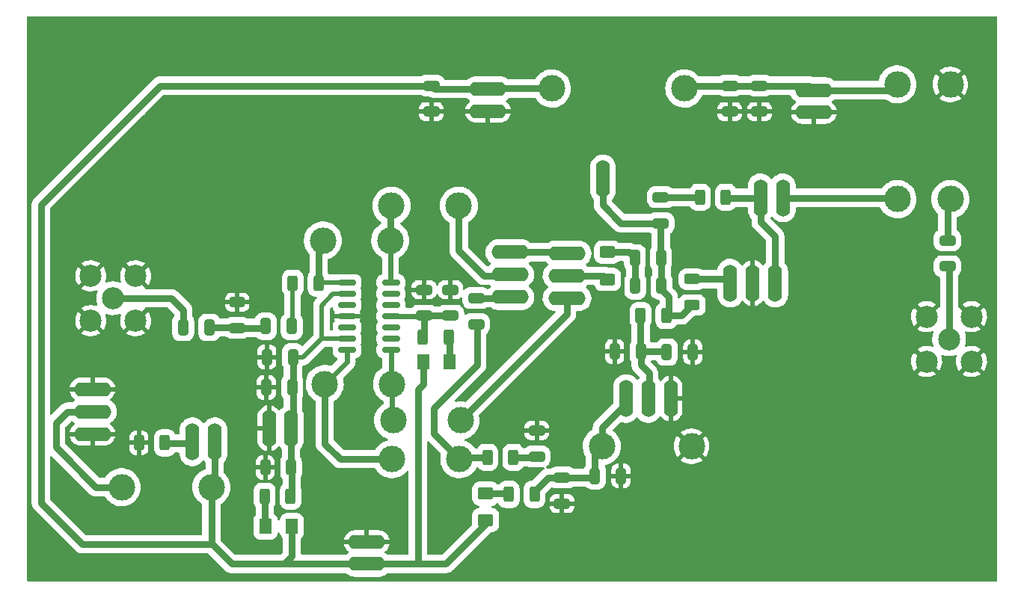
<source format=gbr>
%TF.GenerationSoftware,KiCad,Pcbnew,(6.0.7)*%
%TF.CreationDate,2023-02-12T14:45:51-05:00*%
%TF.ProjectId,Genesis_PA_Testing_v1,47656e65-7369-4735-9f50-415f54657374,rev?*%
%TF.SameCoordinates,Original*%
%TF.FileFunction,Copper,L1,Top*%
%TF.FilePolarity,Positive*%
%FSLAX46Y46*%
G04 Gerber Fmt 4.6, Leading zero omitted, Abs format (unit mm)*
G04 Created by KiCad (PCBNEW (6.0.7)) date 2023-02-12 14:45:51*
%MOMM*%
%LPD*%
G01*
G04 APERTURE LIST*
G04 Aperture macros list*
%AMRoundRect*
0 Rectangle with rounded corners*
0 $1 Rounding radius*
0 $2 $3 $4 $5 $6 $7 $8 $9 X,Y pos of 4 corners*
0 Add a 4 corners polygon primitive as box body*
4,1,4,$2,$3,$4,$5,$6,$7,$8,$9,$2,$3,0*
0 Add four circle primitives for the rounded corners*
1,1,$1+$1,$2,$3*
1,1,$1+$1,$4,$5*
1,1,$1+$1,$6,$7*
1,1,$1+$1,$8,$9*
0 Add four rect primitives between the rounded corners*
20,1,$1+$1,$2,$3,$4,$5,0*
20,1,$1+$1,$4,$5,$6,$7,0*
20,1,$1+$1,$6,$7,$8,$9,0*
20,1,$1+$1,$8,$9,$2,$3,0*%
G04 Aperture macros list end*
%TA.AperFunction,ComponentPad*%
%ADD10C,3.000000*%
%TD*%
%TA.AperFunction,SMDPad,CuDef*%
%ADD11RoundRect,0.250000X0.625000X-0.400000X0.625000X0.400000X-0.625000X0.400000X-0.625000X-0.400000X0*%
%TD*%
%TA.AperFunction,SMDPad,CuDef*%
%ADD12RoundRect,0.250000X0.312500X0.625000X-0.312500X0.625000X-0.312500X-0.625000X0.312500X-0.625000X0*%
%TD*%
%TA.AperFunction,ComponentPad*%
%ADD13O,4.200000X1.600000*%
%TD*%
%TA.AperFunction,SMDPad,CuDef*%
%ADD14RoundRect,0.250000X-0.325000X-0.650000X0.325000X-0.650000X0.325000X0.650000X-0.325000X0.650000X0*%
%TD*%
%TA.AperFunction,SMDPad,CuDef*%
%ADD15RoundRect,0.250000X0.325000X0.650000X-0.325000X0.650000X-0.325000X-0.650000X0.325000X-0.650000X0*%
%TD*%
%TA.AperFunction,SMDPad,CuDef*%
%ADD16RoundRect,0.250000X0.650000X-0.325000X0.650000X0.325000X-0.650000X0.325000X-0.650000X-0.325000X0*%
%TD*%
%TA.AperFunction,SMDPad,CuDef*%
%ADD17C,2.500000*%
%TD*%
%TA.AperFunction,ComponentPad*%
%ADD18O,1.600000X4.200000*%
%TD*%
%TA.AperFunction,SMDPad,CuDef*%
%ADD19RoundRect,0.250000X-0.625000X0.312500X-0.625000X-0.312500X0.625000X-0.312500X0.625000X0.312500X0*%
%TD*%
%TA.AperFunction,SMDPad,CuDef*%
%ADD20RoundRect,0.250000X-0.312500X-0.625000X0.312500X-0.625000X0.312500X0.625000X-0.312500X0.625000X0*%
%TD*%
%TA.AperFunction,SMDPad,CuDef*%
%ADD21RoundRect,0.250001X0.462499X0.624999X-0.462499X0.624999X-0.462499X-0.624999X0.462499X-0.624999X0*%
%TD*%
%TA.AperFunction,SMDPad,CuDef*%
%ADD22RoundRect,0.250001X-0.462499X-0.624999X0.462499X-0.624999X0.462499X0.624999X-0.462499X0.624999X0*%
%TD*%
%TA.AperFunction,SMDPad,CuDef*%
%ADD23RoundRect,0.250000X-0.650000X0.325000X-0.650000X-0.325000X0.650000X-0.325000X0.650000X0.325000X0*%
%TD*%
%TA.AperFunction,SMDPad,CuDef*%
%ADD24RoundRect,0.150000X-0.825000X-0.150000X0.825000X-0.150000X0.825000X0.150000X-0.825000X0.150000X0*%
%TD*%
%TA.AperFunction,SMDPad,CuDef*%
%ADD25RoundRect,0.250001X-0.624999X0.462499X-0.624999X-0.462499X0.624999X-0.462499X0.624999X0.462499X0*%
%TD*%
%TA.AperFunction,Conductor*%
%ADD26C,0.750000*%
%TD*%
%TA.AperFunction,Conductor*%
%ADD27C,0.600000*%
%TD*%
%TA.AperFunction,Conductor*%
%ADD28C,0.550000*%
%TD*%
G04 APERTURE END LIST*
D10*
%TO.P,R17,1*%
%TO.N,Net-(R12-Pad2)*%
X115824000Y-129413000D03*
%TO.P,R17,2*%
%TO.N,Net-(J7-Pad1)*%
X123444000Y-129413000D03*
%TD*%
%TO.P,R14,1*%
%TO.N,Net-(R8-Pad2)*%
X115633500Y-105092500D03*
%TO.P,R14,2*%
%TO.N,Net-(J6-Pad2)*%
X123253500Y-105092500D03*
%TD*%
D11*
%TO.P,R9,1*%
%TO.N,Net-(J7-Pad2)*%
X140081000Y-113437000D03*
%TO.P,R9,2*%
%TO.N,PA_IN*%
X140081000Y-110337000D03*
%TD*%
D10*
%TO.P,R8,1*%
%TO.N,Net-(R7-Pad2)*%
X107886500Y-109029500D03*
%TO.P,R8,2*%
%TO.N,Net-(R8-Pad2)*%
X115506500Y-109029500D03*
%TD*%
%TO.P,R12,1*%
%TO.N,Net-(R11-Pad2)*%
X108077000Y-125285500D03*
%TO.P,R12,2*%
%TO.N,Net-(R12-Pad2)*%
X115697000Y-125285500D03*
%TD*%
%TO.P,R11,1*%
%TO.N,Net-(C16-Pad2)*%
X123317000Y-133794500D03*
%TO.P,R11,2*%
%TO.N,Net-(R11-Pad2)*%
X115697000Y-133794500D03*
%TD*%
D12*
%TO.P,R16,1*%
%TO.N,Net-(L4-Pad1)*%
X122112500Y-120015000D03*
%TO.P,R16,2*%
%TO.N,U1_12V*%
X119187500Y-120015000D03*
%TD*%
%TO.P,R10,1*%
%TO.N,Net-(C17-Pad1)*%
X129415000Y-133604000D03*
%TO.P,R10,2*%
%TO.N,Net-(C16-Pad2)*%
X126490000Y-133604000D03*
%TD*%
D13*
%TO.P,C23,1*%
%TO.N,TX12V*%
X112839500Y-145667613D03*
%TO.P,C23,2*%
%TO.N,GND*%
X112839500Y-143167613D03*
%TD*%
D10*
%TO.P,L1,1,1*%
%TO.N,TX12V*%
X133787500Y-91821000D03*
%TO.P,L1,2,2*%
%TO.N,M2_12V*%
X148787500Y-91821000D03*
%TD*%
D14*
%TO.P,C14,1*%
%TO.N,Net-(C14-Pad1)*%
X92060500Y-118872000D03*
%TO.P,C14,2*%
%TO.N,Net-(C14-Pad2)*%
X95010500Y-118872000D03*
%TD*%
D15*
%TO.P,C7,1*%
%TO.N,Net-(C5-Pad1)*%
X143842000Y-121602500D03*
%TO.P,C7,2*%
%TO.N,GND*%
X140892000Y-121602500D03*
%TD*%
D16*
%TO.P,C21,1*%
%TO.N,U1_12V*%
X122301000Y-117553000D03*
%TO.P,C21,2*%
%TO.N,GND*%
X122301000Y-114603000D03*
%TD*%
D10*
%TO.P,T1,1,AA*%
%TO.N,M2_12V*%
X172895000Y-91353500D03*
%TO.P,T1,2,AB*%
%TO.N,Net-(J2-Pad1)*%
X172895000Y-104353500D03*
%TO.P,T1,3,SB*%
%TO.N,GND*%
X178895000Y-91353500D03*
%TO.P,T1,4,SA*%
%TO.N,Net-(C12-Pad1)*%
X178895000Y-104353500D03*
%TD*%
D17*
%TO.P,J5,1,In*%
%TO.N,Net-(C14-Pad1)*%
X84137500Y-115570000D03*
%TO.P,J5,2,Ext*%
%TO.N,GND*%
X81597500Y-118110000D03*
X86677500Y-113030000D03*
X86677500Y-118110000D03*
X81597500Y-113030000D03*
%TD*%
D18*
%TO.P,RV1,1,1*%
%TO.N,GND*%
X147266500Y-126936500D03*
%TO.P,RV1,2,2*%
%TO.N,Net-(C5-Pad1)*%
X144726500Y-126936500D03*
%TO.P,RV1,3,3*%
%TO.N,Net-(C11-Pad1)*%
X142186500Y-126936500D03*
%TD*%
D19*
%TO.P,R6,1*%
%TO.N,GND*%
X98171000Y-116012500D03*
%TO.P,R6,2*%
%TO.N,Net-(C14-Pad2)*%
X98171000Y-118937500D03*
%TD*%
D12*
%TO.P,R13,1*%
%TO.N,U1_6V*%
X104269000Y-134747000D03*
%TO.P,R13,2*%
%TO.N,GND*%
X101344000Y-134747000D03*
%TD*%
D16*
%TO.P,C22,1*%
%TO.N,U1_12V*%
X119316500Y-117553000D03*
%TO.P,C22,2*%
%TO.N,GND*%
X119316500Y-114603000D03*
%TD*%
%TO.P,C17,1*%
%TO.N,Net-(C17-Pad1)*%
X132080000Y-133491500D03*
%TO.P,C17,2*%
%TO.N,GND*%
X132080000Y-130541500D03*
%TD*%
D14*
%TO.P,C15,1*%
%TO.N,Net-(C14-Pad2)*%
X101395000Y-118745000D03*
%TO.P,C15,2*%
%TO.N,Net-(C15-Pad2)*%
X104345000Y-118745000D03*
%TD*%
D20*
%TO.P,R7,1*%
%TO.N,Net-(C15-Pad2)*%
X104455500Y-113855500D03*
%TO.P,R7,2*%
%TO.N,Net-(R7-Pad2)*%
X107380500Y-113855500D03*
%TD*%
D14*
%TO.P,C11,1*%
%TO.N,Net-(C11-Pad1)*%
X138669500Y-135699500D03*
%TO.P,C11,2*%
%TO.N,GND*%
X141619500Y-135699500D03*
%TD*%
D18*
%TO.P,J2,1,Pin_1*%
%TO.N,Net-(J2-Pad1)*%
X159956500Y-104203500D03*
%TO.P,J2,2,Pin_2*%
%TO.N,Net-(J2-Pad2)*%
X157416500Y-104203500D03*
%TD*%
D20*
%TO.P,R4,1*%
%TO.N,Net-(L2-Pad1)*%
X128903000Y-137795000D03*
%TO.P,R4,2*%
%TO.N,Net-(C11-Pad1)*%
X131828000Y-137795000D03*
%TD*%
D12*
%TO.P,R3,1*%
%TO.N,Net-(J2-Pad2)*%
X153483500Y-104140000D03*
%TO.P,R3,2*%
%TO.N,Net-(C6-Pad1)*%
X150558500Y-104140000D03*
%TD*%
D21*
%TO.P,L4,1,1*%
%TO.N,Net-(L4-Pad1)*%
X122201000Y-122745500D03*
%TO.P,L4,2,2*%
%TO.N,TX12V*%
X119226000Y-122745500D03*
%TD*%
D20*
%TO.P,R15,1*%
%TO.N,Net-(L3-Pad1)*%
X101280500Y-137985500D03*
%TO.P,R15,2*%
%TO.N,U1_6V*%
X104205500Y-137985500D03*
%TD*%
D18*
%TO.P,D2,1,K*%
%TO.N,Net-(D2-Pad1)*%
X93086000Y-131826000D03*
%TO.P,D2,2,A*%
%TO.N,TX12V*%
X95626000Y-131826000D03*
%TD*%
D22*
%TO.P,L3,1,1*%
%TO.N,Net-(L3-Pad1)*%
X101382500Y-141414500D03*
%TO.P,L3,2,2*%
%TO.N,TX12V*%
X104357500Y-141414500D03*
%TD*%
D23*
%TO.P,C16,1*%
%TO.N,Net-(C16-Pad1)*%
X125222000Y-115555500D03*
%TO.P,C16,2*%
%TO.N,Net-(C16-Pad2)*%
X125222000Y-118505500D03*
%TD*%
D18*
%TO.P,C20,1*%
%TO.N,U1_6V*%
X104265613Y-130302000D03*
%TO.P,C20,2*%
%TO.N,GND*%
X101765613Y-130302000D03*
%TD*%
D10*
%TO.P,D3,1,K*%
%TO.N,TX12V*%
X95250000Y-136969500D03*
%TO.P,D3,2,A*%
%TO.N,Net-(D3-Pad2)*%
X85090000Y-136969500D03*
%TD*%
D24*
%TO.P,U1,14*%
%TO.N,Net-(R8-Pad2)*%
X115568500Y-113792000D03*
%TO.P,U1,13,NC*%
%TO.N,unconnected-(U1-Pad13)*%
X115568500Y-115062000D03*
%TO.P,U1,12,NC*%
%TO.N,unconnected-(U1-Pad12)*%
X115568500Y-116332000D03*
%TO.P,U1,11,V+*%
%TO.N,U1_12V*%
X115568500Y-117602000D03*
%TO.P,U1,10,NC*%
%TO.N,unconnected-(U1-Pad10)*%
X115568500Y-118872000D03*
%TO.P,U1,9,NC*%
%TO.N,unconnected-(U1-Pad9)*%
X115568500Y-120142000D03*
%TO.P,U1,8*%
%TO.N,Net-(R12-Pad2)*%
X115568500Y-121412000D03*
%TO.P,U1,7,-*%
%TO.N,Net-(R11-Pad2)*%
X110618500Y-121412000D03*
%TO.P,U1,6,+*%
%TO.N,U1_6V*%
X110618500Y-120142000D03*
%TO.P,U1,5,A1*%
%TO.N,unconnected-(U1-Pad5)*%
X110618500Y-118872000D03*
%TO.P,U1,4,V-*%
%TO.N,GND*%
X110618500Y-117602000D03*
%TO.P,U1,3,A0*%
%TO.N,unconnected-(U1-Pad3)*%
X110618500Y-116332000D03*
%TO.P,U1,2,+*%
%TO.N,U1_6V*%
X110618500Y-115062000D03*
%TO.P,U1,1,-*%
%TO.N,Net-(R7-Pad2)*%
X110618500Y-113792000D03*
%TD*%
D17*
%TO.P,J3,1,In*%
%TO.N,Net-(C12-Pad2)*%
X178752500Y-120205500D03*
%TO.P,J3,2,Ext*%
%TO.N,GND*%
X176212500Y-117665500D03*
X181292500Y-122745500D03*
X181292500Y-117665500D03*
X176212500Y-122745500D03*
%TD*%
D23*
%TO.P,C6,1*%
%TO.N,Net-(C6-Pad1)*%
X146113500Y-104125500D03*
%TO.P,C6,2*%
%TO.N,Net-(C2-Pad1)*%
X146113500Y-107075500D03*
%TD*%
D18*
%TO.P,Q1,1*%
%TO.N,Net-(Q1-Pad1)*%
X153987500Y-113855500D03*
%TO.P,Q1,2*%
%TO.N,GND*%
X156527500Y-113855500D03*
%TO.P,Q1,3*%
%TO.N,Net-(J2-Pad2)*%
X159067500Y-113855500D03*
%TD*%
D15*
%TO.P,C18,1*%
%TO.N,U1_6V*%
X104408500Y-125666500D03*
%TO.P,C18,2*%
%TO.N,GND*%
X101458500Y-125666500D03*
%TD*%
%TO.P,C19,1*%
%TO.N,U1_6V*%
X104472000Y-122237500D03*
%TO.P,C19,2*%
%TO.N,GND*%
X101522000Y-122237500D03*
%TD*%
D10*
%TO.P,D1,1,K*%
%TO.N,Net-(C11-Pad1)*%
X139446000Y-132334000D03*
%TO.P,D1,2,A*%
%TO.N,GND*%
X149606000Y-132334000D03*
%TD*%
D18*
%TO.P,J1,1,Pin_1*%
%TO.N,Net-(C2-Pad1)*%
X139573000Y-102044500D03*
%TD*%
D23*
%TO.P,C4,1*%
%TO.N,TX12V*%
X120142000Y-91489000D03*
%TO.P,C4,2*%
%TO.N,GND*%
X120142000Y-94439000D03*
%TD*%
D13*
%TO.P,C1,1*%
%TO.N,TX12V*%
X126555500Y-91874849D03*
%TO.P,C1,2*%
%TO.N,GND*%
X126555500Y-94374849D03*
%TD*%
D20*
%TO.P,R1,1*%
%TO.N,Net-(C5-Pad1)*%
X143825500Y-117538500D03*
%TO.P,R1,2*%
%TO.N,Net-(C2-Pad1)*%
X146750500Y-117538500D03*
%TD*%
D23*
%TO.P,C9,1*%
%TO.N,M2_12V*%
X157289500Y-91489000D03*
%TO.P,C9,2*%
%TO.N,GND*%
X157289500Y-94439000D03*
%TD*%
D25*
%TO.P,L2,1,1*%
%TO.N,Net-(L2-Pad1)*%
X126301500Y-137704500D03*
%TO.P,L2,2,2*%
%TO.N,TX12V*%
X126301500Y-140679500D03*
%TD*%
D13*
%TO.P,C10,1*%
%TO.N,M2_12V*%
X163449000Y-92001849D03*
%TO.P,C10,2*%
%TO.N,GND*%
X163449000Y-94501849D03*
%TD*%
D12*
%TO.P,R5,1*%
%TO.N,Net-(D2-Pad1)*%
X89981500Y-131953000D03*
%TO.P,R5,2*%
%TO.N,GND*%
X87056500Y-131953000D03*
%TD*%
D19*
%TO.P,R2,1*%
%TO.N,Net-(Q1-Pad1)*%
X149669500Y-113409000D03*
%TO.P,R2,2*%
%TO.N,Net-(C2-Pad1)*%
X149669500Y-116334000D03*
%TD*%
D23*
%TO.P,C8,1*%
%TO.N,Net-(C11-Pad1)*%
X134937500Y-135875500D03*
%TO.P,C8,2*%
%TO.N,GND*%
X134937500Y-138825500D03*
%TD*%
%TO.P,C12,1*%
%TO.N,Net-(C12-Pad1)*%
X178562000Y-109015000D03*
%TO.P,C12,2*%
%TO.N,Net-(C12-Pad2)*%
X178562000Y-111965000D03*
%TD*%
D13*
%TO.P,J4,1,Pin_1*%
%TO.N,GND*%
X81788000Y-125872000D03*
%TO.P,J4,2,Pin_2*%
%TO.N,Net-(D3-Pad2)*%
X81788000Y-128412000D03*
%TO.P,J4,3,Pin_3*%
%TO.N,GND*%
X81788000Y-130952000D03*
%TD*%
D15*
%TO.P,C2,1*%
%TO.N,Net-(C2-Pad1)*%
X146128000Y-110998000D03*
%TO.P,C2,2*%
%TO.N,PA_IN*%
X143178000Y-110998000D03*
%TD*%
D13*
%TO.P,J6,1,Pin_1*%
%TO.N,Net-(J6-Pad1)*%
X129032000Y-110363000D03*
%TO.P,J6,2,Pin_2*%
%TO.N,Net-(J6-Pad2)*%
X129032000Y-112903000D03*
%TO.P,J6,3,Pin_3*%
%TO.N,Net-(C16-Pad1)*%
X129032000Y-115443000D03*
%TD*%
D15*
%TO.P,C3,1*%
%TO.N,Net-(C2-Pad1)*%
X146191500Y-114173000D03*
%TO.P,C3,2*%
%TO.N,PA_IN*%
X143241500Y-114173000D03*
%TD*%
D13*
%TO.P,J7,1,Pin_1*%
%TO.N,Net-(J7-Pad1)*%
X135509000Y-115555000D03*
%TO.P,J7,2,Pin_2*%
%TO.N,Net-(J7-Pad2)*%
X135509000Y-113015000D03*
%TO.P,J7,3,Pin_3*%
%TO.N,Net-(J6-Pad1)*%
X135509000Y-110475000D03*
%TD*%
D23*
%TO.P,C13,1*%
%TO.N,M2_12V*%
X153924000Y-91489000D03*
%TO.P,C13,2*%
%TO.N,GND*%
X153924000Y-94439000D03*
%TD*%
D14*
%TO.P,C5,1*%
%TO.N,Net-(C5-Pad1)*%
X146797500Y-121666000D03*
%TO.P,C5,2*%
%TO.N,GND*%
X149747500Y-121666000D03*
%TD*%
D26*
%TO.N,Net-(J2-Pad2)*%
X159067500Y-108585000D02*
X159067500Y-113855500D01*
X157416500Y-106934000D02*
X159067500Y-108585000D01*
X157416500Y-104203500D02*
X157416500Y-106934000D01*
%TO.N,Net-(R11-Pad2)*%
X109823250Y-133794500D02*
X115697000Y-133794500D01*
X108077000Y-132048250D02*
X109823250Y-133794500D01*
X108077000Y-125285500D02*
X108077000Y-132048250D01*
%TO.N,M2_12V*%
X153924000Y-91489000D02*
X149119500Y-91489000D01*
X149119500Y-91489000D02*
X148787500Y-91821000D01*
X153924000Y-91489000D02*
X157289500Y-91489000D01*
%TO.N,Net-(C11-Pad1)*%
X138479000Y-135890000D02*
X138669500Y-135699500D01*
X134952000Y-135890000D02*
X138479000Y-135890000D01*
X134937500Y-135875500D02*
X134952000Y-135890000D01*
X133364500Y-135875500D02*
X134937500Y-135875500D01*
X131828000Y-137412000D02*
X133364500Y-135875500D01*
X131828000Y-137795000D02*
X131828000Y-137412000D01*
D27*
%TO.N,Net-(R12-Pad2)*%
X115697000Y-125285500D02*
X115697000Y-129286000D01*
D26*
%TO.N,TX12V*%
X95186500Y-143446500D02*
X95250000Y-143383000D01*
X80645000Y-143446500D02*
X95186500Y-143446500D01*
X75946000Y-138747500D02*
X80645000Y-143446500D01*
X75946000Y-104965500D02*
X75946000Y-138747500D01*
X120142000Y-91489000D02*
X89422500Y-91489000D01*
X89422500Y-91489000D02*
X75946000Y-104965500D01*
%TO.N,Net-(D3-Pad2)*%
X78979000Y-128412000D02*
X81788000Y-128412000D01*
X77660500Y-132461000D02*
X77660500Y-129730500D01*
X82169000Y-136969500D02*
X77660500Y-132461000D01*
X77660500Y-129730500D02*
X78979000Y-128412000D01*
X85090000Y-136969500D02*
X82169000Y-136969500D01*
%TO.N,Net-(C14-Pad1)*%
X92060500Y-116889000D02*
X92060500Y-118872000D01*
X90741500Y-115570000D02*
X92060500Y-116889000D01*
X84137500Y-115570000D02*
X90741500Y-115570000D01*
%TO.N,Net-(J7-Pad1)*%
X135509000Y-117348000D02*
X135509000Y-115555000D01*
X123444000Y-129413000D02*
X135509000Y-117348000D01*
D27*
%TO.N,Net-(R8-Pad2)*%
X115506500Y-113730000D02*
X115568500Y-113792000D01*
X115506500Y-109029500D02*
X115506500Y-113730000D01*
D26*
%TO.N,Net-(J6-Pad2)*%
X128905000Y-113030000D02*
X129032000Y-112903000D01*
X126111000Y-113030000D02*
X128905000Y-113030000D01*
X123253500Y-110172500D02*
X126111000Y-113030000D01*
X123253500Y-105092500D02*
X123253500Y-110172500D01*
%TO.N,Net-(R8-Pad2)*%
X115506500Y-105219500D02*
X115633500Y-105092500D01*
X115506500Y-109029500D02*
X115506500Y-105219500D01*
%TO.N,Net-(R7-Pad2)*%
X107380500Y-109535500D02*
X107886500Y-109029500D01*
X107380500Y-113855500D02*
X107380500Y-109535500D01*
%TO.N,Net-(C2-Pad1)*%
X146113500Y-110983500D02*
X146128000Y-110998000D01*
X146113500Y-107075500D02*
X146113500Y-110983500D01*
%TO.N,PA_IN*%
X142517000Y-110337000D02*
X143178000Y-110998000D01*
X140081000Y-110337000D02*
X142517000Y-110337000D01*
%TO.N,Net-(J7-Pad2)*%
X139659000Y-113015000D02*
X140081000Y-113437000D01*
X135509000Y-113015000D02*
X139659000Y-113015000D01*
%TO.N,Net-(J6-Pad1)*%
X135397000Y-110363000D02*
X135509000Y-110475000D01*
X129032000Y-110363000D02*
X135397000Y-110363000D01*
%TO.N,Net-(C16-Pad1)*%
X128919500Y-115555500D02*
X129032000Y-115443000D01*
X125349000Y-115555500D02*
X128919500Y-115555500D01*
%TO.N,Net-(L4-Pad1)*%
X122176000Y-122657000D02*
X122201000Y-122682000D01*
X122176000Y-120078500D02*
X122176000Y-122657000D01*
%TO.N,U1_12V*%
X119316500Y-119949500D02*
X119251000Y-120015000D01*
X119316500Y-117553000D02*
X119316500Y-119949500D01*
X119316500Y-117553000D02*
X122301000Y-117553000D01*
D27*
X119267500Y-117602000D02*
X119316500Y-117553000D01*
X115568500Y-117602000D02*
X119267500Y-117602000D01*
%TO.N,Net-(R12-Pad2)*%
X115568500Y-125157000D02*
X115697000Y-125285500D01*
X115568500Y-121412000D02*
X115568500Y-125157000D01*
%TO.N,Net-(R11-Pad2)*%
X110618500Y-122744000D02*
X108077000Y-125285500D01*
X110618500Y-121412000D02*
X110618500Y-122744000D01*
D26*
%TO.N,Net-(L2-Pad1)*%
X128812500Y-137704500D02*
X128903000Y-137795000D01*
X126301500Y-137704500D02*
X128812500Y-137704500D01*
%TO.N,Net-(C17-Pad1)*%
X131967500Y-133604000D02*
X132080000Y-133491500D01*
X129415000Y-133604000D02*
X131967500Y-133604000D01*
%TO.N,TX12V*%
X118618000Y-125920500D02*
X118618000Y-145415000D01*
X119226000Y-125312500D02*
X118618000Y-125920500D01*
X118618000Y-145415000D02*
X118364000Y-145669000D01*
X119226000Y-122682000D02*
X119226000Y-125312500D01*
%TO.N,Net-(C16-Pad2)*%
X120459500Y-128016000D02*
X125349000Y-123126500D01*
X125349000Y-123126500D02*
X125349000Y-118505500D01*
X120459500Y-130937000D02*
X120459500Y-128016000D01*
X123317000Y-133794500D02*
X120459500Y-130937000D01*
%TO.N,TX12V*%
X118364000Y-145669000D02*
X117983000Y-145669000D01*
X121793000Y-145669000D02*
X118364000Y-145669000D01*
%TO.N,Net-(C16-Pad2)*%
X123507500Y-133604000D02*
X123317000Y-133794500D01*
X126490000Y-133604000D02*
X123507500Y-133604000D01*
%TO.N,TX12V*%
X126301500Y-141160500D02*
X121793000Y-145669000D01*
X126301500Y-140679500D02*
X126301500Y-141160500D01*
X112839500Y-145667613D02*
X117981613Y-145667613D01*
X117981613Y-145667613D02*
X117983000Y-145669000D01*
D28*
%TO.N,U1_6V*%
X107696000Y-116395500D02*
X107696000Y-120132000D01*
X107696000Y-120132000D02*
X107701000Y-120137000D01*
X109029500Y-115062000D02*
X107696000Y-116395500D01*
X110618500Y-115062000D02*
X109029500Y-115062000D01*
D26*
%TO.N,TX12V*%
X126555500Y-91874849D02*
X120527849Y-91874849D01*
X95250000Y-143383000D02*
X97536000Y-145669000D01*
X104357500Y-144816500D02*
X104357500Y-141414500D01*
X117983000Y-145669000D02*
X103505000Y-145669000D01*
X120527849Y-91874849D02*
X120142000Y-91489000D01*
X103505000Y-145669000D02*
X104357500Y-144816500D01*
X95626000Y-136520000D02*
X95694500Y-136588500D01*
X95250000Y-136969500D02*
X95250000Y-143383000D01*
X133787500Y-91821000D02*
X126609349Y-91821000D01*
X95626000Y-131826000D02*
X95626000Y-136520000D01*
X97536000Y-145669000D02*
X103505000Y-145669000D01*
X126609349Y-91821000D02*
X126555500Y-91874849D01*
%TO.N,Net-(C2-Pad1)*%
X141619500Y-107075500D02*
X139573000Y-105029000D01*
X146191500Y-114173000D02*
X146191500Y-111061500D01*
X146191500Y-114173000D02*
X146191500Y-114568500D01*
X146191500Y-114568500D02*
X147002500Y-115379500D01*
X146750500Y-117538500D02*
X148465000Y-117538500D01*
X147002500Y-115379500D02*
X147002500Y-117286500D01*
X146113500Y-107075500D02*
X141619500Y-107075500D01*
X148465000Y-117538500D02*
X149669500Y-116334000D01*
X146191500Y-111061500D02*
X146128000Y-110998000D01*
X139573000Y-105029000D02*
X139573000Y-102044500D01*
X147002500Y-117286500D02*
X146750500Y-117538500D01*
%TO.N,PA_IN*%
X143241500Y-114173000D02*
X143241500Y-111061500D01*
X143241500Y-111061500D02*
X143178000Y-110998000D01*
%TO.N,Net-(C5-Pad1)*%
X143842000Y-123141000D02*
X144780000Y-124079000D01*
X143825500Y-117538500D02*
X143825500Y-121586000D01*
X144780000Y-124079000D02*
X144780000Y-126883000D01*
X143842000Y-121602500D02*
X143842000Y-123141000D01*
X143825500Y-121586000D02*
X143842000Y-121602500D01*
X146734000Y-121602500D02*
X146797500Y-121666000D01*
X143842000Y-121602500D02*
X146734000Y-121602500D01*
X144780000Y-126883000D02*
X144726500Y-126936500D01*
%TO.N,Net-(C6-Pad1)*%
X150558500Y-104140000D02*
X146128000Y-104140000D01*
X146128000Y-104140000D02*
X146113500Y-104125500D01*
%TO.N,Net-(C11-Pad1)*%
X139446000Y-132334000D02*
X139446000Y-130248500D01*
X138669500Y-133110500D02*
X139446000Y-132334000D01*
X138669500Y-135699500D02*
X138669500Y-133110500D01*
X139446000Y-130248500D02*
X142186500Y-127508000D01*
%TO.N,M2_12V*%
X162936151Y-91489000D02*
X163449000Y-92001849D01*
X157289500Y-91489000D02*
X162936151Y-91489000D01*
X172246651Y-92001849D02*
X172895000Y-91353500D01*
X163449000Y-92001849D02*
X172246651Y-92001849D01*
%TO.N,Net-(C12-Pad1)*%
X178562000Y-104686500D02*
X178895000Y-104353500D01*
X178562000Y-109015000D02*
X178562000Y-104686500D01*
%TO.N,Net-(C12-Pad2)*%
X178562000Y-111965000D02*
X178752500Y-112155500D01*
X178752500Y-112155500D02*
X178752500Y-120205500D01*
%TO.N,Net-(C14-Pad2)*%
X95010500Y-118872000D02*
X98105500Y-118872000D01*
X98171000Y-118937500D02*
X101202500Y-118937500D01*
X101202500Y-118937500D02*
X101395000Y-118745000D01*
D28*
%TO.N,Net-(C15-Pad2)*%
X104455500Y-113855500D02*
X104455500Y-119142500D01*
D26*
%TO.N,U1_6V*%
X104332500Y-137858500D02*
X104205500Y-137985500D01*
X104472000Y-125285500D02*
X104472000Y-130095613D01*
X104472000Y-130095613D02*
X104265613Y-130302000D01*
D28*
X107701000Y-120137000D02*
X109601000Y-120137000D01*
X105600500Y-122237500D02*
X107701000Y-120137000D01*
D26*
X104472000Y-122237500D02*
X104472000Y-125285500D01*
D28*
X104472000Y-122237500D02*
X105600500Y-122237500D01*
D26*
X104265613Y-135378613D02*
X104332500Y-135445500D01*
X104265613Y-130302000D02*
X104265613Y-135378613D01*
X104332500Y-135445500D02*
X104332500Y-137858500D01*
%TO.N,Net-(D2-Pad1)*%
X90489500Y-132016500D02*
X92895500Y-132016500D01*
X92895500Y-132016500D02*
X93086000Y-131826000D01*
%TO.N,Net-(J2-Pad1)*%
X159956500Y-104203500D02*
X172745000Y-104203500D01*
X172745000Y-104203500D02*
X172895000Y-104353500D01*
%TO.N,Net-(J2-Pad2)*%
X157416500Y-104203500D02*
X153547000Y-104203500D01*
X153547000Y-104203500D02*
X153483500Y-104140000D01*
%TO.N,Net-(L3-Pad1)*%
X101280500Y-137985500D02*
X101280500Y-140487000D01*
X101280500Y-140487000D02*
X101382500Y-140589000D01*
%TO.N,Net-(Q1-Pad1)*%
X153541000Y-113409000D02*
X153987500Y-113855500D01*
X149669500Y-113409000D02*
X153541000Y-113409000D01*
D28*
%TO.N,Net-(R7-Pad2)*%
X107830000Y-113787000D02*
X110618500Y-113787000D01*
X107761500Y-113855500D02*
X107830000Y-113787000D01*
%TD*%
%TA.AperFunction,Conductor*%
%TO.N,GND*%
G36*
X184155121Y-83650002D02*
G01*
X184201614Y-83703658D01*
X184213000Y-83756000D01*
X184213000Y-147511000D01*
X184192998Y-147579121D01*
X184139342Y-147625614D01*
X184087000Y-147637000D01*
X74485000Y-147637000D01*
X74416879Y-147616998D01*
X74370386Y-147563342D01*
X74359000Y-147511000D01*
X74359000Y-104961868D01*
X74905497Y-104961868D01*
X74907535Y-104983424D01*
X74909941Y-105008882D01*
X74910500Y-105020739D01*
X74910500Y-138684186D01*
X74909763Y-138697794D01*
X74906944Y-138723748D01*
X74905547Y-138736604D01*
X74906084Y-138742740D01*
X74910035Y-138787904D01*
X74910364Y-138792733D01*
X74910500Y-138795512D01*
X74910500Y-138798597D01*
X74910801Y-138801664D01*
X74914806Y-138842517D01*
X74914928Y-138843830D01*
X74922661Y-138932217D01*
X74923246Y-138938903D01*
X74924772Y-138944155D01*
X74925306Y-138949603D01*
X74952918Y-139041058D01*
X74953256Y-139042200D01*
X74979901Y-139133913D01*
X74982421Y-139138774D01*
X74984001Y-139144008D01*
X75028838Y-139228335D01*
X75029401Y-139229408D01*
X75070518Y-139308730D01*
X75070521Y-139308734D01*
X75073355Y-139314202D01*
X75076768Y-139318477D01*
X75079337Y-139323309D01*
X75111132Y-139362293D01*
X75139637Y-139397244D01*
X75140443Y-139398243D01*
X75172573Y-139438491D01*
X75175068Y-139440986D01*
X75175932Y-139441952D01*
X75179653Y-139446309D01*
X75203786Y-139475899D01*
X75203789Y-139475902D01*
X75207685Y-139480679D01*
X75244091Y-139510796D01*
X75252857Y-139518775D01*
X79868019Y-144133937D01*
X79877120Y-144144080D01*
X79901584Y-144174507D01*
X79906302Y-144178465D01*
X79906304Y-144178468D01*
X79932179Y-144200179D01*
X79940443Y-144207113D01*
X79941042Y-144207616D01*
X79944697Y-144210805D01*
X79946737Y-144212655D01*
X79948922Y-144214840D01*
X79951301Y-144216794D01*
X79983033Y-144242859D01*
X79984048Y-144243703D01*
X80052418Y-144301073D01*
X80052427Y-144301079D01*
X80057146Y-144305039D01*
X80061941Y-144307675D01*
X80066169Y-144311148D01*
X80071598Y-144314059D01*
X80071601Y-144314061D01*
X80150303Y-144356261D01*
X80151461Y-144356890D01*
X80207291Y-144387582D01*
X80235100Y-144402870D01*
X80240317Y-144404525D01*
X80245138Y-144407110D01*
X80324370Y-144431334D01*
X80336433Y-144435022D01*
X80337690Y-144435414D01*
X80422786Y-144462407D01*
X80422788Y-144462407D01*
X80428666Y-144464272D01*
X80434100Y-144464882D01*
X80439335Y-144466482D01*
X80445460Y-144467104D01*
X80445464Y-144467105D01*
X80504989Y-144473151D01*
X80534324Y-144476131D01*
X80535554Y-144476262D01*
X80563168Y-144479359D01*
X80583213Y-144481608D01*
X80583216Y-144481608D01*
X80586709Y-144482000D01*
X80590235Y-144482000D01*
X80591543Y-144482073D01*
X80597221Y-144482520D01*
X80628286Y-144485675D01*
X80635244Y-144486382D01*
X80635246Y-144486382D01*
X80641369Y-144487004D01*
X80688392Y-144482559D01*
X80700249Y-144482000D01*
X94832392Y-144482000D01*
X94900513Y-144502002D01*
X94921487Y-144518905D01*
X96759019Y-146356437D01*
X96768120Y-146366580D01*
X96792584Y-146397007D01*
X96797302Y-146400965D01*
X96797304Y-146400968D01*
X96832042Y-146430116D01*
X96835697Y-146433305D01*
X96837737Y-146435155D01*
X96839922Y-146437340D01*
X96842301Y-146439294D01*
X96874033Y-146465359D01*
X96875048Y-146466203D01*
X96943418Y-146523573D01*
X96943427Y-146523579D01*
X96948146Y-146527539D01*
X96952941Y-146530175D01*
X96957169Y-146533648D01*
X96977375Y-146544482D01*
X97041206Y-146578708D01*
X97042337Y-146579321D01*
X97068084Y-146593476D01*
X97120704Y-146622404D01*
X97120708Y-146622406D01*
X97126100Y-146625370D01*
X97131319Y-146627025D01*
X97136137Y-146629609D01*
X97142032Y-146631411D01*
X97142036Y-146631413D01*
X97227427Y-146657520D01*
X97228685Y-146657912D01*
X97313789Y-146684908D01*
X97313791Y-146684908D01*
X97319666Y-146686772D01*
X97325100Y-146687382D01*
X97330335Y-146688982D01*
X97336460Y-146689604D01*
X97336464Y-146689605D01*
X97386808Y-146694718D01*
X97425317Y-146698630D01*
X97426502Y-146698756D01*
X97446594Y-146701010D01*
X97474210Y-146704108D01*
X97474218Y-146704108D01*
X97477709Y-146704500D01*
X97481234Y-146704500D01*
X97482560Y-146704574D01*
X97488248Y-146705022D01*
X97508965Y-146707126D01*
X97526241Y-146708881D01*
X97526244Y-146708881D01*
X97532368Y-146709503D01*
X97579382Y-146705059D01*
X97591239Y-146704500D01*
X103441686Y-146704500D01*
X103455294Y-146705237D01*
X103487979Y-146708788D01*
X103487983Y-146708788D01*
X103494104Y-146709453D01*
X103545242Y-146704979D01*
X103556224Y-146704500D01*
X110459942Y-146704500D01*
X110528063Y-146724502D01*
X110546993Y-146739406D01*
X110617228Y-146806524D01*
X110815626Y-146941862D01*
X110820315Y-146944038D01*
X110820321Y-146944042D01*
X111028769Y-147040800D01*
X111028773Y-147040801D01*
X111033464Y-147042979D01*
X111264892Y-147107160D01*
X111270029Y-147107709D01*
X111457617Y-147127757D01*
X111457625Y-147127757D01*
X111460952Y-147128113D01*
X114200376Y-147128113D01*
X114202950Y-147127901D01*
X114202959Y-147127901D01*
X114373703Y-147113863D01*
X114373708Y-147113862D01*
X114378855Y-147113439D01*
X114426335Y-147101513D01*
X114606771Y-147056191D01*
X114606775Y-147056190D01*
X114611782Y-147054932D01*
X114721904Y-147007050D01*
X114827289Y-146961228D01*
X114827292Y-146961226D01*
X114832026Y-146959168D01*
X114836360Y-146956364D01*
X114836364Y-146956362D01*
X115029327Y-146831528D01*
X115029333Y-146831524D01*
X115033671Y-146828717D01*
X115037498Y-146825235D01*
X115134131Y-146737306D01*
X115197977Y-146706254D01*
X115218930Y-146704500D01*
X117923723Y-146704500D01*
X117936456Y-146705145D01*
X117973241Y-146708882D01*
X117973246Y-146708882D01*
X117979369Y-146709504D01*
X118026392Y-146705059D01*
X118038249Y-146704500D01*
X118300686Y-146704500D01*
X118314294Y-146705237D01*
X118346979Y-146708788D01*
X118346983Y-146708788D01*
X118353104Y-146709453D01*
X118404242Y-146704979D01*
X118415224Y-146704500D01*
X121729686Y-146704500D01*
X121743294Y-146705237D01*
X121775979Y-146708788D01*
X121775983Y-146708788D01*
X121782104Y-146709453D01*
X121818669Y-146706254D01*
X121833404Y-146704965D01*
X121838233Y-146704636D01*
X121841012Y-146704500D01*
X121844097Y-146704500D01*
X121860014Y-146702939D01*
X121888017Y-146700194D01*
X121889330Y-146700072D01*
X121978269Y-146692291D01*
X121978273Y-146692290D01*
X121984403Y-146691754D01*
X121989655Y-146690228D01*
X121995103Y-146689694D01*
X122001004Y-146687912D01*
X122001006Y-146687912D01*
X122023520Y-146681114D01*
X122086558Y-146662082D01*
X122087713Y-146661740D01*
X122100889Y-146657912D01*
X122179413Y-146635099D01*
X122184274Y-146632579D01*
X122189508Y-146630999D01*
X122273835Y-146586162D01*
X122274908Y-146585599D01*
X122354230Y-146544482D01*
X122354234Y-146544479D01*
X122359702Y-146541645D01*
X122363977Y-146538232D01*
X122368809Y-146535663D01*
X122442775Y-146475338D01*
X122443771Y-146474534D01*
X122481242Y-146444622D01*
X122481247Y-146444617D01*
X122483991Y-146442427D01*
X122486486Y-146439932D01*
X122487452Y-146439068D01*
X122491809Y-146435347D01*
X122521399Y-146411214D01*
X122521402Y-146411211D01*
X122526179Y-146407315D01*
X122556296Y-146370909D01*
X122564275Y-146362143D01*
X126837013Y-142089405D01*
X126899325Y-142055379D01*
X126926108Y-142052500D01*
X126990218Y-142052500D01*
X126992666Y-142052307D01*
X126992674Y-142052307D01*
X127063961Y-142046696D01*
X127069717Y-142046243D01*
X127075289Y-142044750D01*
X127075295Y-142044749D01*
X127248218Y-141998415D01*
X127248221Y-141998414D01*
X127254591Y-141996707D01*
X127425125Y-141909815D01*
X127573867Y-141789367D01*
X127694315Y-141640625D01*
X127781207Y-141470091D01*
X127782915Y-141463718D01*
X127829249Y-141290795D01*
X127829250Y-141290789D01*
X127830743Y-141285217D01*
X127837000Y-141205718D01*
X127837000Y-140153282D01*
X127830743Y-140073783D01*
X127829250Y-140068211D01*
X127829249Y-140068205D01*
X127782915Y-139895282D01*
X127782914Y-139895279D01*
X127781207Y-139888909D01*
X127694315Y-139718375D01*
X127573867Y-139569633D01*
X127513572Y-139520807D01*
X127430256Y-139453340D01*
X127425125Y-139449185D01*
X127254591Y-139362293D01*
X127135936Y-139330500D01*
X127073263Y-139313707D01*
X127012640Y-139276756D01*
X126981619Y-139212895D01*
X126990047Y-139142400D01*
X127035250Y-139087653D01*
X127073263Y-139070293D01*
X127248217Y-139023415D01*
X127248218Y-139023415D01*
X127254591Y-139021707D01*
X127425125Y-138934815D01*
X127573867Y-138814367D01*
X127578018Y-138809241D01*
X127580549Y-138806710D01*
X127642861Y-138772684D01*
X127713676Y-138777749D01*
X127770512Y-138820296D01*
X127781911Y-138838602D01*
X127822685Y-138918625D01*
X127826840Y-138923756D01*
X127906159Y-139021707D01*
X127943133Y-139067367D01*
X127948259Y-139071518D01*
X128001039Y-139114258D01*
X128091875Y-139187815D01*
X128262409Y-139274707D01*
X128268782Y-139276415D01*
X128268783Y-139276415D01*
X128441704Y-139322749D01*
X128441710Y-139322750D01*
X128447282Y-139324243D01*
X128453038Y-139324696D01*
X128524325Y-139330307D01*
X128524333Y-139330307D01*
X128526781Y-139330500D01*
X128902847Y-139330500D01*
X129279218Y-139330499D01*
X129281664Y-139330306D01*
X129281677Y-139330306D01*
X129352963Y-139324696D01*
X129352964Y-139324696D01*
X129358718Y-139324243D01*
X129364473Y-139322701D01*
X129537217Y-139276415D01*
X129537218Y-139276415D01*
X129543591Y-139274707D01*
X129714125Y-139187815D01*
X129804961Y-139114258D01*
X129857741Y-139071518D01*
X129862867Y-139067367D01*
X129899842Y-139021707D01*
X129979160Y-138923756D01*
X129983315Y-138918625D01*
X130070207Y-138748091D01*
X130076730Y-138723748D01*
X130118249Y-138568796D01*
X130118250Y-138568790D01*
X130119743Y-138563218D01*
X130126000Y-138483719D01*
X130125999Y-137106282D01*
X130125806Y-137103825D01*
X130125806Y-137103823D01*
X130120196Y-137032537D01*
X130120196Y-137032536D01*
X130119743Y-137026782D01*
X130097174Y-136942552D01*
X130071915Y-136848283D01*
X130071915Y-136848282D01*
X130070207Y-136841909D01*
X129983315Y-136671375D01*
X129862867Y-136522633D01*
X129714125Y-136402185D01*
X129543591Y-136315293D01*
X129537217Y-136313585D01*
X129364296Y-136267251D01*
X129364290Y-136267250D01*
X129358718Y-136265757D01*
X129346837Y-136264822D01*
X129281675Y-136259693D01*
X129281667Y-136259693D01*
X129279219Y-136259500D01*
X128903153Y-136259500D01*
X128526782Y-136259501D01*
X128524336Y-136259694D01*
X128524323Y-136259694D01*
X128453037Y-136265304D01*
X128453036Y-136265304D01*
X128447282Y-136265757D01*
X128262409Y-136315293D01*
X128091875Y-136402185D01*
X127943133Y-136522633D01*
X127862431Y-136622293D01*
X127862430Y-136622294D01*
X127804016Y-136662646D01*
X127764509Y-136669000D01*
X127694187Y-136669000D01*
X127626066Y-136648998D01*
X127596266Y-136622293D01*
X127578022Y-136599763D01*
X127578018Y-136599759D01*
X127573867Y-136594633D01*
X127425125Y-136474185D01*
X127254591Y-136387293D01*
X127248221Y-136385586D01*
X127248218Y-136385585D01*
X127075295Y-136339251D01*
X127075289Y-136339250D01*
X127069717Y-136337757D01*
X127057836Y-136336822D01*
X126992674Y-136331693D01*
X126992666Y-136331693D01*
X126990218Y-136331500D01*
X125612782Y-136331500D01*
X125610334Y-136331693D01*
X125610326Y-136331693D01*
X125545164Y-136336822D01*
X125533283Y-136337757D01*
X125527711Y-136339250D01*
X125527705Y-136339251D01*
X125354782Y-136385585D01*
X125354779Y-136385586D01*
X125348409Y-136387293D01*
X125177875Y-136474185D01*
X125029133Y-136594633D01*
X125024982Y-136599759D01*
X125006734Y-136622294D01*
X124908685Y-136743375D01*
X124821793Y-136913909D01*
X124820086Y-136920279D01*
X124820085Y-136920282D01*
X124773751Y-137093205D01*
X124773750Y-137093211D01*
X124772257Y-137098783D01*
X124766000Y-137178282D01*
X124766000Y-138230718D01*
X124772257Y-138310217D01*
X124773750Y-138315789D01*
X124773751Y-138315795D01*
X124820085Y-138488718D01*
X124821793Y-138495091D01*
X124908685Y-138665625D01*
X124912840Y-138670756D01*
X125022933Y-138806710D01*
X125029133Y-138814367D01*
X125177875Y-138934815D01*
X125348409Y-139021707D01*
X125354782Y-139023415D01*
X125354783Y-139023415D01*
X125529737Y-139070293D01*
X125590360Y-139107244D01*
X125621381Y-139171105D01*
X125612953Y-139241600D01*
X125567750Y-139296347D01*
X125529737Y-139313707D01*
X125467064Y-139330500D01*
X125348409Y-139362293D01*
X125177875Y-139449185D01*
X125172744Y-139453340D01*
X125089429Y-139520807D01*
X125029133Y-139569633D01*
X124908685Y-139718375D01*
X124821793Y-139888909D01*
X124820086Y-139895279D01*
X124820085Y-139895282D01*
X124773751Y-140068205D01*
X124773750Y-140068211D01*
X124772257Y-140073783D01*
X124766000Y-140153282D01*
X124766000Y-141179392D01*
X124745998Y-141247513D01*
X124729095Y-141268487D01*
X121400987Y-144596595D01*
X121338675Y-144630621D01*
X121311892Y-144633500D01*
X119779500Y-144633500D01*
X119711379Y-144613498D01*
X119664886Y-144559842D01*
X119653500Y-144507500D01*
X119653500Y-131899608D01*
X119673502Y-131831487D01*
X119727158Y-131784994D01*
X119797432Y-131774890D01*
X119862012Y-131804384D01*
X119868595Y-131810513D01*
X121190725Y-133132643D01*
X121224751Y-133194955D01*
X121224738Y-133248578D01*
X121174683Y-133478150D01*
X121168981Y-133550608D01*
X121165210Y-133598525D01*
X121151571Y-133771823D01*
X121168528Y-134065915D01*
X121169353Y-134070120D01*
X121169354Y-134070128D01*
X121193653Y-134193980D01*
X121225241Y-134354985D01*
X121226628Y-134359035D01*
X121226629Y-134359040D01*
X121319272Y-134629628D01*
X121320661Y-134633684D01*
X121358188Y-134708298D01*
X121448675Y-134888210D01*
X121453022Y-134896854D01*
X121455448Y-134900383D01*
X121455451Y-134900389D01*
X121558540Y-135050384D01*
X121619874Y-135139625D01*
X121622761Y-135142798D01*
X121622762Y-135142799D01*
X121664635Y-135188817D01*
X121818131Y-135357506D01*
X121821420Y-135360256D01*
X122040831Y-135543713D01*
X122040836Y-135543717D01*
X122044123Y-135546465D01*
X122168896Y-135624735D01*
X122290029Y-135700722D01*
X122290033Y-135700724D01*
X122293669Y-135703005D01*
X122562151Y-135824229D01*
X122844600Y-135907895D01*
X122848834Y-135908543D01*
X122848839Y-135908544D01*
X123131550Y-135951804D01*
X123131552Y-135951804D01*
X123135792Y-135952453D01*
X123285769Y-135954809D01*
X123426045Y-135957013D01*
X123426051Y-135957013D01*
X123430336Y-135957080D01*
X123722783Y-135921690D01*
X124007722Y-135846938D01*
X124011682Y-135845298D01*
X124011687Y-135845296D01*
X124158497Y-135784485D01*
X124279879Y-135734207D01*
X124349170Y-135693717D01*
X124530521Y-135587744D01*
X124530522Y-135587744D01*
X124534219Y-135585583D01*
X124600911Y-135533290D01*
X124762662Y-135406460D01*
X124766034Y-135403816D01*
X124971037Y-135192270D01*
X124973570Y-135188822D01*
X124973574Y-135188817D01*
X125142895Y-134958314D01*
X125145433Y-134954859D01*
X125157856Y-134931978D01*
X125235375Y-134789206D01*
X125285457Y-134738885D01*
X125354795Y-134723628D01*
X125421375Y-134748280D01*
X125444026Y-134770033D01*
X125477862Y-134811817D01*
X125516679Y-134859752D01*
X125530133Y-134876367D01*
X125535259Y-134880518D01*
X125559681Y-134900294D01*
X125678875Y-134996815D01*
X125849409Y-135083707D01*
X125855782Y-135085415D01*
X125855783Y-135085415D01*
X126028704Y-135131749D01*
X126028710Y-135131750D01*
X126034282Y-135133243D01*
X126040038Y-135133696D01*
X126111325Y-135139307D01*
X126111333Y-135139307D01*
X126113781Y-135139500D01*
X126489847Y-135139500D01*
X126866218Y-135139499D01*
X126868664Y-135139306D01*
X126868677Y-135139306D01*
X126939963Y-135133696D01*
X126939964Y-135133696D01*
X126945718Y-135133243D01*
X127035624Y-135109153D01*
X127124217Y-135085415D01*
X127124218Y-135085415D01*
X127130591Y-135083707D01*
X127301125Y-134996815D01*
X127420319Y-134900294D01*
X127444741Y-134880518D01*
X127449867Y-134876367D01*
X127463322Y-134859752D01*
X127553589Y-134748280D01*
X127570315Y-134727625D01*
X127657207Y-134557091D01*
X127659107Y-134550001D01*
X127705249Y-134377796D01*
X127705250Y-134377790D01*
X127706743Y-134372218D01*
X127711237Y-134315125D01*
X127712807Y-134295175D01*
X127712807Y-134295167D01*
X127713000Y-134292719D01*
X127712999Y-132915282D01*
X127712999Y-132915281D01*
X128192000Y-132915281D01*
X128192001Y-134292718D01*
X128192194Y-134295164D01*
X128192194Y-134295177D01*
X128197804Y-134366462D01*
X128198257Y-134372218D01*
X128199751Y-134377793D01*
X128199751Y-134377794D01*
X128243987Y-134542885D01*
X128247793Y-134557091D01*
X128334685Y-134727625D01*
X128351411Y-134748280D01*
X128441679Y-134859752D01*
X128455133Y-134876367D01*
X128460259Y-134880518D01*
X128484681Y-134900294D01*
X128603875Y-134996815D01*
X128774409Y-135083707D01*
X128780782Y-135085415D01*
X128780783Y-135085415D01*
X128953704Y-135131749D01*
X128953710Y-135131750D01*
X128959282Y-135133243D01*
X128965038Y-135133696D01*
X129036325Y-135139307D01*
X129036333Y-135139307D01*
X129038781Y-135139500D01*
X129414847Y-135139500D01*
X129791218Y-135139499D01*
X129793664Y-135139306D01*
X129793677Y-135139306D01*
X129864963Y-135133696D01*
X129864964Y-135133696D01*
X129870718Y-135133243D01*
X129960624Y-135109153D01*
X130049217Y-135085415D01*
X130049218Y-135085415D01*
X130055591Y-135083707D01*
X130226125Y-134996815D01*
X130345319Y-134900294D01*
X130369741Y-134880518D01*
X130374867Y-134876367D01*
X130388322Y-134859752D01*
X130478589Y-134748280D01*
X130495315Y-134727625D01*
X130498313Y-134721742D01*
X130498315Y-134721739D01*
X130505163Y-134708298D01*
X130553911Y-134656682D01*
X130617430Y-134639500D01*
X131009430Y-134639500D01*
X131066633Y-134653233D01*
X131073402Y-134656682D01*
X131101909Y-134671207D01*
X131108282Y-134672915D01*
X131108283Y-134672915D01*
X131281204Y-134719249D01*
X131281210Y-134719250D01*
X131286782Y-134720743D01*
X131292538Y-134721196D01*
X131363825Y-134726807D01*
X131363833Y-134726807D01*
X131366281Y-134727000D01*
X132079711Y-134727000D01*
X132793718Y-134726999D01*
X132796164Y-134726806D01*
X132796177Y-134726806D01*
X132805803Y-134726048D01*
X132875283Y-134740645D01*
X132925842Y-134790488D01*
X132941428Y-134859752D01*
X132917092Y-134926448D01*
X132873674Y-134963524D01*
X132803270Y-135000018D01*
X132803266Y-135000021D01*
X132797798Y-135002855D01*
X132793523Y-135006268D01*
X132788691Y-135008837D01*
X132739860Y-135048663D01*
X132714756Y-135069137D01*
X132713729Y-135069966D01*
X132676258Y-135099878D01*
X132676253Y-135099883D01*
X132673509Y-135102073D01*
X132671014Y-135104568D01*
X132670048Y-135105432D01*
X132665691Y-135109153D01*
X132636101Y-135133286D01*
X132636098Y-135133289D01*
X132631321Y-135137185D01*
X132601204Y-135173591D01*
X132593225Y-135182357D01*
X131552986Y-136222596D01*
X131490674Y-136256622D01*
X131463891Y-136259501D01*
X131451782Y-136259501D01*
X131449336Y-136259694D01*
X131449323Y-136259694D01*
X131378037Y-136265304D01*
X131378036Y-136265304D01*
X131372282Y-136265757D01*
X131187409Y-136315293D01*
X131016875Y-136402185D01*
X130868133Y-136522633D01*
X130747685Y-136671375D01*
X130660793Y-136841909D01*
X130659085Y-136848282D01*
X130659085Y-136848283D01*
X130612751Y-137021204D01*
X130612751Y-137021206D01*
X130611257Y-137026782D01*
X130610804Y-137032537D01*
X130610804Y-137032538D01*
X130605239Y-137103249D01*
X130605000Y-137106281D01*
X130605001Y-138483718D01*
X130605194Y-138486164D01*
X130605194Y-138486177D01*
X130610483Y-138553385D01*
X130611257Y-138563218D01*
X130612751Y-138568793D01*
X130612751Y-138568794D01*
X130638697Y-138665625D01*
X130660793Y-138748091D01*
X130747685Y-138918625D01*
X130751840Y-138923756D01*
X130831159Y-139021707D01*
X130868133Y-139067367D01*
X130873259Y-139071518D01*
X130926039Y-139114258D01*
X131016875Y-139187815D01*
X131187409Y-139274707D01*
X131193782Y-139276415D01*
X131193783Y-139276415D01*
X131366704Y-139322749D01*
X131366710Y-139322750D01*
X131372282Y-139324243D01*
X131378038Y-139324696D01*
X131449325Y-139330307D01*
X131449333Y-139330307D01*
X131451781Y-139330500D01*
X131827847Y-139330500D01*
X132204218Y-139330499D01*
X132206664Y-139330306D01*
X132206677Y-139330306D01*
X132277963Y-139324696D01*
X132277964Y-139324696D01*
X132283718Y-139324243D01*
X132289473Y-139322701D01*
X132462217Y-139276415D01*
X132462218Y-139276415D01*
X132468591Y-139274707D01*
X132619931Y-139197595D01*
X133529501Y-139197595D01*
X133529838Y-139204114D01*
X133539757Y-139299706D01*
X133542649Y-139313100D01*
X133594088Y-139467284D01*
X133600261Y-139480462D01*
X133685563Y-139618307D01*
X133694599Y-139629708D01*
X133809329Y-139744239D01*
X133820740Y-139753251D01*
X133958743Y-139838316D01*
X133971924Y-139844463D01*
X134126210Y-139895638D01*
X134139586Y-139898505D01*
X134233938Y-139908172D01*
X134240354Y-139908500D01*
X134665385Y-139908500D01*
X134680624Y-139904025D01*
X134681829Y-139902635D01*
X134683500Y-139894952D01*
X134683500Y-139890384D01*
X135191500Y-139890384D01*
X135195975Y-139905623D01*
X135197365Y-139906828D01*
X135205048Y-139908499D01*
X135634595Y-139908499D01*
X135641114Y-139908162D01*
X135736706Y-139898243D01*
X135750100Y-139895351D01*
X135904284Y-139843912D01*
X135917462Y-139837739D01*
X136055307Y-139752437D01*
X136066708Y-139743401D01*
X136181239Y-139628671D01*
X136190251Y-139617260D01*
X136275316Y-139479257D01*
X136281463Y-139466076D01*
X136332638Y-139311790D01*
X136335505Y-139298414D01*
X136345172Y-139204062D01*
X136345500Y-139197646D01*
X136345500Y-139097615D01*
X136341025Y-139082376D01*
X136339635Y-139081171D01*
X136331952Y-139079500D01*
X135209615Y-139079500D01*
X135194376Y-139083975D01*
X135193171Y-139085365D01*
X135191500Y-139093048D01*
X135191500Y-139890384D01*
X134683500Y-139890384D01*
X134683500Y-139097615D01*
X134679025Y-139082376D01*
X134677635Y-139081171D01*
X134669952Y-139079500D01*
X133547616Y-139079500D01*
X133532377Y-139083975D01*
X133531172Y-139085365D01*
X133529501Y-139093048D01*
X133529501Y-139197595D01*
X132619931Y-139197595D01*
X132639125Y-139187815D01*
X132729961Y-139114258D01*
X132782741Y-139071518D01*
X132787867Y-139067367D01*
X132824842Y-139021707D01*
X132904160Y-138923756D01*
X132908315Y-138918625D01*
X132995207Y-138748091D01*
X133001730Y-138723748D01*
X133043249Y-138568796D01*
X133043250Y-138568790D01*
X133044743Y-138563218D01*
X133045517Y-138553385D01*
X133529500Y-138553385D01*
X133533975Y-138568624D01*
X133535365Y-138569829D01*
X133543048Y-138571500D01*
X134665385Y-138571500D01*
X134680624Y-138567025D01*
X134681829Y-138565635D01*
X134683500Y-138557952D01*
X134683500Y-138553385D01*
X135191500Y-138553385D01*
X135195975Y-138568624D01*
X135197365Y-138569829D01*
X135205048Y-138571500D01*
X136327384Y-138571500D01*
X136342623Y-138567025D01*
X136343828Y-138565635D01*
X136345499Y-138557952D01*
X136345499Y-138453405D01*
X136345162Y-138446886D01*
X136335243Y-138351294D01*
X136332351Y-138337900D01*
X136280912Y-138183716D01*
X136274739Y-138170538D01*
X136189437Y-138032693D01*
X136180401Y-138021292D01*
X136065671Y-137906761D01*
X136054260Y-137897749D01*
X135916257Y-137812684D01*
X135903076Y-137806537D01*
X135748790Y-137755362D01*
X135735414Y-137752495D01*
X135641062Y-137742828D01*
X135634645Y-137742500D01*
X135209615Y-137742500D01*
X135194376Y-137746975D01*
X135193171Y-137748365D01*
X135191500Y-137756048D01*
X135191500Y-138553385D01*
X134683500Y-138553385D01*
X134683500Y-137760616D01*
X134679025Y-137745377D01*
X134677635Y-137744172D01*
X134669952Y-137742501D01*
X134240405Y-137742501D01*
X134233886Y-137742838D01*
X134138294Y-137752757D01*
X134124900Y-137755649D01*
X133970716Y-137807088D01*
X133957538Y-137813261D01*
X133819693Y-137898563D01*
X133808292Y-137907599D01*
X133693761Y-138022329D01*
X133684749Y-138033740D01*
X133599684Y-138171743D01*
X133593537Y-138184924D01*
X133542362Y-138339210D01*
X133539495Y-138352586D01*
X133529828Y-138446938D01*
X133529500Y-138453355D01*
X133529500Y-138553385D01*
X133045517Y-138553385D01*
X133051000Y-138483719D01*
X133050999Y-137705609D01*
X133071001Y-137637488D01*
X133087904Y-137616514D01*
X133689184Y-137015234D01*
X133751496Y-136981208D01*
X133822311Y-136986273D01*
X133835483Y-136992063D01*
X133953526Y-137052210D01*
X133953529Y-137052211D01*
X133959409Y-137055207D01*
X133965782Y-137056915D01*
X133965783Y-137056915D01*
X134138704Y-137103249D01*
X134138710Y-137103250D01*
X134144282Y-137104743D01*
X134150038Y-137105196D01*
X134221325Y-137110807D01*
X134221333Y-137110807D01*
X134223781Y-137111000D01*
X134937211Y-137111000D01*
X135651218Y-137110999D01*
X135653664Y-137110806D01*
X135653677Y-137110806D01*
X135724963Y-137105196D01*
X135724964Y-137105196D01*
X135730718Y-137104743D01*
X135737130Y-137103025D01*
X135909217Y-137056915D01*
X135909218Y-137056915D01*
X135915591Y-137055207D01*
X136086125Y-136968315D01*
X136104324Y-136953578D01*
X136169852Y-136926254D01*
X136183617Y-136925500D01*
X137579242Y-136925500D01*
X137647363Y-136945502D01*
X137677163Y-136972206D01*
X137697133Y-136996867D01*
X137702259Y-137001018D01*
X137727187Y-137021204D01*
X137845875Y-137117315D01*
X138016409Y-137204207D01*
X138022782Y-137205915D01*
X138022783Y-137205915D01*
X138195704Y-137252249D01*
X138195710Y-137252250D01*
X138201282Y-137253743D01*
X138207038Y-137254196D01*
X138278325Y-137259807D01*
X138278333Y-137259807D01*
X138280781Y-137260000D01*
X138669342Y-137260000D01*
X139058218Y-137259999D01*
X139060664Y-137259806D01*
X139060677Y-137259806D01*
X139131963Y-137254196D01*
X139131964Y-137254196D01*
X139137718Y-137253743D01*
X139169870Y-137245128D01*
X139316217Y-137205915D01*
X139316218Y-137205915D01*
X139322591Y-137204207D01*
X139493125Y-137117315D01*
X139611813Y-137021204D01*
X139636741Y-137001018D01*
X139641867Y-136996867D01*
X139666037Y-136967020D01*
X139751181Y-136861875D01*
X139762315Y-136848125D01*
X139849207Y-136677591D01*
X139852237Y-136666284D01*
X139897249Y-136498296D01*
X139897250Y-136498290D01*
X139898743Y-136492718D01*
X139905000Y-136413219D01*
X139905000Y-136396595D01*
X140536501Y-136396595D01*
X140536838Y-136403114D01*
X140546757Y-136498706D01*
X140549649Y-136512100D01*
X140601088Y-136666284D01*
X140607261Y-136679462D01*
X140692563Y-136817307D01*
X140701599Y-136828708D01*
X140816329Y-136943239D01*
X140827740Y-136952251D01*
X140965743Y-137037316D01*
X140978924Y-137043463D01*
X141133210Y-137094638D01*
X141146586Y-137097505D01*
X141240938Y-137107172D01*
X141247354Y-137107500D01*
X141347385Y-137107500D01*
X141362624Y-137103025D01*
X141363829Y-137101635D01*
X141365500Y-137093952D01*
X141365500Y-137089384D01*
X141873500Y-137089384D01*
X141877975Y-137104623D01*
X141879365Y-137105828D01*
X141887048Y-137107499D01*
X141991595Y-137107499D01*
X141998114Y-137107162D01*
X142093706Y-137097243D01*
X142107100Y-137094351D01*
X142261284Y-137042912D01*
X142274462Y-137036739D01*
X142412307Y-136951437D01*
X142423708Y-136942401D01*
X142538239Y-136827671D01*
X142547251Y-136816260D01*
X142632316Y-136678257D01*
X142638463Y-136665076D01*
X142689638Y-136510790D01*
X142692505Y-136497414D01*
X142702172Y-136403062D01*
X142702500Y-136396646D01*
X142702500Y-135971615D01*
X142698025Y-135956376D01*
X142696635Y-135955171D01*
X142688952Y-135953500D01*
X141891615Y-135953500D01*
X141876376Y-135957975D01*
X141875171Y-135959365D01*
X141873500Y-135967048D01*
X141873500Y-137089384D01*
X141365500Y-137089384D01*
X141365500Y-135971615D01*
X141361025Y-135956376D01*
X141359635Y-135955171D01*
X141351952Y-135953500D01*
X140554616Y-135953500D01*
X140539377Y-135957975D01*
X140538172Y-135959365D01*
X140536501Y-135967048D01*
X140536501Y-136396595D01*
X139905000Y-136396595D01*
X139904999Y-135427385D01*
X140536500Y-135427385D01*
X140540975Y-135442624D01*
X140542365Y-135443829D01*
X140550048Y-135445500D01*
X141347385Y-135445500D01*
X141362624Y-135441025D01*
X141363829Y-135439635D01*
X141365500Y-135431952D01*
X141365500Y-135427385D01*
X141873500Y-135427385D01*
X141877975Y-135442624D01*
X141879365Y-135443829D01*
X141887048Y-135445500D01*
X142684384Y-135445500D01*
X142699623Y-135441025D01*
X142700828Y-135439635D01*
X142702499Y-135431952D01*
X142702499Y-135002405D01*
X142702162Y-134995886D01*
X142692243Y-134900294D01*
X142689351Y-134886900D01*
X142637912Y-134732716D01*
X142631739Y-134719538D01*
X142546437Y-134581693D01*
X142537401Y-134570292D01*
X142422671Y-134455761D01*
X142411260Y-134446749D01*
X142273257Y-134361684D01*
X142260076Y-134355537D01*
X142105790Y-134304362D01*
X142092414Y-134301495D01*
X141998062Y-134291828D01*
X141991645Y-134291500D01*
X141891615Y-134291500D01*
X141876376Y-134295975D01*
X141875171Y-134297365D01*
X141873500Y-134305048D01*
X141873500Y-135427385D01*
X141365500Y-135427385D01*
X141365500Y-134309616D01*
X141361025Y-134294377D01*
X141359635Y-134293172D01*
X141351952Y-134291501D01*
X141247405Y-134291501D01*
X141240886Y-134291838D01*
X141145294Y-134301757D01*
X141131900Y-134304649D01*
X140977716Y-134356088D01*
X140964538Y-134362261D01*
X140826693Y-134447563D01*
X140815292Y-134456599D01*
X140700761Y-134571329D01*
X140691749Y-134582740D01*
X140606684Y-134720743D01*
X140600537Y-134733924D01*
X140549362Y-134888210D01*
X140546495Y-134901586D01*
X140536828Y-134995938D01*
X140536500Y-135002355D01*
X140536500Y-135427385D01*
X139904999Y-135427385D01*
X139904999Y-134985782D01*
X139904806Y-134983336D01*
X139904806Y-134983323D01*
X139899196Y-134912037D01*
X139899196Y-134912036D01*
X139898743Y-134906282D01*
X139889354Y-134871241D01*
X139850915Y-134727783D01*
X139850915Y-134727782D01*
X139849207Y-134721409D01*
X139817465Y-134659112D01*
X139803575Y-134631851D01*
X139790471Y-134562074D01*
X139817171Y-134496289D01*
X139875199Y-134455383D01*
X139883858Y-134452775D01*
X140136722Y-134386438D01*
X140140682Y-134384798D01*
X140140687Y-134384796D01*
X140341160Y-134301757D01*
X140408879Y-134273707D01*
X140466689Y-134239926D01*
X140659521Y-134127244D01*
X140659522Y-134127244D01*
X140663219Y-134125083D01*
X140857440Y-133972794D01*
X140891662Y-133945960D01*
X140895034Y-133943316D01*
X140914088Y-133923654D01*
X148381618Y-133923654D01*
X148388673Y-133933627D01*
X148419679Y-133959551D01*
X148426598Y-133964579D01*
X148651272Y-134105515D01*
X148658807Y-134109556D01*
X148900520Y-134218694D01*
X148908551Y-134221680D01*
X149162832Y-134297002D01*
X149171184Y-134298869D01*
X149433340Y-134338984D01*
X149441874Y-134339700D01*
X149707045Y-134343867D01*
X149715596Y-134343418D01*
X149978883Y-134311557D01*
X149987284Y-134309955D01*
X150243824Y-134242653D01*
X150251926Y-134239926D01*
X150496949Y-134138434D01*
X150504617Y-134134628D01*
X150733598Y-134000822D01*
X150740679Y-133996009D01*
X150820655Y-133933301D01*
X150829125Y-133921442D01*
X150822608Y-133909818D01*
X149618812Y-132706022D01*
X149604868Y-132698408D01*
X149603035Y-132698539D01*
X149596420Y-132702790D01*
X148388910Y-133910300D01*
X148381618Y-133923654D01*
X140914088Y-133923654D01*
X141100037Y-133731770D01*
X141102570Y-133728322D01*
X141102574Y-133728317D01*
X141271895Y-133497814D01*
X141274433Y-133494359D01*
X141277719Y-133488307D01*
X141412944Y-133239252D01*
X141412945Y-133239250D01*
X141414994Y-133235476D01*
X141519121Y-132959912D01*
X141584887Y-132672766D01*
X141605342Y-132443573D01*
X141610853Y-132381820D01*
X141610853Y-132381813D01*
X141611073Y-132379352D01*
X141611133Y-132373677D01*
X141611522Y-132336484D01*
X141611548Y-132334000D01*
X141610994Y-132325874D01*
X141610403Y-132317204D01*
X147593665Y-132317204D01*
X147608932Y-132581969D01*
X147610005Y-132590470D01*
X147661065Y-132850722D01*
X147663276Y-132858974D01*
X147749184Y-133109894D01*
X147752499Y-133117779D01*
X147871664Y-133354713D01*
X147876020Y-133362079D01*
X148005347Y-133550250D01*
X148015601Y-133558594D01*
X148029342Y-133551448D01*
X149233978Y-132346812D01*
X149240356Y-132335132D01*
X149970408Y-132335132D01*
X149970539Y-132336965D01*
X149974790Y-132343580D01*
X151181730Y-133550520D01*
X151193939Y-133557187D01*
X151205439Y-133548497D01*
X151302831Y-133415913D01*
X151307418Y-133408685D01*
X151433962Y-133175621D01*
X151437530Y-133167827D01*
X151531271Y-132919750D01*
X151533748Y-132911544D01*
X151592954Y-132653038D01*
X151594294Y-132644577D01*
X151618031Y-132378616D01*
X151618277Y-132373677D01*
X151618666Y-132336485D01*
X151618523Y-132331519D01*
X151600362Y-132065123D01*
X151599201Y-132056649D01*
X151545419Y-131796944D01*
X151543120Y-131788709D01*
X151454588Y-131538705D01*
X151451191Y-131530854D01*
X151329550Y-131295178D01*
X151325122Y-131287866D01*
X151206031Y-131118417D01*
X151195509Y-131110037D01*
X151182121Y-131117089D01*
X149978022Y-132321188D01*
X149970408Y-132335132D01*
X149240356Y-132335132D01*
X149241592Y-132332868D01*
X149241461Y-132331035D01*
X149237210Y-132324420D01*
X148029814Y-131117024D01*
X148017804Y-131110466D01*
X148006064Y-131119434D01*
X147897935Y-131269911D01*
X147893418Y-131277196D01*
X147769325Y-131511567D01*
X147765839Y-131519395D01*
X147674700Y-131768446D01*
X147672311Y-131776670D01*
X147615812Y-132035795D01*
X147614563Y-132044250D01*
X147593754Y-132308653D01*
X147593665Y-132317204D01*
X141610403Y-132317204D01*
X141591804Y-132044378D01*
X141591803Y-132044372D01*
X141591512Y-132040101D01*
X141589852Y-132032082D01*
X141557044Y-131873663D01*
X141531775Y-131751641D01*
X141433442Y-131473957D01*
X141298332Y-131212188D01*
X141128947Y-130971176D01*
X141119489Y-130960998D01*
X140931341Y-130758526D01*
X140931338Y-130758523D01*
X140928420Y-130755383D01*
X140917567Y-130746500D01*
X148382584Y-130746500D01*
X148388980Y-130757770D01*
X149593188Y-131961978D01*
X149607132Y-131969592D01*
X149608965Y-131969461D01*
X149615580Y-131965210D01*
X150822604Y-130758186D01*
X150829795Y-130745017D01*
X150822473Y-130734780D01*
X150775233Y-130696115D01*
X150768261Y-130691160D01*
X150542122Y-130552582D01*
X150534552Y-130548624D01*
X150291704Y-130442022D01*
X150283644Y-130439120D01*
X150028592Y-130366467D01*
X150020214Y-130364685D01*
X149757656Y-130327318D01*
X149749111Y-130326691D01*
X149483908Y-130325302D01*
X149475374Y-130325839D01*
X149212433Y-130360456D01*
X149204035Y-130362149D01*
X148948238Y-130432127D01*
X148940143Y-130434946D01*
X148696199Y-130538997D01*
X148688577Y-130542881D01*
X148461013Y-130679075D01*
X148453981Y-130683962D01*
X148391053Y-130734377D01*
X148382584Y-130746500D01*
X140917567Y-130746500D01*
X140788378Y-130640761D01*
X140747502Y-130607304D01*
X140707456Y-130548679D01*
X140705463Y-130477711D01*
X140738213Y-130420705D01*
X141529500Y-129629418D01*
X141591812Y-129595392D01*
X141660654Y-129599740D01*
X141683960Y-129607993D01*
X141807268Y-129651659D01*
X141807272Y-129651660D01*
X141812143Y-129653385D01*
X141817236Y-129654292D01*
X141817239Y-129654293D01*
X142043495Y-129694595D01*
X142043501Y-129694596D01*
X142048584Y-129695501D01*
X142135928Y-129696568D01*
X142283558Y-129698372D01*
X142283560Y-129698372D01*
X142288728Y-129698435D01*
X142526128Y-129662108D01*
X142754406Y-129587495D01*
X142920137Y-129501221D01*
X142962844Y-129478989D01*
X142962845Y-129478988D01*
X142967433Y-129476600D01*
X142971566Y-129473497D01*
X142971569Y-129473495D01*
X143155352Y-129335507D01*
X143155355Y-129335505D01*
X143159487Y-129332402D01*
X143325411Y-129158772D01*
X143351046Y-129121193D01*
X143405954Y-129076192D01*
X143476479Y-129068021D01*
X143540226Y-129099275D01*
X143560921Y-129123754D01*
X143565396Y-129130671D01*
X143727028Y-129308303D01*
X143731079Y-129311502D01*
X143731083Y-129311506D01*
X143761474Y-129335507D01*
X143915502Y-129457150D01*
X144125756Y-129573217D01*
X144223960Y-129607993D01*
X144347268Y-129651659D01*
X144347272Y-129651660D01*
X144352143Y-129653385D01*
X144357236Y-129654292D01*
X144357239Y-129654293D01*
X144583495Y-129694595D01*
X144583501Y-129694596D01*
X144588584Y-129695501D01*
X144675928Y-129696568D01*
X144823558Y-129698372D01*
X144823560Y-129698372D01*
X144828728Y-129698435D01*
X145066128Y-129662108D01*
X145294406Y-129587495D01*
X145460137Y-129501221D01*
X145502844Y-129478989D01*
X145502845Y-129478988D01*
X145507433Y-129476600D01*
X145511566Y-129473497D01*
X145511569Y-129473495D01*
X145695352Y-129335507D01*
X145695355Y-129335505D01*
X145699487Y-129332402D01*
X145865411Y-129158772D01*
X145984789Y-128983771D01*
X146039697Y-128938771D01*
X146110222Y-128930600D01*
X146173969Y-128961854D01*
X146192087Y-128982507D01*
X146257528Y-129075967D01*
X146264584Y-129084375D01*
X146418625Y-129238416D01*
X146427033Y-129245472D01*
X146605493Y-129370431D01*
X146614989Y-129375914D01*
X146812447Y-129467990D01*
X146822739Y-129471736D01*
X146995003Y-129517894D01*
X147009099Y-129517558D01*
X147012500Y-129509616D01*
X147012500Y-129504467D01*
X147520500Y-129504467D01*
X147524473Y-129517998D01*
X147533022Y-129519227D01*
X147710261Y-129471736D01*
X147720553Y-129467990D01*
X147918011Y-129375914D01*
X147927507Y-129370431D01*
X148105967Y-129245472D01*
X148114375Y-129238416D01*
X148268416Y-129084375D01*
X148275472Y-129075967D01*
X148400431Y-128897507D01*
X148405914Y-128888011D01*
X148497990Y-128690553D01*
X148501736Y-128680261D01*
X148558125Y-128469812D01*
X148560028Y-128459019D01*
X148574262Y-128296330D01*
X148574500Y-128290865D01*
X148574500Y-127208615D01*
X148570025Y-127193376D01*
X148568635Y-127192171D01*
X148560952Y-127190500D01*
X147538615Y-127190500D01*
X147523376Y-127194975D01*
X147522171Y-127196365D01*
X147520500Y-127204048D01*
X147520500Y-129504467D01*
X147012500Y-129504467D01*
X147012500Y-126664385D01*
X147520500Y-126664385D01*
X147524975Y-126679624D01*
X147526365Y-126680829D01*
X147534048Y-126682500D01*
X148556385Y-126682500D01*
X148571624Y-126678025D01*
X148572829Y-126676635D01*
X148574500Y-126668952D01*
X148574500Y-125582135D01*
X148574262Y-125576670D01*
X148560028Y-125413981D01*
X148558125Y-125403188D01*
X148501736Y-125192739D01*
X148497990Y-125182447D01*
X148405914Y-124984989D01*
X148400431Y-124975493D01*
X148275472Y-124797033D01*
X148268416Y-124788625D01*
X148114375Y-124634584D01*
X148105967Y-124627528D01*
X147927507Y-124502569D01*
X147918011Y-124497086D01*
X147720553Y-124405010D01*
X147710261Y-124401264D01*
X147537997Y-124355106D01*
X147523901Y-124355442D01*
X147520500Y-124363384D01*
X147520500Y-126664385D01*
X147012500Y-126664385D01*
X147012500Y-124368533D01*
X147008527Y-124355002D01*
X146999978Y-124353773D01*
X146822739Y-124401264D01*
X146812447Y-124405010D01*
X146614989Y-124497086D01*
X146605493Y-124502569D01*
X146427033Y-124627528D01*
X146418625Y-124634584D01*
X146264584Y-124788625D01*
X146257528Y-124797033D01*
X146190993Y-124892055D01*
X146135536Y-124936383D01*
X146064916Y-124943692D01*
X146001556Y-124911661D01*
X145981988Y-124888224D01*
X145976046Y-124879038D01*
X145887604Y-124742329D01*
X145848305Y-124699139D01*
X145817254Y-124635296D01*
X145815500Y-124614342D01*
X145815500Y-124154633D01*
X175168112Y-124154633D01*
X175176825Y-124166153D01*
X175274518Y-124237784D01*
X175282428Y-124242727D01*
X175505390Y-124360033D01*
X175513953Y-124363756D01*
X175751804Y-124446818D01*
X175760813Y-124449232D01*
X176008342Y-124496227D01*
X176017598Y-124497281D01*
X176269357Y-124507173D01*
X176278671Y-124506847D01*
X176529115Y-124479420D01*
X176538292Y-124477719D01*
X176781931Y-124413574D01*
X176790751Y-124410537D01*
X177022236Y-124311083D01*
X177030508Y-124306776D01*
X177244749Y-124174200D01*
X177251688Y-124169158D01*
X177260018Y-124156519D01*
X177258914Y-124154633D01*
X180248112Y-124154633D01*
X180256825Y-124166153D01*
X180354518Y-124237784D01*
X180362428Y-124242727D01*
X180585390Y-124360033D01*
X180593953Y-124363756D01*
X180831804Y-124446818D01*
X180840813Y-124449232D01*
X181088342Y-124496227D01*
X181097598Y-124497281D01*
X181349357Y-124507173D01*
X181358671Y-124506847D01*
X181609115Y-124479420D01*
X181618292Y-124477719D01*
X181861931Y-124413574D01*
X181870751Y-124410537D01*
X182102236Y-124311083D01*
X182110508Y-124306776D01*
X182324749Y-124174200D01*
X182331688Y-124169158D01*
X182340018Y-124156519D01*
X182333956Y-124146166D01*
X181305312Y-123117522D01*
X181291368Y-123109908D01*
X181289535Y-123110039D01*
X181282920Y-123114290D01*
X180254770Y-124142440D01*
X180248112Y-124154633D01*
X177258914Y-124154633D01*
X177253956Y-124146166D01*
X176225312Y-123117522D01*
X176211368Y-123109908D01*
X176209535Y-123110039D01*
X176202920Y-123114290D01*
X175174770Y-124142440D01*
X175168112Y-124154633D01*
X145815500Y-124154633D01*
X145815500Y-124142312D01*
X145816237Y-124128704D01*
X145819788Y-124096021D01*
X145819788Y-124096017D01*
X145820453Y-124089896D01*
X145815965Y-124038596D01*
X145815636Y-124033767D01*
X145815500Y-124030988D01*
X145815500Y-124027903D01*
X145813939Y-124011986D01*
X145811194Y-123983983D01*
X145811072Y-123982670D01*
X145803291Y-123893731D01*
X145803290Y-123893727D01*
X145802754Y-123887597D01*
X145801228Y-123882345D01*
X145800694Y-123876897D01*
X145798587Y-123869916D01*
X145786306Y-123829242D01*
X145773082Y-123785442D01*
X145772740Y-123784287D01*
X145753796Y-123719082D01*
X145746099Y-123692587D01*
X145743579Y-123687726D01*
X145741999Y-123682492D01*
X145739110Y-123677059D01*
X145739107Y-123677051D01*
X145697172Y-123598184D01*
X145696559Y-123597016D01*
X145655481Y-123517770D01*
X145655479Y-123517766D01*
X145652644Y-123512298D01*
X145649234Y-123508026D01*
X145646663Y-123503191D01*
X145635446Y-123489437D01*
X145586357Y-123429249D01*
X145585527Y-123428221D01*
X145555622Y-123390759D01*
X145553427Y-123388009D01*
X145550934Y-123385516D01*
X145550064Y-123384543D01*
X145546348Y-123380192D01*
X145522211Y-123350598D01*
X145518315Y-123345821D01*
X145481909Y-123315704D01*
X145473143Y-123307725D01*
X145018513Y-122853095D01*
X144984487Y-122790783D01*
X144989552Y-122719968D01*
X145032099Y-122663132D01*
X145098619Y-122638321D01*
X145107608Y-122638000D01*
X145537477Y-122638000D01*
X145605598Y-122658002D01*
X145649743Y-122706796D01*
X145704685Y-122814625D01*
X145708840Y-122819756D01*
X145811445Y-122946463D01*
X145825133Y-122963367D01*
X145973875Y-123083815D01*
X146144409Y-123170707D01*
X146150782Y-123172415D01*
X146150783Y-123172415D01*
X146323704Y-123218749D01*
X146323710Y-123218750D01*
X146329282Y-123220243D01*
X146335038Y-123220696D01*
X146406325Y-123226307D01*
X146406333Y-123226307D01*
X146408781Y-123226500D01*
X146797342Y-123226500D01*
X147186218Y-123226499D01*
X147188664Y-123226306D01*
X147188677Y-123226306D01*
X147259963Y-123220696D01*
X147259964Y-123220696D01*
X147265718Y-123220243D01*
X147308055Y-123208899D01*
X147444217Y-123172415D01*
X147444218Y-123172415D01*
X147450591Y-123170707D01*
X147621125Y-123083815D01*
X147769867Y-122963367D01*
X147783556Y-122946463D01*
X147886160Y-122819756D01*
X147890315Y-122814625D01*
X147977207Y-122644091D01*
X147980560Y-122631576D01*
X148025249Y-122464796D01*
X148025250Y-122464790D01*
X148026743Y-122459218D01*
X148030215Y-122415100D01*
X148032807Y-122382175D01*
X148032807Y-122382167D01*
X148033000Y-122379719D01*
X148033000Y-122363095D01*
X148664501Y-122363095D01*
X148664838Y-122369614D01*
X148674757Y-122465206D01*
X148677649Y-122478600D01*
X148729088Y-122632784D01*
X148735261Y-122645962D01*
X148820563Y-122783807D01*
X148829599Y-122795208D01*
X148944329Y-122909739D01*
X148955740Y-122918751D01*
X149093743Y-123003816D01*
X149106924Y-123009963D01*
X149261210Y-123061138D01*
X149274586Y-123064005D01*
X149368938Y-123073672D01*
X149375354Y-123074000D01*
X149475385Y-123074000D01*
X149490624Y-123069525D01*
X149491829Y-123068135D01*
X149493500Y-123060452D01*
X149493500Y-123055884D01*
X150001500Y-123055884D01*
X150005975Y-123071123D01*
X150007365Y-123072328D01*
X150015048Y-123073999D01*
X150119595Y-123073999D01*
X150126114Y-123073662D01*
X150221706Y-123063743D01*
X150235100Y-123060851D01*
X150389284Y-123009412D01*
X150402462Y-123003239D01*
X150540307Y-122917937D01*
X150551708Y-122908901D01*
X150666239Y-122794171D01*
X150675251Y-122782760D01*
X150723784Y-122704023D01*
X174450398Y-122704023D01*
X174462487Y-122955675D01*
X174463624Y-122964935D01*
X174512774Y-123212035D01*
X174515268Y-123221028D01*
X174600400Y-123458139D01*
X174604200Y-123466674D01*
X174723446Y-123688601D01*
X174728457Y-123696468D01*
X174791946Y-123781490D01*
X174803204Y-123789939D01*
X174815623Y-123783167D01*
X175840478Y-122758312D01*
X175848092Y-122744368D01*
X175847961Y-122742535D01*
X175843710Y-122735920D01*
X174813821Y-121706031D01*
X174800513Y-121698764D01*
X174790474Y-121705886D01*
X174780261Y-121718166D01*
X174774846Y-121725758D01*
X174644146Y-121941146D01*
X174639908Y-121949463D01*
X174542481Y-122181799D01*
X174539520Y-122190649D01*
X174477506Y-122434831D01*
X174475884Y-122444028D01*
X174450643Y-122694698D01*
X174450398Y-122704023D01*
X150723784Y-122704023D01*
X150760316Y-122644757D01*
X150766463Y-122631576D01*
X150817638Y-122477290D01*
X150820505Y-122463914D01*
X150830172Y-122369562D01*
X150830500Y-122363146D01*
X150830500Y-121938115D01*
X150826025Y-121922876D01*
X150824635Y-121921671D01*
X150816952Y-121920000D01*
X150019615Y-121920000D01*
X150004376Y-121924475D01*
X150003171Y-121925865D01*
X150001500Y-121933548D01*
X150001500Y-123055884D01*
X149493500Y-123055884D01*
X149493500Y-121938115D01*
X149489025Y-121922876D01*
X149487635Y-121921671D01*
X149479952Y-121920000D01*
X148682616Y-121920000D01*
X148667377Y-121924475D01*
X148666172Y-121925865D01*
X148664501Y-121933548D01*
X148664501Y-122363095D01*
X148033000Y-122363095D01*
X148032999Y-121393885D01*
X148664500Y-121393885D01*
X148668975Y-121409124D01*
X148670365Y-121410329D01*
X148678048Y-121412000D01*
X149475385Y-121412000D01*
X149490624Y-121407525D01*
X149491829Y-121406135D01*
X149493500Y-121398452D01*
X149493500Y-121393885D01*
X150001500Y-121393885D01*
X150005975Y-121409124D01*
X150007365Y-121410329D01*
X150015048Y-121412000D01*
X150812384Y-121412000D01*
X150827623Y-121407525D01*
X150828828Y-121406135D01*
X150830499Y-121398452D01*
X150830499Y-121334303D01*
X175165716Y-121334303D01*
X175170289Y-121344079D01*
X177612413Y-123786203D01*
X177624793Y-123792963D01*
X177633134Y-123786719D01*
X177759265Y-123590627D01*
X177763712Y-123582436D01*
X177867191Y-123352722D01*
X177870382Y-123343955D01*
X177938769Y-123101476D01*
X177940629Y-123092334D01*
X177972616Y-122840896D01*
X177973097Y-122834608D01*
X177975347Y-122748660D01*
X177975196Y-122742351D01*
X177956412Y-122489574D01*
X177955036Y-122480368D01*
X177899429Y-122234626D01*
X177896705Y-122225715D01*
X177861536Y-122135278D01*
X177855489Y-122064539D01*
X177888645Y-122001761D01*
X177950479Y-121966874D01*
X178021359Y-121970955D01*
X178028095Y-121973583D01*
X178049113Y-121982483D01*
X178127972Y-122015876D01*
X178127977Y-122015878D01*
X178132075Y-122017613D01*
X178136372Y-122018752D01*
X178136377Y-122018754D01*
X178262834Y-122052283D01*
X178393594Y-122086953D01*
X178662273Y-122118754D01*
X178932753Y-122112379D01*
X178937147Y-122111648D01*
X178937154Y-122111647D01*
X179195235Y-122068691D01*
X179195239Y-122068690D01*
X179199637Y-122067958D01*
X179407772Y-122002133D01*
X179453352Y-121987718D01*
X179453354Y-121987717D01*
X179457598Y-121986375D01*
X179467656Y-121981545D01*
X179537718Y-121970089D01*
X179602856Y-121998331D01*
X179642385Y-122057305D01*
X179643754Y-122128288D01*
X179638393Y-122143855D01*
X179622481Y-122181800D01*
X179619520Y-122190649D01*
X179557506Y-122434831D01*
X179555884Y-122444028D01*
X179530643Y-122694698D01*
X179530398Y-122704023D01*
X179542487Y-122955675D01*
X179543624Y-122964935D01*
X179592774Y-123212035D01*
X179595268Y-123221028D01*
X179680400Y-123458139D01*
X179684200Y-123466674D01*
X179803446Y-123688601D01*
X179808457Y-123696468D01*
X179871946Y-123781490D01*
X179883204Y-123789939D01*
X179895623Y-123783167D01*
X180932158Y-122746632D01*
X181656908Y-122746632D01*
X181657039Y-122748465D01*
X181661290Y-122755080D01*
X182692413Y-123786203D01*
X182704793Y-123792963D01*
X182713134Y-123786719D01*
X182839265Y-123590627D01*
X182843712Y-123582436D01*
X182947191Y-123352722D01*
X182950382Y-123343955D01*
X183018769Y-123101476D01*
X183020629Y-123092334D01*
X183052616Y-122840896D01*
X183053097Y-122834608D01*
X183055347Y-122748660D01*
X183055196Y-122742351D01*
X183036412Y-122489574D01*
X183035036Y-122480368D01*
X182979429Y-122234626D01*
X182976705Y-122225715D01*
X182885388Y-121990892D01*
X182881377Y-121982483D01*
X182756354Y-121763740D01*
X182751143Y-121756014D01*
X182713891Y-121708761D01*
X182701966Y-121700290D01*
X182690434Y-121706776D01*
X181664522Y-122732688D01*
X181656908Y-122746632D01*
X180932158Y-122746632D01*
X182330919Y-121347871D01*
X182337303Y-121336181D01*
X182327891Y-121324070D01*
X182191093Y-121229170D01*
X182183065Y-121224442D01*
X181957093Y-121113005D01*
X181948460Y-121109517D01*
X181708498Y-121032705D01*
X181699438Y-121030529D01*
X181450760Y-120990029D01*
X181441473Y-120989217D01*
X181189553Y-120985919D01*
X181180242Y-120986489D01*
X180930597Y-121020464D01*
X180921478Y-121022402D01*
X180675109Y-121094212D01*
X180674336Y-121091560D01*
X180615178Y-121096823D01*
X180552285Y-121063883D01*
X180517185Y-121002170D01*
X180521022Y-120931277D01*
X180524582Y-120922311D01*
X180552842Y-120858388D01*
X180554644Y-120854312D01*
X180556533Y-120847616D01*
X180589398Y-120731085D01*
X180628084Y-120593915D01*
X180633211Y-120555744D01*
X180663673Y-120328950D01*
X180663674Y-120328942D01*
X180664100Y-120325768D01*
X180664743Y-120305306D01*
X180667779Y-120208722D01*
X180667779Y-120208717D01*
X180667880Y-120205500D01*
X180663936Y-120149788D01*
X180649087Y-119940070D01*
X180648772Y-119935621D01*
X180642151Y-119904865D01*
X180592764Y-119675478D01*
X180591827Y-119671126D01*
X180589648Y-119665218D01*
X180519939Y-119476264D01*
X180515127Y-119405430D01*
X180549374Y-119343240D01*
X180611808Y-119309438D01*
X180679692Y-119313698D01*
X180831804Y-119366818D01*
X180840813Y-119369232D01*
X181088342Y-119416227D01*
X181097598Y-119417281D01*
X181349357Y-119427173D01*
X181358671Y-119426847D01*
X181609115Y-119399420D01*
X181618292Y-119397719D01*
X181861931Y-119333574D01*
X181870751Y-119330537D01*
X182102236Y-119231083D01*
X182110508Y-119226776D01*
X182324749Y-119094200D01*
X182331688Y-119089158D01*
X182340018Y-119076519D01*
X182333956Y-119066166D01*
X180934422Y-117666632D01*
X181656908Y-117666632D01*
X181657039Y-117668465D01*
X181661290Y-117675080D01*
X182692413Y-118706203D01*
X182704793Y-118712963D01*
X182713134Y-118706719D01*
X182839265Y-118510627D01*
X182843712Y-118502436D01*
X182947191Y-118272722D01*
X182950382Y-118263955D01*
X183018769Y-118021476D01*
X183020629Y-118012334D01*
X183052616Y-117760896D01*
X183053097Y-117754608D01*
X183055347Y-117668660D01*
X183055196Y-117662351D01*
X183036412Y-117409574D01*
X183035036Y-117400368D01*
X182979429Y-117154626D01*
X182976705Y-117145715D01*
X182885388Y-116910892D01*
X182881377Y-116902483D01*
X182756354Y-116683740D01*
X182751143Y-116676014D01*
X182713891Y-116628761D01*
X182701966Y-116620290D01*
X182690434Y-116626776D01*
X181664522Y-117652688D01*
X181656908Y-117666632D01*
X180934422Y-117666632D01*
X179893821Y-116626031D01*
X179853613Y-116604075D01*
X179803412Y-116553872D01*
X179788000Y-116493488D01*
X179788000Y-116254303D01*
X180245716Y-116254303D01*
X180250289Y-116264079D01*
X181279688Y-117293478D01*
X181293632Y-117301092D01*
X181295465Y-117300961D01*
X181302080Y-117296710D01*
X182330919Y-116267871D01*
X182337303Y-116256181D01*
X182327891Y-116244070D01*
X182191093Y-116149170D01*
X182183065Y-116144442D01*
X181957093Y-116033005D01*
X181948460Y-116029517D01*
X181708498Y-115952705D01*
X181699438Y-115950529D01*
X181450760Y-115910029D01*
X181441473Y-115909217D01*
X181189553Y-115905919D01*
X181180242Y-115906489D01*
X180930597Y-115940464D01*
X180921478Y-115942402D01*
X180679598Y-116012904D01*
X180670867Y-116016167D01*
X180442058Y-116121651D01*
X180433906Y-116126170D01*
X180254853Y-116243562D01*
X180245716Y-116254303D01*
X179788000Y-116254303D01*
X179788000Y-113055258D01*
X179808002Y-112987137D01*
X179834706Y-112957337D01*
X179854241Y-112941518D01*
X179854242Y-112941517D01*
X179859367Y-112937367D01*
X179899177Y-112888206D01*
X179975660Y-112793756D01*
X179979815Y-112788625D01*
X180066707Y-112618091D01*
X180068415Y-112611717D01*
X180114749Y-112438796D01*
X180114750Y-112438790D01*
X180116243Y-112433218D01*
X180119270Y-112394759D01*
X180122307Y-112356175D01*
X180122307Y-112356167D01*
X180122500Y-112353719D01*
X180122499Y-111576282D01*
X180122306Y-111573825D01*
X180122306Y-111573823D01*
X180116696Y-111502537D01*
X180116696Y-111502536D01*
X180116243Y-111496782D01*
X180113761Y-111487520D01*
X180068415Y-111318283D01*
X180068415Y-111318282D01*
X180066707Y-111311909D01*
X179979815Y-111141375D01*
X179859367Y-110992633D01*
X179831655Y-110970192D01*
X179715756Y-110876340D01*
X179710625Y-110872185D01*
X179540091Y-110785293D01*
X179515534Y-110778713D01*
X179360796Y-110737251D01*
X179360790Y-110737250D01*
X179355218Y-110735757D01*
X179343337Y-110734822D01*
X179278175Y-110729693D01*
X179278167Y-110729693D01*
X179275719Y-110729500D01*
X178562289Y-110729500D01*
X177848282Y-110729501D01*
X177845836Y-110729694D01*
X177845823Y-110729694D01*
X177774537Y-110735304D01*
X177774536Y-110735304D01*
X177768782Y-110735757D01*
X177763207Y-110737251D01*
X177763206Y-110737251D01*
X177721937Y-110748309D01*
X177583909Y-110785293D01*
X177413375Y-110872185D01*
X177408244Y-110876340D01*
X177292346Y-110970192D01*
X177264633Y-110992633D01*
X177144185Y-111141375D01*
X177057293Y-111311909D01*
X177055585Y-111318282D01*
X177055585Y-111318283D01*
X177009251Y-111491204D01*
X177009251Y-111491206D01*
X177007757Y-111496782D01*
X177007304Y-111502537D01*
X177007304Y-111502538D01*
X177003626Y-111549274D01*
X177001500Y-111576281D01*
X177001501Y-112353718D01*
X177001694Y-112356164D01*
X177001694Y-112356177D01*
X177005908Y-112409722D01*
X177007757Y-112433218D01*
X177009251Y-112438793D01*
X177009251Y-112438794D01*
X177053453Y-112603758D01*
X177057293Y-112618091D01*
X177144185Y-112788625D01*
X177148340Y-112793756D01*
X177224824Y-112888206D01*
X177264633Y-112937367D01*
X177269759Y-112941518D01*
X177284674Y-112953596D01*
X177413375Y-113057815D01*
X177583909Y-113144707D01*
X177590282Y-113146415D01*
X177590283Y-113146415D01*
X177623611Y-113155345D01*
X177684234Y-113192297D01*
X177715255Y-113256157D01*
X177717000Y-113277052D01*
X177717000Y-116493147D01*
X177696998Y-116561268D01*
X177652764Y-116602971D01*
X177610432Y-116626778D01*
X175174770Y-119062440D01*
X175168112Y-119074633D01*
X175176825Y-119086153D01*
X175274518Y-119157784D01*
X175282428Y-119162727D01*
X175505390Y-119280033D01*
X175513953Y-119283756D01*
X175751804Y-119366818D01*
X175760813Y-119369232D01*
X176008342Y-119416227D01*
X176017598Y-119417281D01*
X176269357Y-119427173D01*
X176278671Y-119426847D01*
X176529115Y-119399420D01*
X176538292Y-119397719D01*
X176781931Y-119333574D01*
X176790762Y-119330533D01*
X176817629Y-119318990D01*
X176888113Y-119310477D01*
X176952011Y-119341422D01*
X176989035Y-119402000D01*
X176987430Y-119472979D01*
X176984156Y-119482047D01*
X176930865Y-119613615D01*
X176904171Y-119721080D01*
X176870664Y-119855970D01*
X176865641Y-119876190D01*
X176838065Y-120145336D01*
X176840227Y-120200365D01*
X176847323Y-120380958D01*
X176848687Y-120415683D01*
X176897295Y-120681836D01*
X176904596Y-120703719D01*
X176981888Y-120935392D01*
X176984472Y-121006341D01*
X176948289Y-121067425D01*
X176884824Y-121099250D01*
X176823951Y-121095270D01*
X176628498Y-121032705D01*
X176619438Y-121030529D01*
X176370760Y-120990029D01*
X176361473Y-120989217D01*
X176109553Y-120985919D01*
X176100242Y-120986489D01*
X175850597Y-121020464D01*
X175841478Y-121022402D01*
X175599598Y-121092904D01*
X175590867Y-121096167D01*
X175362058Y-121201651D01*
X175353906Y-121206170D01*
X175174853Y-121323562D01*
X175165716Y-121334303D01*
X150830499Y-121334303D01*
X150830499Y-120968905D01*
X150830162Y-120962386D01*
X150820243Y-120866794D01*
X150817351Y-120853400D01*
X150765912Y-120699216D01*
X150759739Y-120686038D01*
X150674437Y-120548193D01*
X150665401Y-120536792D01*
X150550671Y-120422261D01*
X150539260Y-120413249D01*
X150401257Y-120328184D01*
X150388076Y-120322037D01*
X150233790Y-120270862D01*
X150220414Y-120267995D01*
X150126062Y-120258328D01*
X150119645Y-120258000D01*
X150019615Y-120258000D01*
X150004376Y-120262475D01*
X150003171Y-120263865D01*
X150001500Y-120271548D01*
X150001500Y-121393885D01*
X149493500Y-121393885D01*
X149493500Y-120276116D01*
X149489025Y-120260877D01*
X149487635Y-120259672D01*
X149479952Y-120258001D01*
X149375405Y-120258001D01*
X149368886Y-120258338D01*
X149273294Y-120268257D01*
X149259900Y-120271149D01*
X149105716Y-120322588D01*
X149092538Y-120328761D01*
X148954693Y-120414063D01*
X148943292Y-120423099D01*
X148828761Y-120537829D01*
X148819749Y-120549240D01*
X148734684Y-120687243D01*
X148728537Y-120700424D01*
X148677362Y-120854710D01*
X148674495Y-120868086D01*
X148664828Y-120962438D01*
X148664500Y-120968855D01*
X148664500Y-121393885D01*
X148032999Y-121393885D01*
X148032999Y-120952282D01*
X148032806Y-120949836D01*
X148032806Y-120949823D01*
X148027196Y-120878537D01*
X148027196Y-120878536D01*
X148026743Y-120872782D01*
X148015917Y-120832377D01*
X147978915Y-120694283D01*
X147978915Y-120694282D01*
X147977207Y-120687909D01*
X147890315Y-120517375D01*
X147769867Y-120368633D01*
X147712968Y-120322557D01*
X147626256Y-120252340D01*
X147621125Y-120248185D01*
X147450591Y-120161293D01*
X147444217Y-120159585D01*
X147271296Y-120113251D01*
X147271290Y-120113250D01*
X147265718Y-120111757D01*
X147253837Y-120110822D01*
X147188675Y-120105693D01*
X147188667Y-120105693D01*
X147186219Y-120105500D01*
X146797658Y-120105500D01*
X146408782Y-120105501D01*
X146406336Y-120105694D01*
X146406323Y-120105694D01*
X146335037Y-120111304D01*
X146335036Y-120111304D01*
X146329282Y-120111757D01*
X146323707Y-120113251D01*
X146323706Y-120113251D01*
X146154236Y-120158660D01*
X146144409Y-120161293D01*
X145973875Y-120248185D01*
X145968744Y-120252340D01*
X145882033Y-120322557D01*
X145825133Y-120368633D01*
X145704685Y-120517375D01*
X145703053Y-120516053D01*
X145656654Y-120555866D01*
X145604868Y-120567000D01*
X145069668Y-120567000D01*
X145001547Y-120546998D01*
X144957401Y-120498202D01*
X144937815Y-120459761D01*
X144937811Y-120459754D01*
X144934815Y-120453875D01*
X144889079Y-120397395D01*
X144861754Y-120331867D01*
X144861000Y-120318101D01*
X144861000Y-118762085D01*
X144881002Y-118693964D01*
X144889080Y-118682791D01*
X144901659Y-118667258D01*
X144901661Y-118667254D01*
X144905815Y-118662125D01*
X144992707Y-118491591D01*
X144997311Y-118474408D01*
X145040749Y-118312296D01*
X145040750Y-118312290D01*
X145042243Y-118306718D01*
X145048500Y-118227219D01*
X145048499Y-116849782D01*
X145048306Y-116847325D01*
X145048306Y-116847323D01*
X145042696Y-116776037D01*
X145042696Y-116776036D01*
X145042243Y-116770282D01*
X145035752Y-116746057D01*
X144994415Y-116591783D01*
X144994415Y-116591782D01*
X144992707Y-116585409D01*
X144905815Y-116414875D01*
X144785367Y-116266133D01*
X144636625Y-116145685D01*
X144466091Y-116058793D01*
X144442680Y-116052520D01*
X144286796Y-116010751D01*
X144286790Y-116010750D01*
X144281218Y-116009257D01*
X144269337Y-116008322D01*
X144204175Y-116003193D01*
X144204167Y-116003193D01*
X144201719Y-116003000D01*
X143825653Y-116003000D01*
X143449282Y-116003001D01*
X143446836Y-116003194D01*
X143446823Y-116003194D01*
X143375537Y-116008804D01*
X143375536Y-116008804D01*
X143369782Y-116009257D01*
X143364207Y-116010751D01*
X143364206Y-116010751D01*
X143231400Y-116046336D01*
X143184909Y-116058793D01*
X143014375Y-116145685D01*
X142865633Y-116266133D01*
X142745185Y-116414875D01*
X142658293Y-116585409D01*
X142656585Y-116591782D01*
X142656585Y-116591783D01*
X142610251Y-116764704D01*
X142610251Y-116764706D01*
X142608757Y-116770282D01*
X142608304Y-116776037D01*
X142608304Y-116776038D01*
X142602975Y-116843749D01*
X142602500Y-116849781D01*
X142602501Y-118227218D01*
X142602694Y-118229664D01*
X142602694Y-118229677D01*
X142607586Y-118291839D01*
X142608757Y-118306718D01*
X142610251Y-118312293D01*
X142610251Y-118312294D01*
X142651430Y-118465976D01*
X142658293Y-118491591D01*
X142745185Y-118662125D01*
X142749339Y-118667254D01*
X142749341Y-118667258D01*
X142761920Y-118682791D01*
X142789246Y-118748318D01*
X142790000Y-118762085D01*
X142790000Y-120358853D01*
X142769998Y-120426974D01*
X142761921Y-120438146D01*
X142753343Y-120448739D01*
X142753340Y-120448744D01*
X142749185Y-120453875D01*
X142662293Y-120624409D01*
X142660585Y-120630782D01*
X142660585Y-120630783D01*
X142614251Y-120803704D01*
X142614250Y-120803710D01*
X142612757Y-120809282D01*
X142612304Y-120815038D01*
X142609182Y-120854710D01*
X142606500Y-120888781D01*
X142606501Y-122316218D01*
X142606694Y-122318664D01*
X142606694Y-122318677D01*
X142610190Y-122363095D01*
X142612757Y-122395718D01*
X142614251Y-122401293D01*
X142614251Y-122401294D01*
X142642052Y-122505048D01*
X142662293Y-122580591D01*
X142749185Y-122751125D01*
X142762629Y-122767727D01*
X142778421Y-122787229D01*
X142805746Y-122852757D01*
X142806500Y-122866523D01*
X142806500Y-123077686D01*
X142805763Y-123091294D01*
X142802914Y-123117522D01*
X142801547Y-123130104D01*
X142802577Y-123141881D01*
X142806035Y-123181404D01*
X142806364Y-123186233D01*
X142806500Y-123189012D01*
X142806500Y-123192097D01*
X142806801Y-123195164D01*
X142810806Y-123236017D01*
X142810928Y-123237330D01*
X142818689Y-123326036D01*
X142819246Y-123332403D01*
X142820772Y-123337655D01*
X142821306Y-123343103D01*
X142823088Y-123349004D01*
X142823088Y-123349006D01*
X142825195Y-123355983D01*
X142848918Y-123434558D01*
X142849256Y-123435700D01*
X142875901Y-123527413D01*
X142878421Y-123532274D01*
X142880001Y-123537508D01*
X142924838Y-123621835D01*
X142925401Y-123622908D01*
X142966518Y-123702230D01*
X142966521Y-123702234D01*
X142969355Y-123707702D01*
X142972768Y-123711977D01*
X142975337Y-123716809D01*
X143028090Y-123781490D01*
X143035637Y-123790744D01*
X143036443Y-123791743D01*
X143046438Y-123804263D01*
X143064094Y-123826380D01*
X143068573Y-123831991D01*
X143071068Y-123834486D01*
X143071932Y-123835452D01*
X143075653Y-123839809D01*
X143099786Y-123869399D01*
X143099789Y-123869402D01*
X143103685Y-123874179D01*
X143140091Y-123904296D01*
X143148857Y-123912275D01*
X143677982Y-124441400D01*
X143712008Y-124503712D01*
X143706943Y-124574527D01*
X143679984Y-124617542D01*
X143587589Y-124714228D01*
X143561954Y-124751807D01*
X143507046Y-124796808D01*
X143436521Y-124804979D01*
X143372774Y-124773725D01*
X143352079Y-124749246D01*
X143350415Y-124746674D01*
X143350415Y-124746673D01*
X143347604Y-124742329D01*
X143185972Y-124564697D01*
X143181921Y-124561498D01*
X143181917Y-124561494D01*
X143014779Y-124429498D01*
X142997498Y-124415850D01*
X142787244Y-124299783D01*
X142664736Y-124256401D01*
X142565732Y-124221341D01*
X142565728Y-124221340D01*
X142560857Y-124219615D01*
X142555764Y-124218708D01*
X142555761Y-124218707D01*
X142329505Y-124178405D01*
X142329499Y-124178404D01*
X142324416Y-124177499D01*
X142237072Y-124176432D01*
X142089442Y-124174628D01*
X142089440Y-124174628D01*
X142084272Y-124174565D01*
X141846872Y-124210892D01*
X141618594Y-124285505D01*
X141614002Y-124287895D01*
X141614003Y-124287895D01*
X141413670Y-124392182D01*
X141405567Y-124396400D01*
X141401434Y-124399503D01*
X141401431Y-124399505D01*
X141217916Y-124537292D01*
X141213513Y-124540598D01*
X141047589Y-124714228D01*
X141044680Y-124718493D01*
X141044674Y-124718501D01*
X141025456Y-124746674D01*
X140912251Y-124912626D01*
X140910075Y-124917315D01*
X140910071Y-124917321D01*
X140856592Y-125032533D01*
X140811134Y-125130464D01*
X140746953Y-125361892D01*
X140746404Y-125367029D01*
X140729039Y-125529517D01*
X140726000Y-125557952D01*
X140726000Y-127451892D01*
X140705998Y-127520013D01*
X140689095Y-127540987D01*
X138758563Y-129471519D01*
X138748420Y-129480620D01*
X138717993Y-129505084D01*
X138714035Y-129509802D01*
X138714032Y-129509804D01*
X138684884Y-129544542D01*
X138681695Y-129548197D01*
X138679845Y-129550237D01*
X138677660Y-129552422D01*
X138675706Y-129554801D01*
X138649641Y-129586533D01*
X138648797Y-129587548D01*
X138591427Y-129655918D01*
X138591421Y-129655927D01*
X138587461Y-129660646D01*
X138584825Y-129665441D01*
X138581352Y-129669669D01*
X138578438Y-129675103D01*
X138578437Y-129675105D01*
X138536251Y-129753781D01*
X138535637Y-129754913D01*
X138489630Y-129838600D01*
X138487976Y-129843814D01*
X138485390Y-129848637D01*
X138483589Y-129854529D01*
X138483587Y-129854533D01*
X138457474Y-129939946D01*
X138457082Y-129941205D01*
X138445556Y-129977540D01*
X138428228Y-130032166D01*
X138427618Y-130037600D01*
X138426018Y-130042835D01*
X138425396Y-130048960D01*
X138425395Y-130048964D01*
X138416377Y-130137752D01*
X138416244Y-130139002D01*
X138410500Y-130190209D01*
X138410500Y-130193734D01*
X138410426Y-130195060D01*
X138409978Y-130200748D01*
X138405497Y-130244868D01*
X138409104Y-130283025D01*
X138409941Y-130291882D01*
X138410500Y-130303739D01*
X138410500Y-130364388D01*
X138390498Y-130432509D01*
X138349206Y-130472504D01*
X138213774Y-130553558D01*
X138213770Y-130553561D01*
X138210092Y-130555762D01*
X137980193Y-130739946D01*
X137895328Y-130829375D01*
X137793228Y-130936967D01*
X137777417Y-130953628D01*
X137605517Y-131192852D01*
X137603515Y-131196634D01*
X137603512Y-131196638D01*
X137473213Y-131442729D01*
X137467673Y-131453192D01*
X137366438Y-131729831D01*
X137303683Y-132017650D01*
X137303347Y-132021920D01*
X137287356Y-132225115D01*
X137280571Y-132311323D01*
X137297528Y-132605415D01*
X137298353Y-132609620D01*
X137298354Y-132609628D01*
X137324482Y-132742802D01*
X137354241Y-132894485D01*
X137355628Y-132898535D01*
X137355629Y-132898540D01*
X137447827Y-133167827D01*
X137449661Y-133173184D01*
X137467113Y-133207883D01*
X137564044Y-133400608D01*
X137582022Y-133436354D01*
X137611841Y-133479740D01*
X137634000Y-133551106D01*
X137634000Y-134435477D01*
X137613998Y-134503598D01*
X137605921Y-134514771D01*
X137576685Y-134550875D01*
X137489793Y-134721409D01*
X137488085Y-134727782D01*
X137488085Y-134727783D01*
X137479155Y-134761111D01*
X137442203Y-134821734D01*
X137378343Y-134852755D01*
X137357448Y-134854500D01*
X136219429Y-134854500D01*
X136151308Y-134834498D01*
X136140135Y-134826421D01*
X136091256Y-134786840D01*
X136086125Y-134782685D01*
X135915591Y-134695793D01*
X135909217Y-134694085D01*
X135736296Y-134647751D01*
X135736290Y-134647750D01*
X135730718Y-134646257D01*
X135718837Y-134645322D01*
X135653675Y-134640193D01*
X135653667Y-134640193D01*
X135651219Y-134640000D01*
X134937789Y-134640000D01*
X134223782Y-134640001D01*
X134221336Y-134640194D01*
X134221323Y-134640194D01*
X134150037Y-134645804D01*
X134150036Y-134645804D01*
X134144282Y-134646257D01*
X134138707Y-134647751D01*
X134138706Y-134647751D01*
X134062348Y-134668211D01*
X133959409Y-134695793D01*
X133788875Y-134782685D01*
X133783744Y-134786840D01*
X133752771Y-134811921D01*
X133687243Y-134839246D01*
X133673477Y-134840000D01*
X133427812Y-134840000D01*
X133414204Y-134839263D01*
X133381521Y-134835712D01*
X133381517Y-134835712D01*
X133375396Y-134835047D01*
X133346892Y-134837541D01*
X133324096Y-134839535D01*
X133319267Y-134839864D01*
X133316488Y-134840000D01*
X133313403Y-134840000D01*
X133297486Y-134841561D01*
X133269483Y-134844306D01*
X133268170Y-134844428D01*
X133249848Y-134846031D01*
X133180243Y-134832042D01*
X133129251Y-134782643D01*
X133113060Y-134713517D01*
X133136812Y-134646611D01*
X133181664Y-134608243D01*
X133222739Y-134587314D01*
X133222738Y-134587314D01*
X133228625Y-134584315D01*
X133337329Y-134496289D01*
X133372241Y-134468018D01*
X133377367Y-134463867D01*
X133383253Y-134456599D01*
X133477915Y-134339700D01*
X133497815Y-134315125D01*
X133584707Y-134144591D01*
X133589934Y-134125083D01*
X133632749Y-133965296D01*
X133632750Y-133965290D01*
X133634243Y-133959718D01*
X133636322Y-133933301D01*
X133640307Y-133882675D01*
X133640307Y-133882667D01*
X133640500Y-133880219D01*
X133640499Y-133102782D01*
X133640306Y-133100336D01*
X133640306Y-133100323D01*
X133634696Y-133029037D01*
X133634696Y-133029036D01*
X133634243Y-133023282D01*
X133605305Y-132915281D01*
X133586415Y-132844783D01*
X133586415Y-132844782D01*
X133584707Y-132838409D01*
X133497815Y-132667875D01*
X133384091Y-132527437D01*
X133381518Y-132524259D01*
X133377367Y-132519133D01*
X133336770Y-132486258D01*
X133233756Y-132402840D01*
X133228625Y-132398685D01*
X133058091Y-132311793D01*
X133051717Y-132310085D01*
X132878796Y-132263751D01*
X132878790Y-132263750D01*
X132873218Y-132262257D01*
X132861337Y-132261322D01*
X132796175Y-132256193D01*
X132796167Y-132256193D01*
X132793719Y-132256000D01*
X132080289Y-132256000D01*
X131366282Y-132256001D01*
X131363836Y-132256194D01*
X131363823Y-132256194D01*
X131292537Y-132261804D01*
X131292536Y-132261804D01*
X131286782Y-132262257D01*
X131281207Y-132263751D01*
X131281206Y-132263751D01*
X131113628Y-132308653D01*
X131101909Y-132311793D01*
X130931375Y-132398685D01*
X130926244Y-132402840D01*
X130823231Y-132486258D01*
X130782633Y-132519133D01*
X130778483Y-132524258D01*
X130773807Y-132528934D01*
X130772310Y-132527437D01*
X130722059Y-132562148D01*
X130682557Y-132568500D01*
X130617430Y-132568500D01*
X130549309Y-132548498D01*
X130505163Y-132499702D01*
X130498315Y-132486261D01*
X130498311Y-132486254D01*
X130495315Y-132480375D01*
X130374867Y-132331633D01*
X130355072Y-132315603D01*
X130231256Y-132215340D01*
X130226125Y-132211185D01*
X130055591Y-132124293D01*
X130012441Y-132112731D01*
X129876296Y-132076251D01*
X129876290Y-132076250D01*
X129870718Y-132074757D01*
X129858837Y-132073822D01*
X129793675Y-132068693D01*
X129793667Y-132068693D01*
X129791219Y-132068500D01*
X129415153Y-132068500D01*
X129038782Y-132068501D01*
X129036336Y-132068694D01*
X129036323Y-132068694D01*
X128965037Y-132074304D01*
X128965036Y-132074304D01*
X128959282Y-132074757D01*
X128953707Y-132076251D01*
X128953706Y-132076251D01*
X128835082Y-132108036D01*
X128774409Y-132124293D01*
X128603875Y-132211185D01*
X128598744Y-132215340D01*
X128474929Y-132315603D01*
X128455133Y-132331633D01*
X128334685Y-132480375D01*
X128247793Y-132650909D01*
X128246085Y-132657282D01*
X128246085Y-132657283D01*
X128199751Y-132830204D01*
X128199751Y-132830206D01*
X128198257Y-132835782D01*
X128197804Y-132841537D01*
X128197804Y-132841538D01*
X128192261Y-132911970D01*
X128192000Y-132915281D01*
X127712999Y-132915281D01*
X127712806Y-132912825D01*
X127712806Y-132912823D01*
X127707196Y-132841537D01*
X127707196Y-132841536D01*
X127706743Y-132835782D01*
X127700246Y-132811535D01*
X127658915Y-132657283D01*
X127658915Y-132657282D01*
X127657207Y-132650909D01*
X127570315Y-132480375D01*
X127449867Y-132331633D01*
X127430072Y-132315603D01*
X127306256Y-132215340D01*
X127301125Y-132211185D01*
X127130591Y-132124293D01*
X127087441Y-132112731D01*
X126951296Y-132076251D01*
X126951290Y-132076250D01*
X126945718Y-132074757D01*
X126933837Y-132073822D01*
X126868675Y-132068693D01*
X126868667Y-132068693D01*
X126866219Y-132068500D01*
X126490153Y-132068500D01*
X126113782Y-132068501D01*
X126111336Y-132068694D01*
X126111323Y-132068694D01*
X126040037Y-132074304D01*
X126040036Y-132074304D01*
X126034282Y-132074757D01*
X126028707Y-132076251D01*
X126028706Y-132076251D01*
X125910082Y-132108036D01*
X125849409Y-132124293D01*
X125678875Y-132211185D01*
X125673744Y-132215340D01*
X125549929Y-132315603D01*
X125530133Y-132331633D01*
X125409685Y-132480375D01*
X125406689Y-132486254D01*
X125406685Y-132486261D01*
X125399837Y-132499702D01*
X125351089Y-132551318D01*
X125287570Y-132568500D01*
X125161560Y-132568500D01*
X125093439Y-132548498D01*
X125058473Y-132514951D01*
X125047756Y-132499702D01*
X124999947Y-132431676D01*
X124992984Y-132424183D01*
X124802341Y-132219026D01*
X124802338Y-132219023D01*
X124799420Y-132215883D01*
X124571461Y-132029302D01*
X124490831Y-131979892D01*
X124323940Y-131877620D01*
X124323932Y-131877616D01*
X124320290Y-131875384D01*
X124316373Y-131873665D01*
X124316370Y-131873663D01*
X124114375Y-131784994D01*
X124050553Y-131756978D01*
X124046425Y-131755802D01*
X124046422Y-131755801D01*
X124001080Y-131742885D01*
X123941045Y-131704986D01*
X123911031Y-131640646D01*
X123920566Y-131570292D01*
X123966623Y-131516262D01*
X124003625Y-131499831D01*
X124134722Y-131465438D01*
X124138682Y-131463798D01*
X124138687Y-131463796D01*
X124302937Y-131395761D01*
X124406879Y-131352707D01*
X124418857Y-131345708D01*
X124657521Y-131206244D01*
X124657522Y-131206244D01*
X124661219Y-131204083D01*
X124689286Y-131182076D01*
X124889662Y-131024960D01*
X124893034Y-131022316D01*
X124998392Y-130913595D01*
X130672001Y-130913595D01*
X130672338Y-130920114D01*
X130682257Y-131015706D01*
X130685149Y-131029100D01*
X130736588Y-131183284D01*
X130742761Y-131196462D01*
X130828063Y-131334307D01*
X130837099Y-131345708D01*
X130951829Y-131460239D01*
X130963240Y-131469251D01*
X131101243Y-131554316D01*
X131114424Y-131560463D01*
X131268710Y-131611638D01*
X131282086Y-131614505D01*
X131376438Y-131624172D01*
X131382854Y-131624500D01*
X131807885Y-131624500D01*
X131823124Y-131620025D01*
X131824329Y-131618635D01*
X131826000Y-131610952D01*
X131826000Y-131606384D01*
X132334000Y-131606384D01*
X132338475Y-131621623D01*
X132339865Y-131622828D01*
X132347548Y-131624499D01*
X132777095Y-131624499D01*
X132783614Y-131624162D01*
X132879206Y-131614243D01*
X132892600Y-131611351D01*
X133046784Y-131559912D01*
X133059962Y-131553739D01*
X133197807Y-131468437D01*
X133209208Y-131459401D01*
X133323739Y-131344671D01*
X133332751Y-131333260D01*
X133417816Y-131195257D01*
X133423963Y-131182076D01*
X133475138Y-131027790D01*
X133478005Y-131014414D01*
X133487672Y-130920062D01*
X133488000Y-130913646D01*
X133488000Y-130813615D01*
X133483525Y-130798376D01*
X133482135Y-130797171D01*
X133474452Y-130795500D01*
X132352115Y-130795500D01*
X132336876Y-130799975D01*
X132335671Y-130801365D01*
X132334000Y-130809048D01*
X132334000Y-131606384D01*
X131826000Y-131606384D01*
X131826000Y-130813615D01*
X131821525Y-130798376D01*
X131820135Y-130797171D01*
X131812452Y-130795500D01*
X130690116Y-130795500D01*
X130674877Y-130799975D01*
X130673672Y-130801365D01*
X130672001Y-130809048D01*
X130672001Y-130913595D01*
X124998392Y-130913595D01*
X125098037Y-130810770D01*
X125100570Y-130807322D01*
X125100574Y-130807317D01*
X125264948Y-130583548D01*
X125272433Y-130573359D01*
X125278674Y-130561865D01*
X125410944Y-130318252D01*
X125410945Y-130318250D01*
X125412994Y-130314476D01*
X125430032Y-130269385D01*
X130672000Y-130269385D01*
X130676475Y-130284624D01*
X130677865Y-130285829D01*
X130685548Y-130287500D01*
X131807885Y-130287500D01*
X131823124Y-130283025D01*
X131824329Y-130281635D01*
X131826000Y-130273952D01*
X131826000Y-130269385D01*
X132334000Y-130269385D01*
X132338475Y-130284624D01*
X132339865Y-130285829D01*
X132347548Y-130287500D01*
X133469884Y-130287500D01*
X133485123Y-130283025D01*
X133486328Y-130281635D01*
X133487999Y-130273952D01*
X133487999Y-130169405D01*
X133487662Y-130162886D01*
X133477743Y-130067294D01*
X133474851Y-130053900D01*
X133423412Y-129899716D01*
X133417239Y-129886538D01*
X133331937Y-129748693D01*
X133322901Y-129737292D01*
X133208171Y-129622761D01*
X133196760Y-129613749D01*
X133058757Y-129528684D01*
X133045576Y-129522537D01*
X132891290Y-129471362D01*
X132877914Y-129468495D01*
X132783562Y-129458828D01*
X132777145Y-129458500D01*
X132352115Y-129458500D01*
X132336876Y-129462975D01*
X132335671Y-129464365D01*
X132334000Y-129472048D01*
X132334000Y-130269385D01*
X131826000Y-130269385D01*
X131826000Y-129476616D01*
X131821525Y-129461377D01*
X131820135Y-129460172D01*
X131812452Y-129458501D01*
X131382905Y-129458501D01*
X131376386Y-129458838D01*
X131280794Y-129468757D01*
X131267400Y-129471649D01*
X131113216Y-129523088D01*
X131100038Y-129529261D01*
X130962193Y-129614563D01*
X130950792Y-129623599D01*
X130836261Y-129738329D01*
X130827249Y-129749740D01*
X130742184Y-129887743D01*
X130736037Y-129900924D01*
X130684862Y-130055210D01*
X130681995Y-130068586D01*
X130672328Y-130162938D01*
X130672000Y-130169355D01*
X130672000Y-130269385D01*
X125430032Y-130269385D01*
X125517121Y-130038912D01*
X125582887Y-129751766D01*
X125600678Y-129552422D01*
X125608853Y-129460820D01*
X125608853Y-129460813D01*
X125609073Y-129458352D01*
X125609548Y-129413000D01*
X125604265Y-129335507D01*
X125589804Y-129123378D01*
X125589803Y-129123372D01*
X125589512Y-129119101D01*
X125587802Y-129110841D01*
X125536871Y-128864906D01*
X125542643Y-128794145D01*
X125571158Y-128750260D01*
X132021823Y-122299595D01*
X139809001Y-122299595D01*
X139809338Y-122306114D01*
X139819257Y-122401706D01*
X139822149Y-122415100D01*
X139873588Y-122569284D01*
X139879761Y-122582462D01*
X139965063Y-122720307D01*
X139974099Y-122731708D01*
X140088829Y-122846239D01*
X140100240Y-122855251D01*
X140238243Y-122940316D01*
X140251424Y-122946463D01*
X140405710Y-122997638D01*
X140419086Y-123000505D01*
X140513438Y-123010172D01*
X140519854Y-123010500D01*
X140619885Y-123010500D01*
X140635124Y-123006025D01*
X140636329Y-123004635D01*
X140638000Y-122996952D01*
X140638000Y-122992384D01*
X141146000Y-122992384D01*
X141150475Y-123007623D01*
X141151865Y-123008828D01*
X141159548Y-123010499D01*
X141264095Y-123010499D01*
X141270614Y-123010162D01*
X141366206Y-123000243D01*
X141379600Y-122997351D01*
X141533784Y-122945912D01*
X141546962Y-122939739D01*
X141684807Y-122854437D01*
X141696208Y-122845401D01*
X141810739Y-122730671D01*
X141819751Y-122719260D01*
X141904816Y-122581257D01*
X141910963Y-122568076D01*
X141962138Y-122413790D01*
X141965005Y-122400414D01*
X141974672Y-122306062D01*
X141975000Y-122299646D01*
X141975000Y-121874615D01*
X141970525Y-121859376D01*
X141969135Y-121858171D01*
X141961452Y-121856500D01*
X141164115Y-121856500D01*
X141148876Y-121860975D01*
X141147671Y-121862365D01*
X141146000Y-121870048D01*
X141146000Y-122992384D01*
X140638000Y-122992384D01*
X140638000Y-121874615D01*
X140633525Y-121859376D01*
X140632135Y-121858171D01*
X140624452Y-121856500D01*
X139827116Y-121856500D01*
X139811877Y-121860975D01*
X139810672Y-121862365D01*
X139809001Y-121870048D01*
X139809001Y-122299595D01*
X132021823Y-122299595D01*
X132991033Y-121330385D01*
X139809000Y-121330385D01*
X139813475Y-121345624D01*
X139814865Y-121346829D01*
X139822548Y-121348500D01*
X140619885Y-121348500D01*
X140635124Y-121344025D01*
X140636329Y-121342635D01*
X140638000Y-121334952D01*
X140638000Y-121330385D01*
X141146000Y-121330385D01*
X141150475Y-121345624D01*
X141151865Y-121346829D01*
X141159548Y-121348500D01*
X141956884Y-121348500D01*
X141972123Y-121344025D01*
X141973328Y-121342635D01*
X141974999Y-121334952D01*
X141974999Y-120905405D01*
X141974662Y-120898886D01*
X141964743Y-120803294D01*
X141961851Y-120789900D01*
X141910412Y-120635716D01*
X141904239Y-120622538D01*
X141818937Y-120484693D01*
X141809901Y-120473292D01*
X141695171Y-120358761D01*
X141683760Y-120349749D01*
X141545757Y-120264684D01*
X141532576Y-120258537D01*
X141378290Y-120207362D01*
X141364914Y-120204495D01*
X141270562Y-120194828D01*
X141264145Y-120194500D01*
X141164115Y-120194500D01*
X141148876Y-120198975D01*
X141147671Y-120200365D01*
X141146000Y-120208048D01*
X141146000Y-121330385D01*
X140638000Y-121330385D01*
X140638000Y-120212616D01*
X140633525Y-120197377D01*
X140632135Y-120196172D01*
X140624452Y-120194501D01*
X140519905Y-120194501D01*
X140513386Y-120194838D01*
X140417794Y-120204757D01*
X140404400Y-120207649D01*
X140250216Y-120259088D01*
X140237038Y-120265261D01*
X140099193Y-120350563D01*
X140087792Y-120359599D01*
X139973261Y-120474329D01*
X139964249Y-120485740D01*
X139879184Y-120623743D01*
X139873037Y-120636924D01*
X139821862Y-120791210D01*
X139818995Y-120804586D01*
X139809328Y-120898938D01*
X139809000Y-120905355D01*
X139809000Y-121330385D01*
X132991033Y-121330385D01*
X136196437Y-118124981D01*
X136206580Y-118115880D01*
X136207426Y-118115200D01*
X136237007Y-118091416D01*
X136242779Y-118084538D01*
X136270116Y-118051958D01*
X136273305Y-118048303D01*
X136275155Y-118046263D01*
X136277340Y-118044078D01*
X136287502Y-118031706D01*
X136305359Y-118009967D01*
X136306203Y-118008952D01*
X136363573Y-117940582D01*
X136363579Y-117940573D01*
X136367539Y-117935854D01*
X136370175Y-117931059D01*
X136373648Y-117926831D01*
X136381721Y-117911776D01*
X136418761Y-117842697D01*
X136419390Y-117841539D01*
X136462402Y-117763299D01*
X136462402Y-117763298D01*
X136465370Y-117757900D01*
X136467025Y-117752683D01*
X136469610Y-117747862D01*
X136497523Y-117656563D01*
X136497914Y-117655310D01*
X136524907Y-117570214D01*
X136524907Y-117570212D01*
X136526772Y-117564334D01*
X136527382Y-117558900D01*
X136528982Y-117553665D01*
X136529731Y-117546300D01*
X136538626Y-117458719D01*
X136538766Y-117457406D01*
X136539128Y-117454185D01*
X136544500Y-117406291D01*
X136544500Y-117402765D01*
X136544573Y-117401457D01*
X136545020Y-117395779D01*
X136548345Y-117363041D01*
X136548882Y-117357756D01*
X136548882Y-117357754D01*
X136549504Y-117351631D01*
X136545059Y-117304608D01*
X136544500Y-117292751D01*
X136544500Y-117141500D01*
X136564502Y-117073379D01*
X136618158Y-117026886D01*
X136670500Y-117015500D01*
X136869876Y-117015500D01*
X136872450Y-117015288D01*
X136872459Y-117015288D01*
X137043203Y-117001250D01*
X137043208Y-117001249D01*
X137048355Y-117000826D01*
X137095835Y-116988900D01*
X137276271Y-116943578D01*
X137276275Y-116943577D01*
X137281282Y-116942319D01*
X137417487Y-116883096D01*
X137496789Y-116848615D01*
X137496792Y-116848613D01*
X137501526Y-116846555D01*
X137505860Y-116843751D01*
X137505864Y-116843749D01*
X137698827Y-116718915D01*
X137698833Y-116718911D01*
X137703171Y-116716104D01*
X137716764Y-116703736D01*
X137777670Y-116648315D01*
X137880803Y-116554472D01*
X137884002Y-116550421D01*
X137884006Y-116550417D01*
X138010113Y-116390736D01*
X138029650Y-116365998D01*
X138145717Y-116155744D01*
X138219752Y-115946677D01*
X138224159Y-115934232D01*
X138224160Y-115934228D01*
X138225885Y-115929357D01*
X138229328Y-115910029D01*
X138267095Y-115698005D01*
X138267096Y-115697999D01*
X138268001Y-115692916D01*
X138269307Y-115586005D01*
X138270872Y-115457942D01*
X138270872Y-115457940D01*
X138270935Y-115452772D01*
X138234608Y-115215372D01*
X138159995Y-114987094D01*
X138099325Y-114870548D01*
X138051489Y-114778656D01*
X138051488Y-114778655D01*
X138049100Y-114774067D01*
X138041482Y-114763920D01*
X137908007Y-114586148D01*
X137908005Y-114586145D01*
X137904902Y-114582013D01*
X137731272Y-114416089D01*
X137693693Y-114390454D01*
X137648692Y-114335546D01*
X137640521Y-114265021D01*
X137671775Y-114201274D01*
X137696254Y-114180579D01*
X137698826Y-114178915D01*
X137698827Y-114178915D01*
X137703171Y-114176104D01*
X137708137Y-114171586D01*
X137762667Y-114121967D01*
X137805156Y-114083306D01*
X137869000Y-114052254D01*
X137889954Y-114050500D01*
X138473905Y-114050500D01*
X138542026Y-114070502D01*
X138588519Y-114124158D01*
X138595612Y-114143889D01*
X138599077Y-114156819D01*
X138601293Y-114165091D01*
X138688185Y-114335625D01*
X138692340Y-114340756D01*
X138772004Y-114439133D01*
X138808633Y-114484367D01*
X138813759Y-114488518D01*
X138894737Y-114554092D01*
X138957375Y-114604815D01*
X139127909Y-114691707D01*
X139134282Y-114693415D01*
X139134283Y-114693415D01*
X139307204Y-114739749D01*
X139307210Y-114739750D01*
X139312782Y-114741243D01*
X139318538Y-114741696D01*
X139389825Y-114747307D01*
X139389833Y-114747307D01*
X139392281Y-114747500D01*
X140080721Y-114747500D01*
X140769718Y-114747499D01*
X140772164Y-114747306D01*
X140772177Y-114747306D01*
X140843463Y-114741696D01*
X140843464Y-114741696D01*
X140849218Y-114741243D01*
X140877250Y-114733732D01*
X141027717Y-114693415D01*
X141027718Y-114693415D01*
X141034091Y-114691707D01*
X141204625Y-114604815D01*
X141267263Y-114554092D01*
X141348241Y-114488518D01*
X141353367Y-114484367D01*
X141389997Y-114439133D01*
X141469660Y-114340756D01*
X141473815Y-114335625D01*
X141560707Y-114165091D01*
X141562415Y-114158717D01*
X141608749Y-113985796D01*
X141608750Y-113985790D01*
X141610243Y-113980218D01*
X141611643Y-113962426D01*
X141616307Y-113903175D01*
X141616307Y-113903167D01*
X141616500Y-113900719D01*
X141616499Y-112973282D01*
X141616306Y-112970836D01*
X141616306Y-112970823D01*
X141610696Y-112899537D01*
X141610696Y-112899536D01*
X141610243Y-112893782D01*
X141598914Y-112851500D01*
X141562415Y-112715283D01*
X141562415Y-112715282D01*
X141560707Y-112708909D01*
X141473815Y-112538375D01*
X141393178Y-112438796D01*
X141357518Y-112394759D01*
X141353367Y-112389633D01*
X141204625Y-112269185D01*
X141034091Y-112182293D01*
X141027717Y-112180585D01*
X140854796Y-112134251D01*
X140854790Y-112134250D01*
X140849218Y-112132757D01*
X140837337Y-112131822D01*
X140772175Y-112126693D01*
X140772167Y-112126693D01*
X140769719Y-112126500D01*
X140224996Y-112126500D01*
X140165456Y-112111544D01*
X140153711Y-112105247D01*
X140152598Y-112104643D01*
X140074301Y-112061599D01*
X140074299Y-112061598D01*
X140068900Y-112058630D01*
X140063686Y-112056976D01*
X140058863Y-112054390D01*
X140052971Y-112052589D01*
X140052967Y-112052587D01*
X139967554Y-112026474D01*
X139966295Y-112026082D01*
X139881210Y-111999092D01*
X139875334Y-111997228D01*
X139869900Y-111996618D01*
X139864665Y-111995018D01*
X139858540Y-111994396D01*
X139858536Y-111994395D01*
X139808192Y-111989282D01*
X139769683Y-111985370D01*
X139768498Y-111985244D01*
X139748406Y-111982990D01*
X139720790Y-111979892D01*
X139720782Y-111979892D01*
X139717291Y-111979500D01*
X139713766Y-111979500D01*
X139712440Y-111979426D01*
X139706752Y-111978978D01*
X139686035Y-111976874D01*
X139668759Y-111975119D01*
X139668756Y-111975119D01*
X139662632Y-111974497D01*
X139615618Y-111978941D01*
X139603761Y-111979500D01*
X137890010Y-111979500D01*
X137821889Y-111959498D01*
X137802959Y-111944594D01*
X137735010Y-111879661D01*
X137735009Y-111879660D01*
X137731272Y-111876089D01*
X137693693Y-111850454D01*
X137648692Y-111795546D01*
X137640521Y-111725021D01*
X137671775Y-111661274D01*
X137696254Y-111640579D01*
X137698826Y-111638915D01*
X137698827Y-111638915D01*
X137703171Y-111636104D01*
X137708137Y-111631586D01*
X137787528Y-111559345D01*
X137880803Y-111474472D01*
X137884002Y-111470421D01*
X137884006Y-111470417D01*
X138006723Y-111315029D01*
X138029650Y-111285998D01*
X138145717Y-111075744D01*
X138197007Y-110930906D01*
X138224159Y-110854232D01*
X138224160Y-110854228D01*
X138225885Y-110849357D01*
X138230620Y-110822774D01*
X138267095Y-110618005D01*
X138267096Y-110617999D01*
X138268001Y-110612916D01*
X138270935Y-110372772D01*
X138234608Y-110135372D01*
X138159995Y-109907094D01*
X138142393Y-109873281D01*
X138545500Y-109873281D01*
X138545501Y-110800718D01*
X138545694Y-110803164D01*
X138545694Y-110803177D01*
X138548927Y-110844261D01*
X138551757Y-110880218D01*
X138601293Y-111065091D01*
X138688185Y-111235625D01*
X138692340Y-111240756D01*
X138802995Y-111377404D01*
X138808633Y-111384367D01*
X138813759Y-111388518D01*
X138854574Y-111421569D01*
X138957375Y-111504815D01*
X139127909Y-111591707D01*
X139134282Y-111593415D01*
X139134283Y-111593415D01*
X139307204Y-111639749D01*
X139307210Y-111639750D01*
X139312782Y-111641243D01*
X139318538Y-111641696D01*
X139389825Y-111647307D01*
X139389833Y-111647307D01*
X139392281Y-111647500D01*
X140080721Y-111647500D01*
X140769718Y-111647499D01*
X140772164Y-111647306D01*
X140772177Y-111647306D01*
X140843463Y-111641696D01*
X140843464Y-111641696D01*
X140849218Y-111641243D01*
X140855563Y-111639543D01*
X141027717Y-111593415D01*
X141027718Y-111593415D01*
X141034091Y-111591707D01*
X141204625Y-111504815D01*
X141307426Y-111421569D01*
X141333347Y-111400579D01*
X141398875Y-111373254D01*
X141412641Y-111372500D01*
X141816501Y-111372500D01*
X141884622Y-111392502D01*
X141931115Y-111446158D01*
X141942501Y-111498500D01*
X141942501Y-111711718D01*
X141942694Y-111714164D01*
X141942694Y-111714177D01*
X141945231Y-111746414D01*
X141948757Y-111791218D01*
X141950251Y-111796793D01*
X141950251Y-111796794D01*
X141989854Y-111944594D01*
X141998293Y-111976091D01*
X142085185Y-112146625D01*
X142155910Y-112233963D01*
X142177921Y-112261145D01*
X142205246Y-112326672D01*
X142206000Y-112340439D01*
X142206000Y-112908977D01*
X142185998Y-112977098D01*
X142177921Y-112988271D01*
X142148685Y-113024375D01*
X142061793Y-113194909D01*
X142060085Y-113201282D01*
X142060085Y-113201283D01*
X142013751Y-113374204D01*
X142013751Y-113374206D01*
X142012257Y-113379782D01*
X142006000Y-113459281D01*
X142006001Y-114886718D01*
X142006194Y-114889164D01*
X142006194Y-114889177D01*
X142011777Y-114960116D01*
X142012257Y-114966218D01*
X142013751Y-114971793D01*
X142013751Y-114971794D01*
X142056774Y-115132358D01*
X142061793Y-115151091D01*
X142148685Y-115321625D01*
X142152840Y-115326756D01*
X142259072Y-115457942D01*
X142269133Y-115470367D01*
X142274259Y-115474518D01*
X142322838Y-115513856D01*
X142417875Y-115590815D01*
X142588409Y-115677707D01*
X142594782Y-115679415D01*
X142594783Y-115679415D01*
X142767704Y-115725749D01*
X142767710Y-115725750D01*
X142773282Y-115727243D01*
X142779038Y-115727696D01*
X142850325Y-115733307D01*
X142850333Y-115733307D01*
X142852781Y-115733500D01*
X143241342Y-115733500D01*
X143630218Y-115733499D01*
X143632664Y-115733306D01*
X143632677Y-115733306D01*
X143703963Y-115727696D01*
X143703964Y-115727696D01*
X143709718Y-115727243D01*
X143765871Y-115712197D01*
X143888217Y-115679415D01*
X143888218Y-115679415D01*
X143894591Y-115677707D01*
X144065125Y-115590815D01*
X144160162Y-115513856D01*
X144208741Y-115474518D01*
X144213867Y-115470367D01*
X144223929Y-115457942D01*
X144330160Y-115326756D01*
X144334315Y-115321625D01*
X144421207Y-115151091D01*
X144425664Y-115134456D01*
X144469249Y-114971796D01*
X144469250Y-114971790D01*
X144470743Y-114966218D01*
X144472041Y-114949722D01*
X144476807Y-114889175D01*
X144476807Y-114889167D01*
X144477000Y-114886719D01*
X144476999Y-113459282D01*
X144476806Y-113456825D01*
X144476806Y-113456823D01*
X144471196Y-113385537D01*
X144471196Y-113385536D01*
X144470743Y-113379782D01*
X144421207Y-113194909D01*
X144334315Y-113024375D01*
X144305079Y-112988271D01*
X144277754Y-112922743D01*
X144277000Y-112908977D01*
X144277000Y-112164737D01*
X144290733Y-112107534D01*
X144314138Y-112061599D01*
X144357707Y-111976091D01*
X144364310Y-111951449D01*
X144405749Y-111796796D01*
X144405750Y-111796790D01*
X144407243Y-111791218D01*
X144413106Y-111716726D01*
X144413307Y-111714175D01*
X144413307Y-111714167D01*
X144413500Y-111711719D01*
X144413499Y-110284282D01*
X144413306Y-110281825D01*
X144413306Y-110281823D01*
X144407696Y-110210537D01*
X144407696Y-110210536D01*
X144407243Y-110204782D01*
X144405001Y-110196415D01*
X144359415Y-110026283D01*
X144359415Y-110026282D01*
X144357707Y-110019909D01*
X144270815Y-109849375D01*
X144150367Y-109700633D01*
X144001625Y-109580185D01*
X143831091Y-109493293D01*
X143814308Y-109488796D01*
X143651796Y-109445251D01*
X143651790Y-109445250D01*
X143646218Y-109443757D01*
X143634337Y-109442822D01*
X143569175Y-109437693D01*
X143569167Y-109437693D01*
X143566719Y-109437500D01*
X143528184Y-109437500D01*
X143062700Y-109437501D01*
X143001999Y-109421916D01*
X142932301Y-109383599D01*
X142932299Y-109383598D01*
X142926900Y-109380630D01*
X142921686Y-109378976D01*
X142916863Y-109376390D01*
X142910971Y-109374589D01*
X142910967Y-109374587D01*
X142825554Y-109348474D01*
X142824295Y-109348082D01*
X142739210Y-109321092D01*
X142733334Y-109319228D01*
X142727900Y-109318618D01*
X142722665Y-109317018D01*
X142716540Y-109316396D01*
X142716536Y-109316395D01*
X142666192Y-109311282D01*
X142627683Y-109307370D01*
X142626498Y-109307244D01*
X142606406Y-109304990D01*
X142578790Y-109301892D01*
X142578782Y-109301892D01*
X142575291Y-109301500D01*
X142571766Y-109301500D01*
X142570440Y-109301426D01*
X142564752Y-109300978D01*
X142544035Y-109298874D01*
X142526759Y-109297119D01*
X142526756Y-109297119D01*
X142520632Y-109296497D01*
X142473893Y-109300915D01*
X142473618Y-109300941D01*
X142461761Y-109301500D01*
X141412641Y-109301500D01*
X141344520Y-109281498D01*
X141333347Y-109273421D01*
X141209756Y-109173340D01*
X141204625Y-109169185D01*
X141034091Y-109082293D01*
X141027717Y-109080585D01*
X140854796Y-109034251D01*
X140854790Y-109034250D01*
X140849218Y-109032757D01*
X140837337Y-109031822D01*
X140772175Y-109026693D01*
X140772167Y-109026693D01*
X140769719Y-109026500D01*
X140081279Y-109026500D01*
X139392282Y-109026501D01*
X139389836Y-109026694D01*
X139389823Y-109026694D01*
X139318537Y-109032304D01*
X139318536Y-109032304D01*
X139312782Y-109032757D01*
X139307207Y-109034251D01*
X139307206Y-109034251D01*
X139146469Y-109077320D01*
X139127909Y-109082293D01*
X138957375Y-109169185D01*
X138808633Y-109289633D01*
X138688185Y-109438375D01*
X138601293Y-109608909D01*
X138599585Y-109615282D01*
X138599585Y-109615283D01*
X138553251Y-109788204D01*
X138553250Y-109788210D01*
X138551757Y-109793782D01*
X138551304Y-109799538D01*
X138546919Y-109855258D01*
X138545500Y-109873281D01*
X138142393Y-109873281D01*
X138102424Y-109796502D01*
X138051489Y-109698656D01*
X138051488Y-109698655D01*
X138049100Y-109694067D01*
X138023090Y-109659424D01*
X137908007Y-109506148D01*
X137908005Y-109506145D01*
X137904902Y-109502013D01*
X137731272Y-109336089D01*
X137707215Y-109319678D01*
X137537153Y-109203670D01*
X137537154Y-109203670D01*
X137532874Y-109200751D01*
X137528185Y-109198575D01*
X137528179Y-109198571D01*
X137319731Y-109101813D01*
X137319727Y-109101812D01*
X137315036Y-109099634D01*
X137083608Y-109035453D01*
X137072361Y-109034251D01*
X136890883Y-109014856D01*
X136890875Y-109014856D01*
X136887548Y-109014500D01*
X134148124Y-109014500D01*
X134145550Y-109014712D01*
X134145541Y-109014712D01*
X133974797Y-109028750D01*
X133974792Y-109028751D01*
X133969645Y-109029174D01*
X133949433Y-109034251D01*
X133741729Y-109086422D01*
X133741725Y-109086423D01*
X133736718Y-109087681D01*
X133626596Y-109135563D01*
X133521211Y-109181385D01*
X133521208Y-109181387D01*
X133516474Y-109183445D01*
X133512140Y-109186249D01*
X133512136Y-109186251D01*
X133325037Y-109307292D01*
X133256597Y-109327500D01*
X131413010Y-109327500D01*
X131344889Y-109307498D01*
X131325959Y-109292594D01*
X131258010Y-109227661D01*
X131258009Y-109227660D01*
X131254272Y-109224089D01*
X131055874Y-109088751D01*
X131051185Y-109086575D01*
X131051179Y-109086571D01*
X130842731Y-108989813D01*
X130842727Y-108989812D01*
X130838036Y-108987634D01*
X130606608Y-108923453D01*
X130601471Y-108922904D01*
X130413883Y-108902856D01*
X130413875Y-108902856D01*
X130410548Y-108902500D01*
X127671124Y-108902500D01*
X127668550Y-108902712D01*
X127668541Y-108902712D01*
X127497797Y-108916750D01*
X127497792Y-108916751D01*
X127492645Y-108917174D01*
X127487632Y-108918433D01*
X127487633Y-108918433D01*
X127264729Y-108974422D01*
X127264725Y-108974423D01*
X127259718Y-108975681D01*
X127188096Y-109006823D01*
X127044211Y-109069385D01*
X127044208Y-109069387D01*
X127039474Y-109071445D01*
X127035140Y-109074249D01*
X127035136Y-109074251D01*
X126842173Y-109199085D01*
X126842167Y-109199089D01*
X126837829Y-109201896D01*
X126834004Y-109205376D01*
X126834002Y-109205378D01*
X126781763Y-109252912D01*
X126660197Y-109363528D01*
X126656998Y-109367579D01*
X126656994Y-109367583D01*
X126595656Y-109445251D01*
X126511350Y-109552002D01*
X126395283Y-109762256D01*
X126362349Y-109855258D01*
X126342252Y-109912012D01*
X126315115Y-109988643D01*
X126314208Y-109993736D01*
X126314207Y-109993739D01*
X126275169Y-110212904D01*
X126272999Y-110225084D01*
X126272481Y-110267517D01*
X126271247Y-110368522D01*
X126270065Y-110465228D01*
X126306392Y-110702628D01*
X126381005Y-110930906D01*
X126491900Y-111143933D01*
X126495003Y-111148066D01*
X126495005Y-111148069D01*
X126627105Y-111324010D01*
X126636098Y-111335987D01*
X126809728Y-111501911D01*
X126847307Y-111527546D01*
X126892308Y-111582454D01*
X126900479Y-111652979D01*
X126869225Y-111716726D01*
X126844746Y-111737421D01*
X126837829Y-111741896D01*
X126834004Y-111745376D01*
X126834002Y-111745378D01*
X126789950Y-111785462D01*
X126660197Y-111903528D01*
X126656994Y-111907584D01*
X126654779Y-111910388D01*
X126653598Y-111911225D01*
X126653465Y-111911368D01*
X126653435Y-111911340D01*
X126596860Y-111951449D01*
X126525937Y-111954677D01*
X126466805Y-111921387D01*
X124325905Y-109780487D01*
X124291879Y-109718175D01*
X124289000Y-109691392D01*
X124289000Y-107062078D01*
X124309002Y-106993957D01*
X124351428Y-106953291D01*
X124470719Y-106883583D01*
X124524113Y-106841717D01*
X124699162Y-106704460D01*
X124702534Y-106701816D01*
X124907537Y-106490270D01*
X124910070Y-106486822D01*
X124910074Y-106486817D01*
X125079395Y-106256314D01*
X125081933Y-106252859D01*
X125115507Y-106191023D01*
X125220444Y-105997752D01*
X125220445Y-105997750D01*
X125222494Y-105993976D01*
X125326621Y-105718412D01*
X125392387Y-105431266D01*
X125410737Y-105225655D01*
X125418353Y-105140320D01*
X125418353Y-105140313D01*
X125418573Y-105137852D01*
X125419048Y-105092500D01*
X125418412Y-105083164D01*
X125399304Y-104802878D01*
X125399303Y-104802872D01*
X125399012Y-104798601D01*
X125339275Y-104510141D01*
X125300740Y-104401320D01*
X125242373Y-104236498D01*
X125240942Y-104232457D01*
X125105832Y-103970688D01*
X124936447Y-103729676D01*
X124933522Y-103726528D01*
X124738841Y-103517026D01*
X124738838Y-103517023D01*
X124735920Y-103513883D01*
X124603349Y-103405376D01*
X138112500Y-103405376D01*
X138112712Y-103407950D01*
X138112712Y-103407959D01*
X138121680Y-103517026D01*
X138127174Y-103583855D01*
X138128433Y-103588867D01*
X138173203Y-103767103D01*
X138185681Y-103816782D01*
X138187741Y-103821519D01*
X138254259Y-103974501D01*
X138281445Y-104037026D01*
X138284249Y-104041360D01*
X138284251Y-104041364D01*
X138409085Y-104234327D01*
X138409089Y-104234333D01*
X138411896Y-104238671D01*
X138415376Y-104242496D01*
X138415378Y-104242498D01*
X138437466Y-104266772D01*
X138502696Y-104338459D01*
X138504694Y-104340655D01*
X138535746Y-104404500D01*
X138537500Y-104425454D01*
X138537500Y-104965686D01*
X138536763Y-104979294D01*
X138533549Y-105008882D01*
X138532547Y-105018104D01*
X138533084Y-105024240D01*
X138537035Y-105069404D01*
X138537364Y-105074233D01*
X138537500Y-105077012D01*
X138537500Y-105080097D01*
X138537801Y-105083164D01*
X138541806Y-105124017D01*
X138541928Y-105125330D01*
X138549700Y-105214161D01*
X138550246Y-105220403D01*
X138551772Y-105225655D01*
X138552306Y-105231103D01*
X138579918Y-105322558D01*
X138580256Y-105323700D01*
X138606901Y-105415413D01*
X138609421Y-105420274D01*
X138611001Y-105425508D01*
X138655838Y-105509835D01*
X138656401Y-105510908D01*
X138697518Y-105590230D01*
X138697521Y-105590234D01*
X138700355Y-105595702D01*
X138703768Y-105599977D01*
X138706337Y-105604809D01*
X138759258Y-105669696D01*
X138766637Y-105678744D01*
X138767466Y-105679771D01*
X138794976Y-105714232D01*
X138799573Y-105719991D01*
X138802068Y-105722486D01*
X138802932Y-105723452D01*
X138806653Y-105727809D01*
X138830786Y-105757399D01*
X138830789Y-105757402D01*
X138834685Y-105762179D01*
X138871091Y-105792296D01*
X138879857Y-105800275D01*
X140842519Y-107762937D01*
X140851620Y-107773080D01*
X140876084Y-107803507D01*
X140880802Y-107807465D01*
X140880804Y-107807468D01*
X140915542Y-107836616D01*
X140919197Y-107839805D01*
X140921237Y-107841655D01*
X140923422Y-107843840D01*
X140925801Y-107845794D01*
X140957533Y-107871859D01*
X140958548Y-107872703D01*
X141026918Y-107930073D01*
X141026927Y-107930079D01*
X141031646Y-107934039D01*
X141036441Y-107936675D01*
X141040669Y-107940148D01*
X141046101Y-107943060D01*
X141046100Y-107943060D01*
X141124706Y-107985208D01*
X141125866Y-107985837D01*
X141204204Y-108028904D01*
X141204208Y-108028906D01*
X141209600Y-108031870D01*
X141214819Y-108033525D01*
X141219637Y-108036109D01*
X141225532Y-108037911D01*
X141225536Y-108037913D01*
X141310927Y-108064020D01*
X141312185Y-108064412D01*
X141397289Y-108091408D01*
X141397291Y-108091408D01*
X141403166Y-108093272D01*
X141408600Y-108093882D01*
X141413835Y-108095482D01*
X141419960Y-108096104D01*
X141419964Y-108096105D01*
X141470308Y-108101218D01*
X141508817Y-108105130D01*
X141510002Y-108105256D01*
X141530094Y-108107510D01*
X141557710Y-108110608D01*
X141557718Y-108110608D01*
X141561209Y-108111000D01*
X141564734Y-108111000D01*
X141566060Y-108111074D01*
X141571748Y-108111522D01*
X141592465Y-108113626D01*
X141609741Y-108115381D01*
X141609744Y-108115381D01*
X141615868Y-108116003D01*
X141662882Y-108111559D01*
X141674739Y-108111000D01*
X144849477Y-108111000D01*
X144917598Y-108131002D01*
X144928771Y-108139079D01*
X144964875Y-108168315D01*
X144970754Y-108171311D01*
X144970761Y-108171315D01*
X145009202Y-108190901D01*
X145060818Y-108239649D01*
X145078000Y-108303168D01*
X145078000Y-109751883D01*
X145057998Y-109820004D01*
X145049922Y-109831176D01*
X145035185Y-109849375D01*
X144948293Y-110019909D01*
X144946585Y-110026282D01*
X144946585Y-110026283D01*
X144900251Y-110199204D01*
X144900251Y-110199206D01*
X144898757Y-110204782D01*
X144898304Y-110210537D01*
X144898304Y-110210538D01*
X144893768Y-110268174D01*
X144892500Y-110284281D01*
X144892501Y-111711718D01*
X144892694Y-111714164D01*
X144892694Y-111714177D01*
X144895231Y-111746414D01*
X144898757Y-111791218D01*
X144900251Y-111796793D01*
X144900251Y-111796794D01*
X144939854Y-111944594D01*
X144948293Y-111976091D01*
X145035185Y-112146625D01*
X145105910Y-112233963D01*
X145127921Y-112261145D01*
X145155246Y-112326672D01*
X145156000Y-112340439D01*
X145156000Y-112908977D01*
X145135998Y-112977098D01*
X145127921Y-112988271D01*
X145098685Y-113024375D01*
X145011793Y-113194909D01*
X145010085Y-113201282D01*
X145010085Y-113201283D01*
X144963751Y-113374204D01*
X144963751Y-113374206D01*
X144962257Y-113379782D01*
X144956000Y-113459281D01*
X144956001Y-114886718D01*
X144956194Y-114889164D01*
X144956194Y-114889177D01*
X144961777Y-114960116D01*
X144962257Y-114966218D01*
X144963751Y-114971793D01*
X144963751Y-114971794D01*
X145006774Y-115132358D01*
X145011793Y-115151091D01*
X145098685Y-115321625D01*
X145102840Y-115326756D01*
X145209072Y-115457942D01*
X145219133Y-115470367D01*
X145224259Y-115474518D01*
X145272838Y-115513856D01*
X145367875Y-115590815D01*
X145538409Y-115677707D01*
X145544782Y-115679415D01*
X145544783Y-115679415D01*
X145717704Y-115725749D01*
X145717710Y-115725750D01*
X145723282Y-115727243D01*
X145729038Y-115727696D01*
X145800325Y-115733307D01*
X145800333Y-115733307D01*
X145802781Y-115733500D01*
X145839892Y-115733500D01*
X145908013Y-115753502D01*
X145928987Y-115770405D01*
X145930095Y-115771513D01*
X145964121Y-115833825D01*
X145967000Y-115860608D01*
X145967000Y-116063215D01*
X145946998Y-116131336D01*
X145920294Y-116161136D01*
X145805242Y-116254303D01*
X145790633Y-116266133D01*
X145670185Y-116414875D01*
X145583293Y-116585409D01*
X145581585Y-116591782D01*
X145581585Y-116591783D01*
X145535251Y-116764704D01*
X145535251Y-116764706D01*
X145533757Y-116770282D01*
X145533304Y-116776037D01*
X145533304Y-116776038D01*
X145527975Y-116843749D01*
X145527500Y-116849781D01*
X145527501Y-118227218D01*
X145527694Y-118229664D01*
X145527694Y-118229677D01*
X145532586Y-118291839D01*
X145533757Y-118306718D01*
X145535251Y-118312293D01*
X145535251Y-118312294D01*
X145576430Y-118465976D01*
X145583293Y-118491591D01*
X145670185Y-118662125D01*
X145674340Y-118667256D01*
X145766179Y-118780668D01*
X145790633Y-118810867D01*
X145939375Y-118931315D01*
X146109909Y-119018207D01*
X146116282Y-119019915D01*
X146116283Y-119019915D01*
X146289204Y-119066249D01*
X146289210Y-119066250D01*
X146294782Y-119067743D01*
X146300538Y-119068196D01*
X146371825Y-119073807D01*
X146371833Y-119073807D01*
X146374281Y-119074000D01*
X146750347Y-119074000D01*
X147126718Y-119073999D01*
X147129164Y-119073806D01*
X147129177Y-119073806D01*
X147200463Y-119068196D01*
X147200464Y-119068196D01*
X147206218Y-119067743D01*
X147212104Y-119066166D01*
X147384717Y-119019915D01*
X147384718Y-119019915D01*
X147391091Y-119018207D01*
X147561625Y-118931315D01*
X147710367Y-118810867D01*
X147734822Y-118780668D01*
X147826660Y-118667256D01*
X147830815Y-118662125D01*
X147833813Y-118656242D01*
X147833815Y-118656239D01*
X147840663Y-118642798D01*
X147889411Y-118591182D01*
X147952930Y-118574000D01*
X148401686Y-118574000D01*
X148415294Y-118574737D01*
X148447979Y-118578288D01*
X148447983Y-118578288D01*
X148454104Y-118578953D01*
X148482608Y-118576459D01*
X148505404Y-118574465D01*
X148510233Y-118574136D01*
X148513012Y-118574000D01*
X148516097Y-118574000D01*
X148532014Y-118572439D01*
X148560017Y-118569694D01*
X148561330Y-118569572D01*
X148650269Y-118561791D01*
X148650273Y-118561790D01*
X148656403Y-118561254D01*
X148661655Y-118559728D01*
X148667103Y-118559194D01*
X148673004Y-118557412D01*
X148673006Y-118557412D01*
X148695520Y-118550614D01*
X148758558Y-118531582D01*
X148759713Y-118531240D01*
X148830664Y-118510627D01*
X148851413Y-118504599D01*
X148856274Y-118502079D01*
X148861508Y-118500499D01*
X148945835Y-118455662D01*
X148946908Y-118455099D01*
X149026230Y-118413982D01*
X149026234Y-118413979D01*
X149031702Y-118411145D01*
X149035977Y-118407732D01*
X149040809Y-118405163D01*
X149114775Y-118344838D01*
X149115771Y-118344034D01*
X149153242Y-118314122D01*
X149153247Y-118314117D01*
X149155991Y-118311927D01*
X149158486Y-118309432D01*
X149159452Y-118308568D01*
X149163809Y-118304847D01*
X149193399Y-118280714D01*
X149193402Y-118280711D01*
X149198179Y-118276815D01*
X149228296Y-118240409D01*
X149236275Y-118231643D01*
X149843895Y-117624023D01*
X174450398Y-117624023D01*
X174462487Y-117875675D01*
X174463624Y-117884935D01*
X174512774Y-118132035D01*
X174515268Y-118141028D01*
X174600400Y-118378139D01*
X174604200Y-118386674D01*
X174723446Y-118608601D01*
X174728457Y-118616468D01*
X174791946Y-118701490D01*
X174803204Y-118709939D01*
X174815623Y-118703167D01*
X175840478Y-117678312D01*
X175848092Y-117664368D01*
X175847961Y-117662535D01*
X175843710Y-117655920D01*
X174813821Y-116626031D01*
X174800513Y-116618764D01*
X174790474Y-116625886D01*
X174780261Y-116638166D01*
X174774846Y-116645758D01*
X174644146Y-116861146D01*
X174639908Y-116869463D01*
X174542481Y-117101799D01*
X174539520Y-117110649D01*
X174477506Y-117354831D01*
X174475884Y-117364028D01*
X174450643Y-117614698D01*
X174450398Y-117624023D01*
X149843895Y-117624023D01*
X149874014Y-117593904D01*
X149936326Y-117559878D01*
X149963109Y-117556999D01*
X150358218Y-117556999D01*
X150360664Y-117556806D01*
X150360677Y-117556806D01*
X150431963Y-117551196D01*
X150431964Y-117551196D01*
X150437718Y-117550743D01*
X150454300Y-117546300D01*
X150616217Y-117502915D01*
X150616218Y-117502915D01*
X150622591Y-117501207D01*
X150793125Y-117414315D01*
X150912365Y-117317757D01*
X150936741Y-117298018D01*
X150941867Y-117293867D01*
X150955837Y-117276616D01*
X151058160Y-117150256D01*
X151062315Y-117145125D01*
X151149207Y-116974591D01*
X151151241Y-116967000D01*
X151197249Y-116795296D01*
X151197250Y-116795290D01*
X151198743Y-116789718D01*
X151202179Y-116746059D01*
X151204807Y-116712675D01*
X151204807Y-116712667D01*
X151205000Y-116710219D01*
X151204999Y-115957782D01*
X151204806Y-115955336D01*
X151204806Y-115955323D01*
X151199196Y-115884037D01*
X151199196Y-115884036D01*
X151198743Y-115878282D01*
X151149207Y-115693409D01*
X151062315Y-115522875D01*
X150986462Y-115429204D01*
X150946018Y-115379259D01*
X150941867Y-115374133D01*
X150849252Y-115299135D01*
X150798256Y-115257840D01*
X150793125Y-115253685D01*
X150622591Y-115166793D01*
X150585625Y-115156888D01*
X150443296Y-115118751D01*
X150443290Y-115118750D01*
X150437718Y-115117257D01*
X150425837Y-115116322D01*
X150360675Y-115111193D01*
X150360667Y-115111193D01*
X150358219Y-115111000D01*
X149669779Y-115111000D01*
X148980782Y-115111001D01*
X148978336Y-115111194D01*
X148978323Y-115111194D01*
X148907037Y-115116804D01*
X148907036Y-115116804D01*
X148901282Y-115117257D01*
X148895707Y-115118751D01*
X148895706Y-115118751D01*
X148788043Y-115147599D01*
X148716409Y-115166793D01*
X148545875Y-115253685D01*
X148540744Y-115257840D01*
X148489749Y-115299135D01*
X148397133Y-115374133D01*
X148392982Y-115379259D01*
X148352538Y-115429204D01*
X148276685Y-115522875D01*
X148273688Y-115528758D01*
X148270091Y-115534296D01*
X148267716Y-115532754D01*
X148227499Y-115575322D01*
X148158581Y-115592375D01*
X148091383Y-115569462D01*
X148047241Y-115513856D01*
X148038000Y-115466492D01*
X148038000Y-115442812D01*
X148038737Y-115429204D01*
X148042288Y-115396521D01*
X148042288Y-115396517D01*
X148042953Y-115390396D01*
X148039064Y-115345942D01*
X148038465Y-115339096D01*
X148038136Y-115334267D01*
X148038000Y-115331488D01*
X148038000Y-115328403D01*
X148036288Y-115310942D01*
X148033694Y-115284483D01*
X148033572Y-115283170D01*
X148025791Y-115194231D01*
X148025790Y-115194227D01*
X148025254Y-115188097D01*
X148023728Y-115182845D01*
X148023194Y-115177397D01*
X148019993Y-115166793D01*
X148006692Y-115122741D01*
X147995582Y-115085942D01*
X147995240Y-115084787D01*
X147970319Y-114999008D01*
X147968599Y-114993087D01*
X147966079Y-114988226D01*
X147964499Y-114982992D01*
X147919662Y-114898665D01*
X147919099Y-114897592D01*
X147877982Y-114818270D01*
X147877979Y-114818266D01*
X147875145Y-114812798D01*
X147871732Y-114808523D01*
X147869163Y-114803691D01*
X147808838Y-114729725D01*
X147808034Y-114728729D01*
X147806933Y-114727349D01*
X147792145Y-114708825D01*
X147778122Y-114691258D01*
X147778117Y-114691253D01*
X147775927Y-114688509D01*
X147773432Y-114686014D01*
X147772568Y-114685048D01*
X147768847Y-114680691D01*
X147744714Y-114651101D01*
X147744711Y-114651098D01*
X147740815Y-114646321D01*
X147704409Y-114616204D01*
X147695643Y-114608225D01*
X147463905Y-114376487D01*
X147429879Y-114314175D01*
X147427000Y-114287392D01*
X147426999Y-113461753D01*
X147426999Y-113459282D01*
X147426806Y-113456825D01*
X147426806Y-113456823D01*
X147421196Y-113385537D01*
X147421196Y-113385536D01*
X147420743Y-113379782D01*
X147371207Y-113194909D01*
X147288598Y-113032781D01*
X148134000Y-113032781D01*
X148134001Y-113785218D01*
X148134194Y-113787664D01*
X148134194Y-113787677D01*
X148136120Y-113812151D01*
X148140257Y-113864718D01*
X148141751Y-113870293D01*
X148141751Y-113870294D01*
X148187476Y-114040942D01*
X148189793Y-114049591D01*
X148276685Y-114220125D01*
X148280840Y-114225256D01*
X148362262Y-114325804D01*
X148397133Y-114368867D01*
X148545875Y-114489315D01*
X148716409Y-114576207D01*
X148722782Y-114577915D01*
X148722783Y-114577915D01*
X148895704Y-114624249D01*
X148895710Y-114624250D01*
X148901282Y-114625743D01*
X148907038Y-114626196D01*
X148978325Y-114631807D01*
X148978333Y-114631807D01*
X148980781Y-114632000D01*
X149669221Y-114632000D01*
X150358218Y-114631999D01*
X150360664Y-114631806D01*
X150360677Y-114631806D01*
X150431963Y-114626196D01*
X150431964Y-114626196D01*
X150437718Y-114625743D01*
X150443294Y-114624249D01*
X150616217Y-114577915D01*
X150616218Y-114577915D01*
X150622591Y-114576207D01*
X150793125Y-114489315D01*
X150798256Y-114485160D01*
X150798258Y-114485159D01*
X150813791Y-114472580D01*
X150879318Y-114445254D01*
X150893085Y-114444500D01*
X152401000Y-114444500D01*
X152469121Y-114464502D01*
X152515614Y-114518158D01*
X152527000Y-114570500D01*
X152527000Y-115216376D01*
X152527212Y-115218950D01*
X152527212Y-115218959D01*
X152540880Y-115385196D01*
X152541674Y-115394855D01*
X152542933Y-115399867D01*
X152594734Y-115606095D01*
X152600181Y-115627782D01*
X152646064Y-115733306D01*
X152684730Y-115822232D01*
X152695945Y-115848026D01*
X152698749Y-115852360D01*
X152698751Y-115852364D01*
X152823585Y-116045327D01*
X152823589Y-116045333D01*
X152826396Y-116049671D01*
X152829876Y-116053496D01*
X152829878Y-116053498D01*
X152834696Y-116058793D01*
X152988028Y-116227303D01*
X152992079Y-116230502D01*
X152992083Y-116230506D01*
X153102482Y-116317693D01*
X153176502Y-116376150D01*
X153386756Y-116492217D01*
X153487767Y-116527987D01*
X153608268Y-116570659D01*
X153608272Y-116570660D01*
X153613143Y-116572385D01*
X153618236Y-116573292D01*
X153618239Y-116573293D01*
X153844495Y-116613595D01*
X153844501Y-116613596D01*
X153849584Y-116614501D01*
X153936928Y-116615568D01*
X154084558Y-116617372D01*
X154084560Y-116617372D01*
X154089728Y-116617435D01*
X154327128Y-116581108D01*
X154555406Y-116506495D01*
X154678393Y-116442472D01*
X154763844Y-116397989D01*
X154763845Y-116397988D01*
X154768433Y-116395600D01*
X154772566Y-116392497D01*
X154772569Y-116392495D01*
X154956352Y-116254507D01*
X154956355Y-116254505D01*
X154960487Y-116251402D01*
X155126411Y-116077772D01*
X155245789Y-115902771D01*
X155300697Y-115857771D01*
X155371222Y-115849600D01*
X155434969Y-115880854D01*
X155453087Y-115901507D01*
X155518528Y-115994967D01*
X155525584Y-116003375D01*
X155679625Y-116157416D01*
X155688033Y-116164472D01*
X155866493Y-116289431D01*
X155875989Y-116294914D01*
X156073447Y-116386990D01*
X156083739Y-116390736D01*
X156256003Y-116436894D01*
X156270099Y-116436558D01*
X156273500Y-116428616D01*
X156273500Y-111287533D01*
X156269527Y-111274002D01*
X156260978Y-111272773D01*
X156083739Y-111320264D01*
X156073447Y-111324010D01*
X155875989Y-111416086D01*
X155866493Y-111421569D01*
X155688033Y-111546528D01*
X155679625Y-111553584D01*
X155525584Y-111707625D01*
X155518528Y-111716033D01*
X155451993Y-111811055D01*
X155396536Y-111855383D01*
X155325916Y-111862692D01*
X155262556Y-111830661D01*
X155242988Y-111807224D01*
X155236241Y-111796794D01*
X155148604Y-111661329D01*
X155130740Y-111641696D01*
X155082527Y-111588711D01*
X154986972Y-111483697D01*
X154982921Y-111480498D01*
X154982917Y-111480494D01*
X154846171Y-111372500D01*
X154798498Y-111334850D01*
X154588244Y-111218783D01*
X154465736Y-111175401D01*
X154366732Y-111140341D01*
X154366728Y-111140340D01*
X154361857Y-111138615D01*
X154356764Y-111137708D01*
X154356761Y-111137707D01*
X154130505Y-111097405D01*
X154130499Y-111097404D01*
X154125416Y-111096499D01*
X154038072Y-111095432D01*
X153890442Y-111093628D01*
X153890440Y-111093628D01*
X153885272Y-111093565D01*
X153647872Y-111129892D01*
X153419594Y-111204505D01*
X153371114Y-111229742D01*
X153224567Y-111306030D01*
X153206567Y-111315400D01*
X153202434Y-111318503D01*
X153202431Y-111318505D01*
X153032413Y-111446158D01*
X153014513Y-111459598D01*
X152848589Y-111633228D01*
X152845680Y-111637493D01*
X152845674Y-111637501D01*
X152785972Y-111725021D01*
X152713251Y-111831626D01*
X152711075Y-111836315D01*
X152711071Y-111836321D01*
X152616288Y-112040514D01*
X152612134Y-112049464D01*
X152547953Y-112280892D01*
X152545536Y-112280222D01*
X152517962Y-112334146D01*
X152456596Y-112369849D01*
X152426483Y-112373500D01*
X150893085Y-112373500D01*
X150824964Y-112353498D01*
X150813791Y-112345420D01*
X150798258Y-112332841D01*
X150798254Y-112332839D01*
X150793125Y-112328685D01*
X150622591Y-112241793D01*
X150593369Y-112233963D01*
X150443296Y-112193751D01*
X150443290Y-112193750D01*
X150437718Y-112192257D01*
X150425837Y-112191322D01*
X150360675Y-112186193D01*
X150360667Y-112186193D01*
X150358219Y-112186000D01*
X149669779Y-112186000D01*
X148980782Y-112186001D01*
X148978336Y-112186194D01*
X148978323Y-112186194D01*
X148907037Y-112191804D01*
X148907036Y-112191804D01*
X148901282Y-112192257D01*
X148895707Y-112193751D01*
X148895706Y-112193751D01*
X148857449Y-112204002D01*
X148716409Y-112241793D01*
X148545875Y-112328685D01*
X148531887Y-112340012D01*
X148416787Y-112433218D01*
X148397133Y-112449133D01*
X148276685Y-112597875D01*
X148189793Y-112768409D01*
X148188085Y-112774782D01*
X148188085Y-112774783D01*
X148141751Y-112947704D01*
X148141750Y-112947710D01*
X148140257Y-112953282D01*
X148139804Y-112959038D01*
X148134199Y-113030258D01*
X148134000Y-113032781D01*
X147288598Y-113032781D01*
X147284315Y-113024375D01*
X147255079Y-112988271D01*
X147227754Y-112922743D01*
X147227000Y-112908977D01*
X147227000Y-112164737D01*
X147240733Y-112107534D01*
X147264138Y-112061599D01*
X147307707Y-111976091D01*
X147314310Y-111951449D01*
X147355749Y-111796796D01*
X147355750Y-111796790D01*
X147357243Y-111791218D01*
X147363106Y-111716726D01*
X147363307Y-111714175D01*
X147363307Y-111714167D01*
X147363500Y-111711719D01*
X147363499Y-110284282D01*
X147363306Y-110281825D01*
X147363306Y-110281823D01*
X147357696Y-110210537D01*
X147357696Y-110210536D01*
X147357243Y-110204782D01*
X147355001Y-110196415D01*
X147309415Y-110026283D01*
X147309415Y-110026282D01*
X147307707Y-110019909D01*
X147220815Y-109849375D01*
X147177079Y-109795365D01*
X147149754Y-109729837D01*
X147149000Y-109716071D01*
X147149000Y-108303168D01*
X147169002Y-108235047D01*
X147217798Y-108190901D01*
X147256239Y-108171315D01*
X147256246Y-108171311D01*
X147262125Y-108168315D01*
X147352067Y-108095482D01*
X147405741Y-108052018D01*
X147410867Y-108047867D01*
X147422781Y-108033155D01*
X147527160Y-107904256D01*
X147531315Y-107899125D01*
X147618207Y-107728591D01*
X147619915Y-107722217D01*
X147666249Y-107549296D01*
X147666250Y-107549290D01*
X147667743Y-107543718D01*
X147674000Y-107464219D01*
X147673999Y-106686782D01*
X147673806Y-106684336D01*
X147673806Y-106684323D01*
X147668196Y-106613037D01*
X147668196Y-106613036D01*
X147667743Y-106607282D01*
X147635045Y-106485250D01*
X147619915Y-106428783D01*
X147619915Y-106428782D01*
X147618207Y-106422409D01*
X147531315Y-106251875D01*
X147444432Y-106144583D01*
X147415018Y-106108259D01*
X147410867Y-106103133D01*
X147262125Y-105982685D01*
X147091591Y-105895793D01*
X147085217Y-105894085D01*
X146912296Y-105847751D01*
X146912290Y-105847750D01*
X146906718Y-105846257D01*
X146894837Y-105845322D01*
X146829675Y-105840193D01*
X146829667Y-105840193D01*
X146827219Y-105840000D01*
X146113789Y-105840000D01*
X145399782Y-105840001D01*
X145397336Y-105840194D01*
X145397323Y-105840194D01*
X145326037Y-105845804D01*
X145326036Y-105845804D01*
X145320282Y-105846257D01*
X145135409Y-105895793D01*
X144964875Y-105982685D01*
X144950932Y-105993976D01*
X144928771Y-106011921D01*
X144863243Y-106039246D01*
X144849477Y-106040000D01*
X142100608Y-106040000D01*
X142032487Y-106019998D01*
X142011513Y-106003095D01*
X140645405Y-104636987D01*
X140611379Y-104574675D01*
X140608500Y-104547892D01*
X140608500Y-104425510D01*
X140628502Y-104357389D01*
X140643406Y-104338459D01*
X140708339Y-104270510D01*
X140708340Y-104270509D01*
X140711911Y-104266772D01*
X140734044Y-104234327D01*
X140844330Y-104072653D01*
X140847249Y-104068374D01*
X140849425Y-104063685D01*
X140849429Y-104063679D01*
X140946187Y-103855231D01*
X140946188Y-103855227D01*
X140948366Y-103850536D01*
X140979913Y-103736781D01*
X144553000Y-103736781D01*
X144553001Y-104514218D01*
X144553194Y-104516664D01*
X144553194Y-104516677D01*
X144557047Y-104565637D01*
X144559257Y-104593718D01*
X144560751Y-104599293D01*
X144560751Y-104599294D01*
X144602206Y-104754006D01*
X144608793Y-104778591D01*
X144695685Y-104949125D01*
X144816133Y-105097867D01*
X144964875Y-105218315D01*
X145135409Y-105305207D01*
X145141782Y-105306915D01*
X145141783Y-105306915D01*
X145314704Y-105353249D01*
X145314710Y-105353250D01*
X145320282Y-105354743D01*
X145326038Y-105355196D01*
X145397325Y-105360807D01*
X145397333Y-105360807D01*
X145399781Y-105361000D01*
X146113211Y-105361000D01*
X146827218Y-105360999D01*
X146829664Y-105360806D01*
X146829677Y-105360806D01*
X146900963Y-105355196D01*
X146900964Y-105355196D01*
X146906718Y-105354743D01*
X147024798Y-105323104D01*
X147085217Y-105306915D01*
X147085218Y-105306915D01*
X147091591Y-105305207D01*
X147262125Y-105218315D01*
X147280324Y-105203578D01*
X147345852Y-105176254D01*
X147359617Y-105175500D01*
X149356070Y-105175500D01*
X149424191Y-105195502D01*
X149468337Y-105244298D01*
X149475185Y-105257739D01*
X149475187Y-105257742D01*
X149478185Y-105263625D01*
X149598633Y-105412367D01*
X149603759Y-105416518D01*
X149608397Y-105420274D01*
X149747375Y-105532815D01*
X149917909Y-105619707D01*
X149924282Y-105621415D01*
X149924283Y-105621415D01*
X150097204Y-105667749D01*
X150097210Y-105667750D01*
X150102782Y-105669243D01*
X150108538Y-105669696D01*
X150179825Y-105675307D01*
X150179833Y-105675307D01*
X150182281Y-105675500D01*
X150558347Y-105675500D01*
X150934718Y-105675499D01*
X150937164Y-105675306D01*
X150937177Y-105675306D01*
X151008463Y-105669696D01*
X151008464Y-105669696D01*
X151014218Y-105669243D01*
X151059761Y-105657040D01*
X151192717Y-105621415D01*
X151192718Y-105621415D01*
X151199091Y-105619707D01*
X151369625Y-105532815D01*
X151508603Y-105420274D01*
X151513241Y-105416518D01*
X151518367Y-105412367D01*
X151638815Y-105263625D01*
X151725707Y-105093091D01*
X151733086Y-105065552D01*
X151773749Y-104913796D01*
X151773750Y-104913790D01*
X151775243Y-104908218D01*
X151781500Y-104828719D01*
X151781499Y-103451282D01*
X151781499Y-103451281D01*
X152260500Y-103451281D01*
X152260501Y-104828718D01*
X152260694Y-104831164D01*
X152260694Y-104831177D01*
X152262653Y-104856064D01*
X152266757Y-104908218D01*
X152268251Y-104913793D01*
X152268251Y-104913794D01*
X152296907Y-105020739D01*
X152316293Y-105093091D01*
X152403185Y-105263625D01*
X152523633Y-105412367D01*
X152528759Y-105416518D01*
X152533397Y-105420274D01*
X152672375Y-105532815D01*
X152842909Y-105619707D01*
X152849282Y-105621415D01*
X152849283Y-105621415D01*
X153022204Y-105667749D01*
X153022210Y-105667750D01*
X153027782Y-105669243D01*
X153033538Y-105669696D01*
X153104825Y-105675307D01*
X153104833Y-105675307D01*
X153107281Y-105675500D01*
X153483347Y-105675500D01*
X153859718Y-105675499D01*
X153862164Y-105675306D01*
X153862177Y-105675306D01*
X153933463Y-105669696D01*
X153933464Y-105669696D01*
X153939218Y-105669243D01*
X153984761Y-105657040D01*
X154117717Y-105621415D01*
X154117718Y-105621415D01*
X154124091Y-105619707D01*
X154294625Y-105532815D01*
X154433603Y-105420274D01*
X154438241Y-105416518D01*
X154443367Y-105412367D01*
X154545935Y-105285706D01*
X154604348Y-105245354D01*
X154643855Y-105239000D01*
X155830000Y-105239000D01*
X155898121Y-105259002D01*
X155944614Y-105312658D01*
X155956000Y-105365000D01*
X155956000Y-105564376D01*
X155956212Y-105566950D01*
X155956212Y-105566959D01*
X155969079Y-105723452D01*
X155970674Y-105742855D01*
X155971933Y-105747867D01*
X156025151Y-105959736D01*
X156029181Y-105975782D01*
X156033989Y-105986840D01*
X156122770Y-106191023D01*
X156124945Y-106196026D01*
X156127749Y-106200360D01*
X156127751Y-106200364D01*
X156252585Y-106393327D01*
X156252589Y-106393333D01*
X156255396Y-106397671D01*
X156258876Y-106401496D01*
X156258878Y-106401498D01*
X156284365Y-106429508D01*
X156331407Y-106481206D01*
X156348194Y-106499655D01*
X156379246Y-106563500D01*
X156381000Y-106584454D01*
X156381000Y-106870686D01*
X156380263Y-106884294D01*
X156377398Y-106910670D01*
X156376047Y-106923104D01*
X156376584Y-106929240D01*
X156380535Y-106974404D01*
X156380864Y-106979233D01*
X156381000Y-106982012D01*
X156381000Y-106985097D01*
X156381675Y-106991978D01*
X156385306Y-107029017D01*
X156385428Y-107030330D01*
X156393209Y-107119269D01*
X156393746Y-107125403D01*
X156395272Y-107130655D01*
X156395806Y-107136103D01*
X156423418Y-107227558D01*
X156423756Y-107228700D01*
X156450401Y-107320413D01*
X156452921Y-107325274D01*
X156454501Y-107330508D01*
X156499338Y-107414835D01*
X156499901Y-107415908D01*
X156541018Y-107495230D01*
X156541021Y-107495234D01*
X156543855Y-107500702D01*
X156547268Y-107504977D01*
X156549837Y-107509809D01*
X156577493Y-107543718D01*
X156610137Y-107583744D01*
X156610943Y-107584743D01*
X156643073Y-107624991D01*
X156645568Y-107627486D01*
X156646432Y-107628452D01*
X156650153Y-107632809D01*
X156674286Y-107662399D01*
X156674289Y-107662402D01*
X156678185Y-107667179D01*
X156714591Y-107697296D01*
X156723357Y-107705275D01*
X157995095Y-108977013D01*
X158029121Y-109039325D01*
X158032000Y-109066108D01*
X158032000Y-111474490D01*
X158011998Y-111542611D01*
X157997094Y-111561541D01*
X157950462Y-111610339D01*
X157928589Y-111633228D01*
X157809211Y-111808229D01*
X157754303Y-111853229D01*
X157683778Y-111861400D01*
X157620031Y-111830146D01*
X157601913Y-111809493D01*
X157536472Y-111716033D01*
X157529416Y-111707625D01*
X157375375Y-111553584D01*
X157366967Y-111546528D01*
X157188507Y-111421569D01*
X157179011Y-111416086D01*
X156981553Y-111324010D01*
X156971261Y-111320264D01*
X156798997Y-111274106D01*
X156784901Y-111274442D01*
X156781500Y-111282384D01*
X156781500Y-116423467D01*
X156785473Y-116436998D01*
X156794022Y-116438227D01*
X156971261Y-116390736D01*
X156981553Y-116386990D01*
X157179011Y-116294914D01*
X157188507Y-116289431D01*
X157366967Y-116164472D01*
X157375375Y-116157416D01*
X157529416Y-116003375D01*
X157536472Y-115994967D01*
X157603007Y-115899945D01*
X157658464Y-115855617D01*
X157729084Y-115848308D01*
X157792444Y-115880339D01*
X157812010Y-115903774D01*
X157906396Y-116049671D01*
X157909876Y-116053496D01*
X157909878Y-116053498D01*
X157914696Y-116058793D01*
X158068028Y-116227303D01*
X158072079Y-116230502D01*
X158072083Y-116230506D01*
X158182482Y-116317693D01*
X158256502Y-116376150D01*
X158466756Y-116492217D01*
X158567767Y-116527987D01*
X158688268Y-116570659D01*
X158688272Y-116570660D01*
X158693143Y-116572385D01*
X158698236Y-116573292D01*
X158698239Y-116573293D01*
X158924495Y-116613595D01*
X158924501Y-116613596D01*
X158929584Y-116614501D01*
X159016928Y-116615568D01*
X159164558Y-116617372D01*
X159164560Y-116617372D01*
X159169728Y-116617435D01*
X159407128Y-116581108D01*
X159635406Y-116506495D01*
X159758393Y-116442472D01*
X159843844Y-116397989D01*
X159843845Y-116397988D01*
X159848433Y-116395600D01*
X159852566Y-116392497D01*
X159852569Y-116392495D01*
X160036352Y-116254507D01*
X160036355Y-116254505D01*
X160036624Y-116254303D01*
X175165716Y-116254303D01*
X175170289Y-116264079D01*
X176199688Y-117293478D01*
X176213632Y-117301092D01*
X176215465Y-117300961D01*
X176222080Y-117296710D01*
X177250919Y-116267871D01*
X177257303Y-116256181D01*
X177247891Y-116244070D01*
X177111093Y-116149170D01*
X177103065Y-116144442D01*
X176877093Y-116033005D01*
X176868460Y-116029517D01*
X176628498Y-115952705D01*
X176619438Y-115950529D01*
X176370760Y-115910029D01*
X176361473Y-115909217D01*
X176109553Y-115905919D01*
X176100242Y-115906489D01*
X175850597Y-115940464D01*
X175841478Y-115942402D01*
X175599598Y-116012904D01*
X175590867Y-116016167D01*
X175362058Y-116121651D01*
X175353906Y-116126170D01*
X175174853Y-116243562D01*
X175165716Y-116254303D01*
X160036624Y-116254303D01*
X160040487Y-116251402D01*
X160206411Y-116077772D01*
X160224975Y-116050559D01*
X160338830Y-115883653D01*
X160341749Y-115879374D01*
X160343925Y-115874685D01*
X160343929Y-115874679D01*
X160440687Y-115666231D01*
X160440688Y-115666227D01*
X160442866Y-115661536D01*
X160507047Y-115430108D01*
X160510279Y-115399867D01*
X160527644Y-115237383D01*
X160527644Y-115237375D01*
X160528000Y-115234048D01*
X160528000Y-112494624D01*
X160525716Y-112466840D01*
X160513750Y-112321297D01*
X160513749Y-112321292D01*
X160513326Y-112316145D01*
X160485158Y-112204002D01*
X160456078Y-112088229D01*
X160456077Y-112088225D01*
X160454819Y-112083218D01*
X160405468Y-111969717D01*
X160361115Y-111867711D01*
X160361113Y-111867708D01*
X160359055Y-111862974D01*
X160355435Y-111857378D01*
X160231415Y-111665673D01*
X160231411Y-111665667D01*
X160228604Y-111661329D01*
X160210740Y-111641696D01*
X160153463Y-111578750D01*
X160135806Y-111559344D01*
X160104754Y-111495500D01*
X160103000Y-111474546D01*
X160103000Y-108648314D01*
X160103737Y-108634707D01*
X160107288Y-108602021D01*
X160107288Y-108602017D01*
X160107953Y-108595896D01*
X160104160Y-108552537D01*
X160103465Y-108544591D01*
X160103136Y-108539765D01*
X160103000Y-108536985D01*
X160103000Y-108533903D01*
X160102699Y-108530833D01*
X160098699Y-108490032D01*
X160098577Y-108488719D01*
X160090792Y-108399736D01*
X160090255Y-108393597D01*
X160088728Y-108388340D01*
X160088194Y-108382897D01*
X160083782Y-108368283D01*
X160060616Y-108291554D01*
X160060241Y-108290289D01*
X160035318Y-108204505D01*
X160033599Y-108198588D01*
X160031080Y-108193728D01*
X160029499Y-108188492D01*
X160016562Y-108164160D01*
X159988335Y-108111074D01*
X159984693Y-108104224D01*
X159984086Y-108103069D01*
X159979932Y-108095054D01*
X159950607Y-108038482D01*
X159942980Y-108023767D01*
X159942979Y-108023766D01*
X159940145Y-108018298D01*
X159936732Y-108014023D01*
X159934163Y-108009191D01*
X159873838Y-107935225D01*
X159873034Y-107934229D01*
X159872883Y-107934039D01*
X159849042Y-107904174D01*
X159843122Y-107896758D01*
X159843117Y-107896753D01*
X159840927Y-107894009D01*
X159838432Y-107891514D01*
X159837568Y-107890548D01*
X159833847Y-107886191D01*
X159809714Y-107856601D01*
X159809711Y-107856598D01*
X159805815Y-107851821D01*
X159769409Y-107821704D01*
X159760643Y-107813725D01*
X158553220Y-106606302D01*
X158519194Y-106543990D01*
X158524259Y-106473175D01*
X158548931Y-106433813D01*
X158548583Y-106433531D01*
X158550906Y-106430662D01*
X158551227Y-106430150D01*
X158551841Y-106429508D01*
X158551842Y-106429507D01*
X158555411Y-106425772D01*
X158581046Y-106388193D01*
X158635954Y-106343192D01*
X158706479Y-106335021D01*
X158770226Y-106366275D01*
X158790921Y-106390754D01*
X158795396Y-106397671D01*
X158798876Y-106401496D01*
X158798878Y-106401498D01*
X158828534Y-106434089D01*
X158957028Y-106575303D01*
X158961079Y-106578502D01*
X158961083Y-106578506D01*
X159054565Y-106652333D01*
X159145502Y-106724150D01*
X159355756Y-106840217D01*
X159478218Y-106883583D01*
X159577268Y-106918659D01*
X159577272Y-106918660D01*
X159582143Y-106920385D01*
X159587236Y-106921292D01*
X159587239Y-106921293D01*
X159813495Y-106961595D01*
X159813501Y-106961596D01*
X159818584Y-106962501D01*
X159905928Y-106963568D01*
X160053558Y-106965372D01*
X160053560Y-106965372D01*
X160058728Y-106965435D01*
X160296128Y-106929108D01*
X160524406Y-106854495D01*
X160737433Y-106743600D01*
X160741566Y-106740497D01*
X160741569Y-106740495D01*
X160925352Y-106602507D01*
X160925355Y-106602505D01*
X160929487Y-106599402D01*
X161095411Y-106425772D01*
X161101716Y-106416530D01*
X161227830Y-106231653D01*
X161230749Y-106227374D01*
X161232925Y-106222685D01*
X161232929Y-106222679D01*
X161329687Y-106014231D01*
X161329688Y-106014227D01*
X161331866Y-106009536D01*
X161396047Y-105778108D01*
X161400365Y-105737703D01*
X161416644Y-105585383D01*
X161416644Y-105585375D01*
X161417000Y-105582048D01*
X161417000Y-105365000D01*
X161437002Y-105296879D01*
X161490658Y-105250386D01*
X161543000Y-105239000D01*
X170844288Y-105239000D01*
X170912409Y-105259002D01*
X170956853Y-105308386D01*
X171020757Y-105435444D01*
X171031022Y-105455854D01*
X171033448Y-105459383D01*
X171033451Y-105459389D01*
X171117753Y-105582048D01*
X171197874Y-105698625D01*
X171200761Y-105701798D01*
X171200762Y-105701799D01*
X171265524Y-105772971D01*
X171396131Y-105916506D01*
X171399420Y-105919256D01*
X171618831Y-106102713D01*
X171618836Y-106102717D01*
X171622123Y-106105465D01*
X171746896Y-106183735D01*
X171868029Y-106259722D01*
X171868033Y-106259724D01*
X171871669Y-106262005D01*
X172140151Y-106383229D01*
X172422600Y-106466895D01*
X172426834Y-106467543D01*
X172426839Y-106467544D01*
X172709550Y-106510804D01*
X172709552Y-106510804D01*
X172713792Y-106511453D01*
X172863769Y-106513809D01*
X173004045Y-106516013D01*
X173004051Y-106516013D01*
X173008336Y-106516080D01*
X173300783Y-106480690D01*
X173585722Y-106405938D01*
X173589682Y-106404298D01*
X173589687Y-106404296D01*
X173756931Y-106335021D01*
X173857879Y-106293207D01*
X173926927Y-106252859D01*
X174108521Y-106146744D01*
X174108522Y-106146744D01*
X174112219Y-106144583D01*
X174344034Y-105962816D01*
X174549037Y-105751270D01*
X174551570Y-105747822D01*
X174551574Y-105747817D01*
X174720895Y-105517314D01*
X174723433Y-105513859D01*
X174771104Y-105426059D01*
X174861944Y-105258752D01*
X174861945Y-105258750D01*
X174863994Y-105254976D01*
X174968121Y-104979412D01*
X175033887Y-104692266D01*
X175060073Y-104398852D01*
X175060548Y-104353500D01*
X175059002Y-104330823D01*
X176729571Y-104330823D01*
X176746528Y-104624915D01*
X176747353Y-104629120D01*
X176747354Y-104629128D01*
X176775378Y-104771964D01*
X176803241Y-104913985D01*
X176804628Y-104918035D01*
X176804629Y-104918040D01*
X176897272Y-105188628D01*
X176898661Y-105192684D01*
X176915244Y-105225655D01*
X177016037Y-105426059D01*
X177031022Y-105455854D01*
X177033448Y-105459383D01*
X177033451Y-105459389D01*
X177117753Y-105582048D01*
X177197874Y-105698625D01*
X177200761Y-105701798D01*
X177200762Y-105701799D01*
X177265524Y-105772971D01*
X177396131Y-105916506D01*
X177399420Y-105919256D01*
X177481323Y-105987738D01*
X177520752Y-106046779D01*
X177526500Y-106084401D01*
X177526500Y-107787332D01*
X177506498Y-107855453D01*
X177457702Y-107899599D01*
X177419261Y-107919185D01*
X177419254Y-107919189D01*
X177413375Y-107922185D01*
X177408244Y-107926340D01*
X177272690Y-108036109D01*
X177264633Y-108042633D01*
X177144185Y-108191375D01*
X177057293Y-108361909D01*
X177055585Y-108368282D01*
X177055585Y-108368283D01*
X177009251Y-108541204D01*
X177009251Y-108541206D01*
X177007757Y-108546782D01*
X177001500Y-108626281D01*
X177001501Y-109403718D01*
X177001694Y-109406164D01*
X177001694Y-109406177D01*
X177004691Y-109444258D01*
X177007757Y-109483218D01*
X177009251Y-109488793D01*
X177009251Y-109488794D01*
X177035238Y-109585778D01*
X177057293Y-109668091D01*
X177144185Y-109838625D01*
X177148340Y-109843756D01*
X177222027Y-109934752D01*
X177264633Y-109987367D01*
X177413375Y-110107815D01*
X177583909Y-110194707D01*
X177590282Y-110196415D01*
X177590283Y-110196415D01*
X177763204Y-110242749D01*
X177763210Y-110242750D01*
X177768782Y-110244243D01*
X177774538Y-110244696D01*
X177845825Y-110250307D01*
X177845833Y-110250307D01*
X177848281Y-110250500D01*
X178561711Y-110250500D01*
X179275718Y-110250499D01*
X179278164Y-110250306D01*
X179278177Y-110250306D01*
X179349463Y-110244696D01*
X179349464Y-110244696D01*
X179355218Y-110244243D01*
X179407449Y-110230248D01*
X179533717Y-110196415D01*
X179533718Y-110196415D01*
X179540091Y-110194707D01*
X179710625Y-110107815D01*
X179859367Y-109987367D01*
X179901974Y-109934752D01*
X179975660Y-109843756D01*
X179979815Y-109838625D01*
X180066707Y-109668091D01*
X180086549Y-109594040D01*
X180114749Y-109488796D01*
X180114750Y-109488790D01*
X180116243Y-109483218D01*
X180119349Y-109443757D01*
X180122307Y-109406175D01*
X180122307Y-109406167D01*
X180122500Y-109403719D01*
X180122499Y-108626282D01*
X180122306Y-108623825D01*
X180122306Y-108623823D01*
X180116696Y-108552537D01*
X180116696Y-108552536D01*
X180116243Y-108546782D01*
X180066707Y-108361909D01*
X179979815Y-108191375D01*
X179859367Y-108042633D01*
X179851311Y-108036109D01*
X179715756Y-107926340D01*
X179710625Y-107922185D01*
X179704746Y-107919189D01*
X179704739Y-107919185D01*
X179666298Y-107899599D01*
X179614682Y-107850851D01*
X179597500Y-107787332D01*
X179597500Y-106485250D01*
X179617502Y-106417129D01*
X179675282Y-106368841D01*
X179756931Y-106335021D01*
X179857879Y-106293207D01*
X179926927Y-106252859D01*
X180108521Y-106146744D01*
X180108522Y-106146744D01*
X180112219Y-106144583D01*
X180344034Y-105962816D01*
X180549037Y-105751270D01*
X180551570Y-105747822D01*
X180551574Y-105747817D01*
X180720895Y-105517314D01*
X180723433Y-105513859D01*
X180771104Y-105426059D01*
X180861944Y-105258752D01*
X180861945Y-105258750D01*
X180863994Y-105254976D01*
X180968121Y-104979412D01*
X181033887Y-104692266D01*
X181060073Y-104398852D01*
X181060548Y-104353500D01*
X181054816Y-104269422D01*
X181040804Y-104063878D01*
X181040803Y-104063872D01*
X181040512Y-104059601D01*
X180980775Y-103771141D01*
X180882442Y-103493457D01*
X180747332Y-103231688D01*
X180577947Y-102990676D01*
X180575022Y-102987528D01*
X180380341Y-102778026D01*
X180380338Y-102778023D01*
X180377420Y-102774883D01*
X180149461Y-102588302D01*
X180097965Y-102556745D01*
X179901940Y-102436620D01*
X179901932Y-102436616D01*
X179898290Y-102434384D01*
X179894373Y-102432665D01*
X179894370Y-102432663D01*
X179775431Y-102380453D01*
X179628553Y-102315978D01*
X179624425Y-102314802D01*
X179624422Y-102314801D01*
X179349371Y-102236450D01*
X179349372Y-102236450D01*
X179345243Y-102235274D01*
X179126955Y-102204208D01*
X179057853Y-102194373D01*
X179057851Y-102194373D01*
X179053601Y-102193768D01*
X179049312Y-102193746D01*
X179049305Y-102193745D01*
X178763310Y-102192247D01*
X178763303Y-102192247D01*
X178759024Y-102192225D01*
X178754779Y-102192784D01*
X178754777Y-102192784D01*
X178689132Y-102201427D01*
X178466964Y-102230676D01*
X178182823Y-102308408D01*
X178178875Y-102310092D01*
X177915814Y-102422297D01*
X177915810Y-102422299D01*
X177911862Y-102423983D01*
X177784260Y-102500351D01*
X177662774Y-102573058D01*
X177662770Y-102573061D01*
X177659092Y-102575262D01*
X177429193Y-102759446D01*
X177330467Y-102863482D01*
X177229693Y-102969676D01*
X177226417Y-102973128D01*
X177054517Y-103212352D01*
X177052515Y-103216134D01*
X177052512Y-103216138D01*
X176918679Y-103468903D01*
X176916673Y-103472692D01*
X176815438Y-103749331D01*
X176752683Y-104037150D01*
X176752347Y-104041420D01*
X176731682Y-104304005D01*
X176729571Y-104330823D01*
X175059002Y-104330823D01*
X175054816Y-104269422D01*
X175040804Y-104063878D01*
X175040803Y-104063872D01*
X175040512Y-104059601D01*
X174980775Y-103771141D01*
X174882442Y-103493457D01*
X174747332Y-103231688D01*
X174577947Y-102990676D01*
X174575022Y-102987528D01*
X174380341Y-102778026D01*
X174380338Y-102778023D01*
X174377420Y-102774883D01*
X174149461Y-102588302D01*
X174097965Y-102556745D01*
X173901940Y-102436620D01*
X173901932Y-102436616D01*
X173898290Y-102434384D01*
X173894373Y-102432665D01*
X173894370Y-102432663D01*
X173775431Y-102380453D01*
X173628553Y-102315978D01*
X173624425Y-102314802D01*
X173624422Y-102314801D01*
X173349371Y-102236450D01*
X173349372Y-102236450D01*
X173345243Y-102235274D01*
X173126955Y-102204208D01*
X173057853Y-102194373D01*
X173057851Y-102194373D01*
X173053601Y-102193768D01*
X173049312Y-102193746D01*
X173049305Y-102193745D01*
X172763310Y-102192247D01*
X172763303Y-102192247D01*
X172759024Y-102192225D01*
X172754779Y-102192784D01*
X172754777Y-102192784D01*
X172689132Y-102201427D01*
X172466964Y-102230676D01*
X172182823Y-102308408D01*
X172178875Y-102310092D01*
X171915814Y-102422297D01*
X171915810Y-102422299D01*
X171911862Y-102423983D01*
X171784260Y-102500351D01*
X171662774Y-102573058D01*
X171662770Y-102573061D01*
X171659092Y-102575262D01*
X171429193Y-102759446D01*
X171330467Y-102863482D01*
X171229693Y-102969676D01*
X171226417Y-102973128D01*
X171124093Y-103115527D01*
X171068099Y-103159174D01*
X171021771Y-103168000D01*
X161543000Y-103168000D01*
X161474879Y-103147998D01*
X161428386Y-103094342D01*
X161417000Y-103042000D01*
X161417000Y-102842624D01*
X161411431Y-102774883D01*
X161402750Y-102669297D01*
X161402749Y-102669292D01*
X161402326Y-102664145D01*
X161343819Y-102431218D01*
X161248055Y-102210974D01*
X161245249Y-102206636D01*
X161120415Y-102013673D01*
X161120411Y-102013667D01*
X161117604Y-102009329D01*
X160955972Y-101831697D01*
X160951921Y-101828498D01*
X160951917Y-101828494D01*
X160771556Y-101686055D01*
X160767498Y-101682850D01*
X160557244Y-101566783D01*
X160434736Y-101523401D01*
X160335732Y-101488341D01*
X160335728Y-101488340D01*
X160330857Y-101486615D01*
X160325764Y-101485708D01*
X160325761Y-101485707D01*
X160099505Y-101445405D01*
X160099499Y-101445404D01*
X160094416Y-101444499D01*
X160007072Y-101443432D01*
X159859442Y-101441628D01*
X159859440Y-101441628D01*
X159854272Y-101441565D01*
X159616872Y-101477892D01*
X159388594Y-101552505D01*
X159175567Y-101663400D01*
X159171434Y-101666503D01*
X159171431Y-101666505D01*
X159145393Y-101686055D01*
X158983513Y-101807598D01*
X158817589Y-101981228D01*
X158791954Y-102018807D01*
X158737046Y-102063808D01*
X158666521Y-102071979D01*
X158602774Y-102040725D01*
X158582079Y-102016246D01*
X158580415Y-102013674D01*
X158580415Y-102013673D01*
X158577604Y-102009329D01*
X158415972Y-101831697D01*
X158411921Y-101828498D01*
X158411917Y-101828494D01*
X158231556Y-101686055D01*
X158227498Y-101682850D01*
X158017244Y-101566783D01*
X157894736Y-101523401D01*
X157795732Y-101488341D01*
X157795728Y-101488340D01*
X157790857Y-101486615D01*
X157785764Y-101485708D01*
X157785761Y-101485707D01*
X157559505Y-101445405D01*
X157559499Y-101445404D01*
X157554416Y-101444499D01*
X157467072Y-101443432D01*
X157319442Y-101441628D01*
X157319440Y-101441628D01*
X157314272Y-101441565D01*
X157076872Y-101477892D01*
X156848594Y-101552505D01*
X156635567Y-101663400D01*
X156631434Y-101666503D01*
X156631431Y-101666505D01*
X156605393Y-101686055D01*
X156443513Y-101807598D01*
X156277589Y-101981228D01*
X156274680Y-101985493D01*
X156274674Y-101985501D01*
X156255456Y-102013674D01*
X156142251Y-102179626D01*
X156140075Y-102184315D01*
X156140071Y-102184321D01*
X156043313Y-102392769D01*
X156041134Y-102397464D01*
X155976953Y-102628892D01*
X155976404Y-102634029D01*
X155962669Y-102762552D01*
X155956000Y-102824952D01*
X155956000Y-103042000D01*
X155935998Y-103110121D01*
X155882342Y-103156614D01*
X155830000Y-103168000D01*
X154718285Y-103168000D01*
X154650164Y-103147998D01*
X154606018Y-103099203D01*
X154583484Y-103054978D01*
X154563815Y-103016375D01*
X154443367Y-102867633D01*
X154409294Y-102840041D01*
X154299756Y-102751340D01*
X154294625Y-102747185D01*
X154124091Y-102660293D01*
X154117717Y-102658585D01*
X153944796Y-102612251D01*
X153944790Y-102612250D01*
X153939218Y-102610757D01*
X153927337Y-102609822D01*
X153862175Y-102604693D01*
X153862167Y-102604693D01*
X153859719Y-102604500D01*
X153483653Y-102604500D01*
X153107282Y-102604501D01*
X153104836Y-102604694D01*
X153104823Y-102604694D01*
X153033537Y-102610304D01*
X153033536Y-102610304D01*
X153027782Y-102610757D01*
X153022207Y-102612251D01*
X153022206Y-102612251D01*
X152940929Y-102634029D01*
X152842909Y-102660293D01*
X152672375Y-102747185D01*
X152667244Y-102751340D01*
X152557707Y-102840041D01*
X152523633Y-102867633D01*
X152403185Y-103016375D01*
X152316293Y-103186909D01*
X152314585Y-103193282D01*
X152314585Y-103193283D01*
X152268251Y-103366204D01*
X152268251Y-103366206D01*
X152266757Y-103371782D01*
X152266304Y-103377537D01*
X152266304Y-103377538D01*
X152262460Y-103426383D01*
X152260500Y-103451281D01*
X151781499Y-103451281D01*
X151781306Y-103448825D01*
X151781306Y-103448823D01*
X151775696Y-103377537D01*
X151775696Y-103377536D01*
X151775243Y-103371782D01*
X151773748Y-103366204D01*
X151727415Y-103193283D01*
X151727415Y-103193282D01*
X151725707Y-103186909D01*
X151638815Y-103016375D01*
X151518367Y-102867633D01*
X151484294Y-102840041D01*
X151374756Y-102751340D01*
X151369625Y-102747185D01*
X151199091Y-102660293D01*
X151192717Y-102658585D01*
X151019796Y-102612251D01*
X151019790Y-102612250D01*
X151014218Y-102610757D01*
X151002337Y-102609822D01*
X150937175Y-102604693D01*
X150937167Y-102604693D01*
X150934719Y-102604500D01*
X150558653Y-102604500D01*
X150182282Y-102604501D01*
X150179836Y-102604694D01*
X150179823Y-102604694D01*
X150108537Y-102610304D01*
X150108536Y-102610304D01*
X150102782Y-102610757D01*
X150097207Y-102612251D01*
X150097206Y-102612251D01*
X150015929Y-102634029D01*
X149917909Y-102660293D01*
X149747375Y-102747185D01*
X149742244Y-102751340D01*
X149632707Y-102840041D01*
X149598633Y-102867633D01*
X149478185Y-103016375D01*
X149475189Y-103022254D01*
X149475185Y-103022261D01*
X149468337Y-103035702D01*
X149419589Y-103087318D01*
X149356070Y-103104500D01*
X147395429Y-103104500D01*
X147327308Y-103084498D01*
X147316135Y-103076421D01*
X147267256Y-103036840D01*
X147262125Y-103032685D01*
X147091591Y-102945793D01*
X147085217Y-102944085D01*
X146912296Y-102897751D01*
X146912290Y-102897750D01*
X146906718Y-102896257D01*
X146894837Y-102895322D01*
X146829675Y-102890193D01*
X146829667Y-102890193D01*
X146827219Y-102890000D01*
X146113789Y-102890000D01*
X145399782Y-102890001D01*
X145397336Y-102890194D01*
X145397323Y-102890194D01*
X145326037Y-102895804D01*
X145326036Y-102895804D01*
X145320282Y-102896257D01*
X145314707Y-102897751D01*
X145314706Y-102897751D01*
X145181762Y-102933373D01*
X145135409Y-102945793D01*
X144964875Y-103032685D01*
X144816133Y-103153133D01*
X144811982Y-103158259D01*
X144793543Y-103181030D01*
X144695685Y-103301875D01*
X144608793Y-103472409D01*
X144607085Y-103478782D01*
X144607085Y-103478783D01*
X144560751Y-103651704D01*
X144560750Y-103651710D01*
X144559257Y-103657282D01*
X144553000Y-103736781D01*
X140979913Y-103736781D01*
X141012547Y-103619108D01*
X141023457Y-103517026D01*
X141033144Y-103426383D01*
X141033144Y-103426375D01*
X141033500Y-103423048D01*
X141033500Y-100683624D01*
X141018826Y-100505145D01*
X140960319Y-100272218D01*
X140864555Y-100051974D01*
X140861749Y-100047636D01*
X140736915Y-99854673D01*
X140736911Y-99854667D01*
X140734104Y-99850329D01*
X140572472Y-99672697D01*
X140568421Y-99669498D01*
X140568417Y-99669494D01*
X140388056Y-99527055D01*
X140383998Y-99523850D01*
X140173744Y-99407783D01*
X140051236Y-99364401D01*
X139952232Y-99329341D01*
X139952228Y-99329340D01*
X139947357Y-99327615D01*
X139942264Y-99326708D01*
X139942261Y-99326707D01*
X139716005Y-99286405D01*
X139715999Y-99286404D01*
X139710916Y-99285499D01*
X139623572Y-99284432D01*
X139475942Y-99282628D01*
X139475940Y-99282628D01*
X139470772Y-99282565D01*
X139233372Y-99318892D01*
X139005094Y-99393505D01*
X138792067Y-99504400D01*
X138787934Y-99507503D01*
X138787931Y-99507505D01*
X138761893Y-99527055D01*
X138600013Y-99648598D01*
X138434089Y-99822228D01*
X138431175Y-99826500D01*
X138431174Y-99826501D01*
X138338888Y-99961788D01*
X138298751Y-100020626D01*
X138296575Y-100025315D01*
X138296571Y-100025321D01*
X138199813Y-100233769D01*
X138197634Y-100238464D01*
X138133453Y-100469892D01*
X138112500Y-100665952D01*
X138112500Y-103405376D01*
X124603349Y-103405376D01*
X124507961Y-103327302D01*
X124358156Y-103235501D01*
X124260440Y-103175620D01*
X124260432Y-103175616D01*
X124256790Y-103173384D01*
X124252873Y-103171665D01*
X124252870Y-103171663D01*
X124124988Y-103115527D01*
X123987053Y-103054978D01*
X123982925Y-103053802D01*
X123982922Y-103053801D01*
X123707871Y-102975450D01*
X123707872Y-102975450D01*
X123703743Y-102974274D01*
X123485455Y-102943208D01*
X123416353Y-102933373D01*
X123416351Y-102933373D01*
X123412101Y-102932768D01*
X123407812Y-102932746D01*
X123407805Y-102932745D01*
X123121810Y-102931247D01*
X123121803Y-102931247D01*
X123117524Y-102931225D01*
X123113279Y-102931784D01*
X123113277Y-102931784D01*
X123047632Y-102940427D01*
X122825464Y-102969676D01*
X122541323Y-103047408D01*
X122537375Y-103049092D01*
X122274314Y-103161297D01*
X122274310Y-103161299D01*
X122270362Y-103162983D01*
X122193682Y-103208875D01*
X122021274Y-103312058D01*
X122021270Y-103312061D01*
X122017592Y-103314262D01*
X121787693Y-103498446D01*
X121711532Y-103578703D01*
X121631502Y-103663038D01*
X121584917Y-103712128D01*
X121413017Y-103951352D01*
X121411015Y-103955134D01*
X121411012Y-103955138D01*
X121284887Y-104193345D01*
X121275173Y-104211692D01*
X121173938Y-104488331D01*
X121111183Y-104776150D01*
X121110847Y-104780420D01*
X121095730Y-104972510D01*
X121088071Y-105069823D01*
X121105028Y-105363915D01*
X121105853Y-105368120D01*
X121105854Y-105368128D01*
X121137350Y-105528660D01*
X121161741Y-105652985D01*
X121163128Y-105657035D01*
X121163129Y-105657040D01*
X121250878Y-105913333D01*
X121257161Y-105931684D01*
X121389522Y-106194854D01*
X121391948Y-106198383D01*
X121391951Y-106198389D01*
X121457118Y-106293207D01*
X121556374Y-106437625D01*
X121559261Y-106440798D01*
X121559262Y-106440799D01*
X121601135Y-106486817D01*
X121754631Y-106655506D01*
X121757920Y-106658256D01*
X121977331Y-106841713D01*
X121977336Y-106841717D01*
X121980623Y-106844465D01*
X122098899Y-106918659D01*
X122158956Y-106956333D01*
X122206034Y-107009476D01*
X122218000Y-107063070D01*
X122218000Y-110109186D01*
X122217263Y-110122794D01*
X122215897Y-110135372D01*
X122213047Y-110161604D01*
X122213584Y-110167740D01*
X122217535Y-110212904D01*
X122217864Y-110217733D01*
X122218000Y-110220512D01*
X122218000Y-110223597D01*
X122218301Y-110226664D01*
X122222306Y-110267517D01*
X122222428Y-110268830D01*
X122230746Y-110363903D01*
X122232272Y-110369155D01*
X122232806Y-110374603D01*
X122260418Y-110466058D01*
X122260756Y-110467200D01*
X122287401Y-110558913D01*
X122289921Y-110563774D01*
X122291501Y-110569008D01*
X122336338Y-110653335D01*
X122336901Y-110654408D01*
X122378018Y-110733730D01*
X122378021Y-110733734D01*
X122380855Y-110739202D01*
X122384268Y-110743477D01*
X122386837Y-110748309D01*
X122427566Y-110798247D01*
X122447137Y-110822244D01*
X122447966Y-110823271D01*
X122472682Y-110854232D01*
X122480073Y-110863491D01*
X122482568Y-110865986D01*
X122483432Y-110866952D01*
X122487153Y-110871309D01*
X122511286Y-110900899D01*
X122511289Y-110900902D01*
X122515185Y-110905679D01*
X122551591Y-110935796D01*
X122560357Y-110943775D01*
X125334019Y-113717437D01*
X125343120Y-113727580D01*
X125367584Y-113758007D01*
X125372302Y-113761965D01*
X125372304Y-113761968D01*
X125407042Y-113791116D01*
X125410697Y-113794305D01*
X125412737Y-113796155D01*
X125414922Y-113798340D01*
X125417301Y-113800294D01*
X125449033Y-113826359D01*
X125450048Y-113827203D01*
X125518418Y-113884573D01*
X125518427Y-113884579D01*
X125523146Y-113888539D01*
X125527941Y-113891175D01*
X125532169Y-113894648D01*
X125543492Y-113900719D01*
X125616206Y-113939708D01*
X125617366Y-113940337D01*
X125695704Y-113983404D01*
X125695708Y-113983406D01*
X125701100Y-113986370D01*
X125706319Y-113988025D01*
X125711137Y-113990609D01*
X125717032Y-113992411D01*
X125717036Y-113992413D01*
X125802427Y-114018520D01*
X125803685Y-114018912D01*
X125888789Y-114045908D01*
X125888791Y-114045908D01*
X125894666Y-114047772D01*
X125900100Y-114048382D01*
X125905335Y-114049982D01*
X125911460Y-114050604D01*
X125911464Y-114050605D01*
X125959363Y-114055470D01*
X126000317Y-114059630D01*
X126001502Y-114059756D01*
X126021594Y-114062010D01*
X126049210Y-114065108D01*
X126049218Y-114065108D01*
X126052709Y-114065500D01*
X126056234Y-114065500D01*
X126057560Y-114065574D01*
X126063248Y-114066022D01*
X126083965Y-114068126D01*
X126101241Y-114069881D01*
X126101244Y-114069881D01*
X126107368Y-114070503D01*
X126154382Y-114066059D01*
X126166239Y-114065500D01*
X126749955Y-114065500D01*
X126818076Y-114085502D01*
X126864569Y-114139158D01*
X126874673Y-114209432D01*
X126845179Y-114274012D01*
X126834754Y-114284694D01*
X126660197Y-114443528D01*
X126656998Y-114447578D01*
X126656992Y-114447585D01*
X126637637Y-114472093D01*
X126579720Y-114513155D01*
X126538756Y-114520000D01*
X126486023Y-114520000D01*
X126417902Y-114499998D01*
X126406729Y-114491921D01*
X126375756Y-114466840D01*
X126370625Y-114462685D01*
X126200091Y-114375793D01*
X126193717Y-114374085D01*
X126020796Y-114327751D01*
X126020790Y-114327750D01*
X126015218Y-114326257D01*
X126003337Y-114325322D01*
X125938175Y-114320193D01*
X125938167Y-114320193D01*
X125935719Y-114320000D01*
X125222289Y-114320000D01*
X124508282Y-114320001D01*
X124505836Y-114320194D01*
X124505823Y-114320194D01*
X124434537Y-114325804D01*
X124434536Y-114325804D01*
X124428782Y-114326257D01*
X124423207Y-114327751D01*
X124423206Y-114327751D01*
X124254266Y-114373018D01*
X124243909Y-114375793D01*
X124073375Y-114462685D01*
X124068244Y-114466840D01*
X123940234Y-114570500D01*
X123924633Y-114583133D01*
X123922862Y-114585320D01*
X123861782Y-114618673D01*
X123790967Y-114613608D01*
X123734131Y-114571061D01*
X123709320Y-114504541D01*
X123708999Y-114495552D01*
X123708999Y-114230905D01*
X123708662Y-114224386D01*
X123698743Y-114128794D01*
X123695851Y-114115400D01*
X123644412Y-113961216D01*
X123638239Y-113948038D01*
X123552937Y-113810193D01*
X123543901Y-113798792D01*
X123429171Y-113684261D01*
X123417760Y-113675249D01*
X123279757Y-113590184D01*
X123266576Y-113584037D01*
X123112290Y-113532862D01*
X123098914Y-113529995D01*
X123004562Y-113520328D01*
X122998145Y-113520000D01*
X122573115Y-113520000D01*
X122557876Y-113524475D01*
X122556671Y-113525865D01*
X122555000Y-113533548D01*
X122555000Y-115667884D01*
X122559475Y-115683123D01*
X122560865Y-115684328D01*
X122568548Y-115685999D01*
X122998095Y-115685999D01*
X123004614Y-115685662D01*
X123100206Y-115675743D01*
X123113600Y-115672851D01*
X123267784Y-115621412D01*
X123280962Y-115615239D01*
X123418807Y-115529937D01*
X123430208Y-115520901D01*
X123446328Y-115504753D01*
X123508611Y-115470674D01*
X123579431Y-115475677D01*
X123636304Y-115518174D01*
X123661172Y-115584673D01*
X123661501Y-115593759D01*
X123661501Y-115944218D01*
X123661694Y-115946664D01*
X123661694Y-115946677D01*
X123666906Y-116012902D01*
X123667757Y-116023718D01*
X123669251Y-116029293D01*
X123669251Y-116029294D01*
X123714972Y-116199927D01*
X123717293Y-116208591D01*
X123804185Y-116379125D01*
X123808340Y-116384256D01*
X123896518Y-116493147D01*
X123924633Y-116527867D01*
X123929759Y-116532018D01*
X123952480Y-116550417D01*
X124073375Y-116648315D01*
X124243909Y-116735207D01*
X124250282Y-116736915D01*
X124250283Y-116736915D01*
X124423204Y-116783249D01*
X124423210Y-116783250D01*
X124428782Y-116784743D01*
X124434538Y-116785196D01*
X124505825Y-116790807D01*
X124505833Y-116790807D01*
X124508281Y-116791000D01*
X125221711Y-116791000D01*
X125935718Y-116790999D01*
X125938164Y-116790806D01*
X125938177Y-116790806D01*
X126009463Y-116785196D01*
X126009464Y-116785196D01*
X126015218Y-116784743D01*
X126079283Y-116767577D01*
X126193717Y-116736915D01*
X126193718Y-116736915D01*
X126200091Y-116735207D01*
X126370625Y-116648315D01*
X126389974Y-116632647D01*
X126406729Y-116619079D01*
X126472257Y-116591754D01*
X126486023Y-116591000D01*
X126784170Y-116591000D01*
X126855174Y-116612912D01*
X127008126Y-116717249D01*
X127012815Y-116719425D01*
X127012821Y-116719429D01*
X127221269Y-116816187D01*
X127221273Y-116816188D01*
X127225964Y-116818366D01*
X127457392Y-116882547D01*
X127462529Y-116883096D01*
X127650117Y-116903144D01*
X127650125Y-116903144D01*
X127653452Y-116903500D01*
X130392876Y-116903500D01*
X130395450Y-116903288D01*
X130395459Y-116903288D01*
X130566203Y-116889250D01*
X130566208Y-116889249D01*
X130571355Y-116888826D01*
X130648443Y-116869463D01*
X130799271Y-116831578D01*
X130799275Y-116831577D01*
X130804282Y-116830319D01*
X130955183Y-116764706D01*
X131019789Y-116736615D01*
X131019792Y-116736613D01*
X131024526Y-116734555D01*
X131028860Y-116731751D01*
X131028864Y-116731749D01*
X131221827Y-116606915D01*
X131221833Y-116606911D01*
X131226171Y-116604104D01*
X131235568Y-116595554D01*
X131321348Y-116517500D01*
X131403803Y-116442472D01*
X131407002Y-116438421D01*
X131407006Y-116438417D01*
X131541694Y-116267871D01*
X131552650Y-116253998D01*
X131668717Y-116043744D01*
X131717322Y-115906489D01*
X131747159Y-115822232D01*
X131747160Y-115822228D01*
X131748885Y-115817357D01*
X131749793Y-115812261D01*
X131790095Y-115586005D01*
X131790096Y-115585999D01*
X131791001Y-115580916D01*
X131793274Y-115394855D01*
X131793872Y-115345942D01*
X131793872Y-115345940D01*
X131793935Y-115340772D01*
X131757608Y-115103372D01*
X131682995Y-114875094D01*
X131613552Y-114741696D01*
X131574489Y-114666656D01*
X131574488Y-114666655D01*
X131572100Y-114662067D01*
X131561731Y-114648256D01*
X131431007Y-114474148D01*
X131431005Y-114474145D01*
X131427902Y-114470013D01*
X131254272Y-114304089D01*
X131216693Y-114278454D01*
X131171692Y-114223546D01*
X131163521Y-114153021D01*
X131194775Y-114089274D01*
X131219254Y-114068579D01*
X131221826Y-114066915D01*
X131221827Y-114066915D01*
X131226171Y-114064104D01*
X131241007Y-114050605D01*
X131307657Y-113989958D01*
X131403803Y-113902472D01*
X131407002Y-113898421D01*
X131407006Y-113898417D01*
X131533465Y-113738290D01*
X131552650Y-113713998D01*
X131668717Y-113503744D01*
X131748885Y-113277357D01*
X131749793Y-113272261D01*
X131790095Y-113046005D01*
X131790096Y-113045999D01*
X131791001Y-113040916D01*
X131793052Y-112873058D01*
X131793872Y-112805942D01*
X131793872Y-112805940D01*
X131793935Y-112800772D01*
X131757608Y-112563372D01*
X131682995Y-112335094D01*
X131608403Y-112191804D01*
X131574489Y-112126656D01*
X131574488Y-112126655D01*
X131572100Y-112122067D01*
X131564200Y-112111544D01*
X131431007Y-111934148D01*
X131431005Y-111934145D01*
X131427902Y-111930013D01*
X131254272Y-111764089D01*
X131216693Y-111738454D01*
X131171692Y-111683546D01*
X131163521Y-111613021D01*
X131194775Y-111549274D01*
X131219254Y-111528579D01*
X131221826Y-111526915D01*
X131221827Y-111526915D01*
X131226171Y-111524104D01*
X131247370Y-111504815D01*
X131285173Y-111470417D01*
X131328156Y-111431306D01*
X131392000Y-111400254D01*
X131412954Y-111398500D01*
X133013102Y-111398500D01*
X133081223Y-111418502D01*
X133107327Y-111440848D01*
X133109990Y-111443848D01*
X133113098Y-111447987D01*
X133286728Y-111613911D01*
X133324307Y-111639546D01*
X133369308Y-111694454D01*
X133377479Y-111764979D01*
X133346225Y-111828726D01*
X133321746Y-111849421D01*
X133314829Y-111853896D01*
X133311004Y-111857376D01*
X133311002Y-111857378D01*
X133264106Y-111900050D01*
X133137197Y-112015528D01*
X133133998Y-112019579D01*
X133133994Y-112019583D01*
X133056324Y-112117931D01*
X132988350Y-112204002D01*
X132872283Y-112414256D01*
X132853854Y-112466299D01*
X132795206Y-112631915D01*
X132792115Y-112640643D01*
X132791208Y-112645736D01*
X132791207Y-112645739D01*
X132751066Y-112871096D01*
X132749999Y-112877084D01*
X132748998Y-112959038D01*
X132747361Y-113093038D01*
X132747065Y-113117228D01*
X132783392Y-113354628D01*
X132858005Y-113582906D01*
X132860395Y-113587497D01*
X132940250Y-113740896D01*
X132968900Y-113795933D01*
X132972003Y-113800066D01*
X132972005Y-113800069D01*
X133101921Y-113973101D01*
X133113098Y-113987987D01*
X133286728Y-114153911D01*
X133324307Y-114179546D01*
X133369308Y-114234454D01*
X133377479Y-114304979D01*
X133346225Y-114368726D01*
X133321746Y-114389421D01*
X133314829Y-114393896D01*
X133311004Y-114397376D01*
X133311002Y-114397378D01*
X133278514Y-114426940D01*
X133137197Y-114555528D01*
X133133998Y-114559579D01*
X133133994Y-114559583D01*
X133066905Y-114644533D01*
X132988350Y-114744002D01*
X132872283Y-114954256D01*
X132853751Y-115006588D01*
X132795959Y-115169789D01*
X132792115Y-115180643D01*
X132791208Y-115185736D01*
X132791207Y-115185739D01*
X132751943Y-115406171D01*
X132749999Y-115417084D01*
X132749563Y-115452772D01*
X132747503Y-115621412D01*
X132747065Y-115657228D01*
X132783392Y-115894628D01*
X132858005Y-116122906D01*
X132875970Y-116157416D01*
X132962562Y-116323757D01*
X132968900Y-116335933D01*
X132972003Y-116340066D01*
X132972005Y-116340069D01*
X133104658Y-116516746D01*
X133113098Y-116527987D01*
X133286728Y-116693911D01*
X133291000Y-116696825D01*
X133291001Y-116696826D01*
X133393969Y-116767066D01*
X133485126Y-116829249D01*
X133489815Y-116831425D01*
X133489821Y-116831429D01*
X133698269Y-116928187D01*
X133698273Y-116928188D01*
X133702964Y-116930366D01*
X133934392Y-116994547D01*
X134091190Y-117011304D01*
X134156800Y-117038432D01*
X134197328Y-117096724D01*
X134199907Y-117167674D01*
X134166896Y-117225686D01*
X124105053Y-127287529D01*
X124042741Y-127321555D01*
X123981439Y-127319613D01*
X123950528Y-127310808D01*
X123898376Y-127295951D01*
X123898371Y-127295950D01*
X123894243Y-127294774D01*
X123889994Y-127294169D01*
X123889988Y-127294168D01*
X123606853Y-127253873D01*
X123606851Y-127253873D01*
X123602601Y-127253268D01*
X123598312Y-127253246D01*
X123598305Y-127253245D01*
X123312310Y-127251747D01*
X123312303Y-127251747D01*
X123308024Y-127251725D01*
X123303779Y-127252284D01*
X123303777Y-127252284D01*
X123238132Y-127260927D01*
X123015964Y-127290176D01*
X122970191Y-127302698D01*
X122899208Y-127301380D01*
X122840205Y-127261895D01*
X122811915Y-127196778D01*
X122823322Y-127126704D01*
X122847849Y-127092069D01*
X126036437Y-123903481D01*
X126046580Y-123894380D01*
X126062368Y-123881686D01*
X126077007Y-123869916D01*
X126082608Y-123863242D01*
X126110116Y-123830458D01*
X126113305Y-123826803D01*
X126115155Y-123824763D01*
X126117340Y-123822578D01*
X126121922Y-123817000D01*
X126145359Y-123788467D01*
X126146203Y-123787452D01*
X126203573Y-123719082D01*
X126203579Y-123719073D01*
X126207539Y-123714354D01*
X126210175Y-123709559D01*
X126213648Y-123705331D01*
X126258728Y-123621257D01*
X126259337Y-123620134D01*
X126302404Y-123541796D01*
X126302406Y-123541792D01*
X126305370Y-123536400D01*
X126307025Y-123531181D01*
X126309609Y-123526363D01*
X126311463Y-123520302D01*
X126337520Y-123435073D01*
X126337912Y-123433815D01*
X126364908Y-123348711D01*
X126364908Y-123348709D01*
X126366772Y-123342834D01*
X126367382Y-123337400D01*
X126368982Y-123332165D01*
X126369835Y-123323774D01*
X126377232Y-123250948D01*
X126378630Y-123237183D01*
X126378763Y-123235936D01*
X126378845Y-123235210D01*
X126384500Y-123184791D01*
X126384500Y-123181266D01*
X126384574Y-123179940D01*
X126385023Y-123174234D01*
X126385382Y-123170707D01*
X126389503Y-123130132D01*
X126385059Y-123083118D01*
X126384500Y-123071261D01*
X126384500Y-119647179D01*
X126404502Y-119579058D01*
X126431206Y-119549258D01*
X126514241Y-119482018D01*
X126519367Y-119477867D01*
X126534874Y-119458718D01*
X126635660Y-119334256D01*
X126639815Y-119329125D01*
X126726707Y-119158591D01*
X126729634Y-119147667D01*
X126774749Y-118979296D01*
X126774750Y-118979290D01*
X126776243Y-118973718D01*
X126778351Y-118946936D01*
X126782307Y-118896675D01*
X126782307Y-118896667D01*
X126782500Y-118894219D01*
X126782499Y-118116782D01*
X126782306Y-118114336D01*
X126782306Y-118114323D01*
X126776696Y-118043037D01*
X126776696Y-118043036D01*
X126776243Y-118037282D01*
X126773977Y-118028825D01*
X126728415Y-117858783D01*
X126728415Y-117858782D01*
X126726707Y-117852409D01*
X126639815Y-117681875D01*
X126519367Y-117533133D01*
X126488769Y-117508355D01*
X126375756Y-117416840D01*
X126370625Y-117412685D01*
X126200091Y-117325793D01*
X126170701Y-117317918D01*
X126020796Y-117277751D01*
X126020790Y-117277750D01*
X126015218Y-117276257D01*
X126003337Y-117275322D01*
X125938175Y-117270193D01*
X125938167Y-117270193D01*
X125935719Y-117270000D01*
X125222289Y-117270000D01*
X124508282Y-117270001D01*
X124505836Y-117270194D01*
X124505823Y-117270194D01*
X124434537Y-117275804D01*
X124434536Y-117275804D01*
X124428782Y-117276257D01*
X124423207Y-117277751D01*
X124423206Y-117277751D01*
X124275591Y-117317304D01*
X124243909Y-117325793D01*
X124073375Y-117412685D01*
X124068244Y-117416840D01*
X124068238Y-117416844D01*
X124066793Y-117418014D01*
X124065796Y-117418430D01*
X124062705Y-117420437D01*
X124062338Y-117419872D01*
X124001266Y-117445340D01*
X123931368Y-117432900D01*
X123879291Y-117384646D01*
X123861499Y-117320094D01*
X123861499Y-117164282D01*
X123861306Y-117161836D01*
X123861306Y-117161823D01*
X123855696Y-117090537D01*
X123855696Y-117090536D01*
X123855243Y-117084782D01*
X123853749Y-117079206D01*
X123807415Y-116906283D01*
X123807415Y-116906282D01*
X123805707Y-116899909D01*
X123718815Y-116729375D01*
X123629245Y-116618764D01*
X123602518Y-116585759D01*
X123598367Y-116580633D01*
X123588182Y-116572385D01*
X123454756Y-116464340D01*
X123449625Y-116460185D01*
X123279091Y-116373293D01*
X123269940Y-116370841D01*
X123099796Y-116325251D01*
X123099790Y-116325250D01*
X123094218Y-116323757D01*
X123075681Y-116322298D01*
X123017175Y-116317693D01*
X123017167Y-116317693D01*
X123014719Y-116317500D01*
X122301289Y-116317500D01*
X121587282Y-116317501D01*
X121584836Y-116317694D01*
X121584823Y-116317694D01*
X121513537Y-116323304D01*
X121513536Y-116323304D01*
X121507782Y-116323757D01*
X121502207Y-116325251D01*
X121502206Y-116325251D01*
X121334990Y-116370056D01*
X121322909Y-116373293D01*
X121152375Y-116460185D01*
X121147244Y-116464340D01*
X121116271Y-116489421D01*
X121050743Y-116516746D01*
X121036977Y-116517500D01*
X120580523Y-116517500D01*
X120512402Y-116497498D01*
X120501229Y-116489421D01*
X120470256Y-116464340D01*
X120465125Y-116460185D01*
X120294591Y-116373293D01*
X120285440Y-116370841D01*
X120115296Y-116325251D01*
X120115290Y-116325250D01*
X120109718Y-116323757D01*
X120091181Y-116322298D01*
X120032675Y-116317693D01*
X120032667Y-116317693D01*
X120030219Y-116317500D01*
X119316789Y-116317500D01*
X118602782Y-116317501D01*
X118600336Y-116317694D01*
X118600323Y-116317694D01*
X118529037Y-116323304D01*
X118529036Y-116323304D01*
X118523282Y-116323757D01*
X118517707Y-116325251D01*
X118517706Y-116325251D01*
X118350490Y-116370056D01*
X118338409Y-116373293D01*
X118167875Y-116460185D01*
X118162744Y-116464340D01*
X118029319Y-116572385D01*
X118019133Y-116580633D01*
X118007665Y-116594795D01*
X117949254Y-116635146D01*
X117909746Y-116641500D01*
X117330000Y-116641500D01*
X117261879Y-116621498D01*
X117215386Y-116567842D01*
X117204000Y-116515500D01*
X117203999Y-116094835D01*
X117203999Y-116093042D01*
X117203724Y-116088254D01*
X117162820Y-115911080D01*
X117085840Y-115751839D01*
X117074200Y-115681803D01*
X117085840Y-115642161D01*
X117144459Y-115520901D01*
X117162820Y-115482920D01*
X117176827Y-115422248D01*
X117202524Y-115310945D01*
X117202524Y-115310942D01*
X117203724Y-115305746D01*
X117204000Y-115300959D01*
X117203999Y-114975095D01*
X117908501Y-114975095D01*
X117908838Y-114981614D01*
X117918757Y-115077206D01*
X117921649Y-115090600D01*
X117973088Y-115244784D01*
X117979261Y-115257962D01*
X118064563Y-115395807D01*
X118073599Y-115407208D01*
X118188329Y-115521739D01*
X118199740Y-115530751D01*
X118337743Y-115615816D01*
X118350924Y-115621963D01*
X118505210Y-115673138D01*
X118518586Y-115676005D01*
X118612938Y-115685672D01*
X118619354Y-115686000D01*
X119044385Y-115686000D01*
X119059624Y-115681525D01*
X119060829Y-115680135D01*
X119062500Y-115672452D01*
X119062500Y-115667884D01*
X119570500Y-115667884D01*
X119574975Y-115683123D01*
X119576365Y-115684328D01*
X119584048Y-115685999D01*
X120013595Y-115685999D01*
X120020114Y-115685662D01*
X120115706Y-115675743D01*
X120129100Y-115672851D01*
X120283284Y-115621412D01*
X120296462Y-115615239D01*
X120434307Y-115529937D01*
X120445708Y-115520901D01*
X120560239Y-115406171D01*
X120569251Y-115394760D01*
X120654316Y-115256757D01*
X120660464Y-115243574D01*
X120689147Y-115157097D01*
X120729578Y-115098737D01*
X120795142Y-115071500D01*
X120865023Y-115084033D01*
X120917035Y-115132358D01*
X120928264Y-115156888D01*
X120957588Y-115244784D01*
X120963761Y-115257962D01*
X121049063Y-115395807D01*
X121058099Y-115407208D01*
X121172829Y-115521739D01*
X121184240Y-115530751D01*
X121322243Y-115615816D01*
X121335424Y-115621963D01*
X121489710Y-115673138D01*
X121503086Y-115676005D01*
X121597438Y-115685672D01*
X121603854Y-115686000D01*
X122028885Y-115686000D01*
X122044124Y-115681525D01*
X122045329Y-115680135D01*
X122047000Y-115672452D01*
X122047000Y-113538116D01*
X122042525Y-113522877D01*
X122041135Y-113521672D01*
X122033452Y-113520001D01*
X121603905Y-113520001D01*
X121597386Y-113520338D01*
X121501794Y-113530257D01*
X121488400Y-113533149D01*
X121334216Y-113584588D01*
X121321038Y-113590761D01*
X121183193Y-113676063D01*
X121171792Y-113685099D01*
X121057261Y-113799829D01*
X121048249Y-113811240D01*
X120963184Y-113949243D01*
X120957036Y-113962426D01*
X120928353Y-114048903D01*
X120887922Y-114107263D01*
X120822358Y-114134500D01*
X120752477Y-114121967D01*
X120700465Y-114073642D01*
X120689236Y-114049112D01*
X120659912Y-113961216D01*
X120653739Y-113948038D01*
X120568437Y-113810193D01*
X120559401Y-113798792D01*
X120444671Y-113684261D01*
X120433260Y-113675249D01*
X120295257Y-113590184D01*
X120282076Y-113584037D01*
X120127790Y-113532862D01*
X120114414Y-113529995D01*
X120020062Y-113520328D01*
X120013645Y-113520000D01*
X119588615Y-113520000D01*
X119573376Y-113524475D01*
X119572171Y-113525865D01*
X119570500Y-113533548D01*
X119570500Y-115667884D01*
X119062500Y-115667884D01*
X119062500Y-114875115D01*
X119058025Y-114859876D01*
X119056635Y-114858671D01*
X119048952Y-114857000D01*
X117926616Y-114857000D01*
X117911377Y-114861475D01*
X117910172Y-114862865D01*
X117908501Y-114870548D01*
X117908501Y-114975095D01*
X117203999Y-114975095D01*
X117203999Y-114823042D01*
X117203724Y-114818254D01*
X117162820Y-114641080D01*
X117100979Y-114513155D01*
X117085840Y-114481839D01*
X117074200Y-114411803D01*
X117085840Y-114372161D01*
X117105794Y-114330885D01*
X117908500Y-114330885D01*
X117912975Y-114346124D01*
X117914365Y-114347329D01*
X117922048Y-114349000D01*
X119044385Y-114349000D01*
X119059624Y-114344525D01*
X119060829Y-114343135D01*
X119062500Y-114335452D01*
X119062500Y-113538116D01*
X119058025Y-113522877D01*
X119056635Y-113521672D01*
X119048952Y-113520001D01*
X118619405Y-113520001D01*
X118612886Y-113520338D01*
X118517294Y-113530257D01*
X118503900Y-113533149D01*
X118349716Y-113584588D01*
X118336538Y-113590761D01*
X118198693Y-113676063D01*
X118187292Y-113685099D01*
X118072761Y-113799829D01*
X118063749Y-113811240D01*
X117978684Y-113949243D01*
X117972537Y-113962424D01*
X117921362Y-114116710D01*
X117918495Y-114130086D01*
X117908828Y-114224438D01*
X117908500Y-114230855D01*
X117908500Y-114330885D01*
X117105794Y-114330885D01*
X117154150Y-114230855D01*
X117162820Y-114212920D01*
X117182242Y-114128794D01*
X117202524Y-114040945D01*
X117202524Y-114040942D01*
X117203724Y-114035746D01*
X117204000Y-114030959D01*
X117203999Y-113553042D01*
X117203724Y-113548254D01*
X117162820Y-113371080D01*
X117083680Y-113207371D01*
X116970237Y-113065263D01*
X116828129Y-112951820D01*
X116806819Y-112941518D01*
X116713756Y-112896530D01*
X116664420Y-112872680D01*
X116657561Y-112871097D01*
X116657557Y-112871095D01*
X116588932Y-112855252D01*
X116564656Y-112849648D01*
X116502781Y-112814835D01*
X116469550Y-112752096D01*
X116467000Y-112726877D01*
X116467000Y-111042904D01*
X116487002Y-110974783D01*
X116529430Y-110934116D01*
X116543340Y-110925988D01*
X116723719Y-110820583D01*
X116809800Y-110753087D01*
X116952162Y-110641460D01*
X116955534Y-110638816D01*
X117160537Y-110427270D01*
X117163070Y-110423822D01*
X117163074Y-110423817D01*
X117332395Y-110193314D01*
X117334933Y-110189859D01*
X117366427Y-110131854D01*
X117473444Y-109934752D01*
X117473445Y-109934750D01*
X117475494Y-109930976D01*
X117579621Y-109655412D01*
X117645387Y-109368266D01*
X117669167Y-109101813D01*
X117671353Y-109077320D01*
X117671353Y-109077313D01*
X117671573Y-109074852D01*
X117672048Y-109029500D01*
X117671844Y-109026501D01*
X117652304Y-108739878D01*
X117652303Y-108739872D01*
X117652012Y-108735601D01*
X117592275Y-108447141D01*
X117493942Y-108169457D01*
X117358832Y-107907688D01*
X117189447Y-107666676D01*
X117185473Y-107662399D01*
X116991841Y-107454026D01*
X116991838Y-107454023D01*
X116988920Y-107450883D01*
X116760961Y-107264302D01*
X116666260Y-107206269D01*
X116618629Y-107153621D01*
X116607022Y-107083580D01*
X116635125Y-107018382D01*
X116668524Y-106990049D01*
X116850719Y-106883583D01*
X116904113Y-106841717D01*
X117079162Y-106704460D01*
X117082534Y-106701816D01*
X117287537Y-106490270D01*
X117290070Y-106486822D01*
X117290074Y-106486817D01*
X117459395Y-106256314D01*
X117461933Y-106252859D01*
X117495507Y-106191023D01*
X117600444Y-105997752D01*
X117600445Y-105997750D01*
X117602494Y-105993976D01*
X117706621Y-105718412D01*
X117772387Y-105431266D01*
X117790737Y-105225655D01*
X117798353Y-105140320D01*
X117798353Y-105140313D01*
X117798573Y-105137852D01*
X117799048Y-105092500D01*
X117798412Y-105083164D01*
X117779304Y-104802878D01*
X117779303Y-104802872D01*
X117779012Y-104798601D01*
X117719275Y-104510141D01*
X117680740Y-104401320D01*
X117622373Y-104236498D01*
X117620942Y-104232457D01*
X117485832Y-103970688D01*
X117316447Y-103729676D01*
X117313522Y-103726528D01*
X117118841Y-103517026D01*
X117118838Y-103517023D01*
X117115920Y-103513883D01*
X116887961Y-103327302D01*
X116738156Y-103235501D01*
X116640440Y-103175620D01*
X116640432Y-103175616D01*
X116636790Y-103173384D01*
X116632873Y-103171665D01*
X116632870Y-103171663D01*
X116504988Y-103115527D01*
X116367053Y-103054978D01*
X116362925Y-103053802D01*
X116362922Y-103053801D01*
X116087871Y-102975450D01*
X116087872Y-102975450D01*
X116083743Y-102974274D01*
X115865455Y-102943208D01*
X115796353Y-102933373D01*
X115796351Y-102933373D01*
X115792101Y-102932768D01*
X115787812Y-102932746D01*
X115787805Y-102932745D01*
X115501810Y-102931247D01*
X115501803Y-102931247D01*
X115497524Y-102931225D01*
X115493279Y-102931784D01*
X115493277Y-102931784D01*
X115427632Y-102940427D01*
X115205464Y-102969676D01*
X114921323Y-103047408D01*
X114917375Y-103049092D01*
X114654314Y-103161297D01*
X114654310Y-103161299D01*
X114650362Y-103162983D01*
X114573682Y-103208875D01*
X114401274Y-103312058D01*
X114401270Y-103312061D01*
X114397592Y-103314262D01*
X114167693Y-103498446D01*
X114091532Y-103578703D01*
X114011502Y-103663038D01*
X113964917Y-103712128D01*
X113793017Y-103951352D01*
X113791015Y-103955134D01*
X113791012Y-103955138D01*
X113664887Y-104193345D01*
X113655173Y-104211692D01*
X113553938Y-104488331D01*
X113491183Y-104776150D01*
X113490847Y-104780420D01*
X113475730Y-104972510D01*
X113468071Y-105069823D01*
X113485028Y-105363915D01*
X113485853Y-105368120D01*
X113485854Y-105368128D01*
X113517350Y-105528660D01*
X113541741Y-105652985D01*
X113543128Y-105657035D01*
X113543129Y-105657040D01*
X113630878Y-105913333D01*
X113637161Y-105931684D01*
X113769522Y-106194854D01*
X113771948Y-106198383D01*
X113771951Y-106198389D01*
X113837118Y-106293207D01*
X113936374Y-106437625D01*
X113939261Y-106440798D01*
X113939262Y-106440799D01*
X113981135Y-106486817D01*
X114134631Y-106655506D01*
X114360623Y-106844465D01*
X114364252Y-106846741D01*
X114364261Y-106846748D01*
X114411956Y-106876667D01*
X114459034Y-106929810D01*
X114471000Y-106983404D01*
X114471000Y-107059888D01*
X114450998Y-107128009D01*
X114409706Y-107168004D01*
X114274274Y-107249058D01*
X114274270Y-107249061D01*
X114270592Y-107251262D01*
X114040693Y-107435446D01*
X113969781Y-107510172D01*
X113857538Y-107628452D01*
X113837917Y-107649128D01*
X113666017Y-107888352D01*
X113664015Y-107892134D01*
X113664012Y-107892138D01*
X113548130Y-108111000D01*
X113528173Y-108148692D01*
X113499899Y-108225955D01*
X113440683Y-108387772D01*
X113426938Y-108425331D01*
X113364183Y-108713150D01*
X113363847Y-108717420D01*
X113349265Y-108902712D01*
X113341071Y-109006823D01*
X113358028Y-109300915D01*
X113358853Y-109305120D01*
X113358854Y-109305128D01*
X113383990Y-109433244D01*
X113414741Y-109589985D01*
X113416128Y-109594035D01*
X113416129Y-109594040D01*
X113503550Y-109849375D01*
X113510161Y-109868684D01*
X113512088Y-109872515D01*
X113630432Y-110107815D01*
X113642522Y-110131854D01*
X113644948Y-110135383D01*
X113644951Y-110135389D01*
X113724065Y-110250500D01*
X113809374Y-110374625D01*
X114007631Y-110592506D01*
X114010920Y-110595256D01*
X114230331Y-110778713D01*
X114230336Y-110778717D01*
X114233623Y-110781465D01*
X114329028Y-110841313D01*
X114479535Y-110935726D01*
X114479540Y-110935728D01*
X114479555Y-110935738D01*
X114483169Y-110938005D01*
X114482668Y-110938804D01*
X114530130Y-110985557D01*
X114546000Y-111046773D01*
X114546000Y-112758444D01*
X114525998Y-112826565D01*
X114472850Y-112872618D01*
X114472580Y-112872680D01*
X114397496Y-112908977D01*
X114330182Y-112941518D01*
X114308871Y-112951820D01*
X114166763Y-113065263D01*
X114053320Y-113207371D01*
X113974180Y-113371080D01*
X113972596Y-113377941D01*
X113935617Y-113538116D01*
X113933276Y-113548254D01*
X113933000Y-113553041D01*
X113933001Y-114030958D01*
X113933276Y-114035746D01*
X113974180Y-114212920D01*
X113982850Y-114230855D01*
X114051160Y-114372161D01*
X114062800Y-114442197D01*
X114051160Y-114481839D01*
X114036021Y-114513155D01*
X113974180Y-114641080D01*
X113972596Y-114647941D01*
X113934536Y-114812798D01*
X113933276Y-114818254D01*
X113933000Y-114823041D01*
X113933001Y-115300958D01*
X113933276Y-115305746D01*
X113974180Y-115482920D01*
X113992541Y-115520901D01*
X114051160Y-115642161D01*
X114062800Y-115712197D01*
X114051160Y-115751839D01*
X113974180Y-115911080D01*
X113954813Y-115994967D01*
X113936681Y-116073507D01*
X113933276Y-116088254D01*
X113933000Y-116093041D01*
X113933001Y-116570958D01*
X113933276Y-116575746D01*
X113974180Y-116752920D01*
X114005818Y-116818366D01*
X114051160Y-116912161D01*
X114062800Y-116982197D01*
X114051160Y-117021839D01*
X113974180Y-117181080D01*
X113972596Y-117187941D01*
X113934670Y-117352218D01*
X113933276Y-117358254D01*
X113933000Y-117363041D01*
X113933001Y-117840958D01*
X113933276Y-117845746D01*
X113974180Y-118022920D01*
X113996225Y-118068523D01*
X114051160Y-118182161D01*
X114062800Y-118252197D01*
X114051160Y-118291839D01*
X113974180Y-118451080D01*
X113972596Y-118457941D01*
X113936761Y-118613160D01*
X113933276Y-118628254D01*
X113933000Y-118633041D01*
X113933001Y-119110958D01*
X113933276Y-119115746D01*
X113974180Y-119292920D01*
X113986783Y-119318990D01*
X114051160Y-119452161D01*
X114062800Y-119522197D01*
X114051160Y-119561839D01*
X114033527Y-119598315D01*
X113974180Y-119721080D01*
X113972596Y-119727941D01*
X113939413Y-119871673D01*
X113933276Y-119898254D01*
X113933000Y-119903041D01*
X113933001Y-120380958D01*
X113933276Y-120385746D01*
X113974180Y-120562920D01*
X114003583Y-120623743D01*
X114051160Y-120722161D01*
X114062800Y-120792197D01*
X114051160Y-120831839D01*
X114040737Y-120853400D01*
X113974180Y-120991080D01*
X113964570Y-121032705D01*
X113941475Y-121132742D01*
X113933276Y-121168254D01*
X113933000Y-121173041D01*
X113933000Y-121174865D01*
X113933001Y-121414047D01*
X113933001Y-121650958D01*
X113933276Y-121655746D01*
X113974180Y-121832920D01*
X113977246Y-121839262D01*
X114046482Y-121982483D01*
X114053320Y-121996629D01*
X114166763Y-122138737D01*
X114308871Y-122252180D01*
X114472580Y-122331320D01*
X114479441Y-122332904D01*
X114479444Y-122332905D01*
X114510342Y-122340038D01*
X114572218Y-122374850D01*
X114605450Y-122437589D01*
X114608000Y-122462809D01*
X114608000Y-123347907D01*
X114587998Y-123416028D01*
X114546706Y-123456023D01*
X114464774Y-123505058D01*
X114464770Y-123505061D01*
X114461092Y-123507262D01*
X114231193Y-123691446D01*
X114134857Y-123792963D01*
X114034560Y-123898655D01*
X114028417Y-123905128D01*
X113856517Y-124144352D01*
X113854515Y-124148134D01*
X113854512Y-124148138D01*
X113725297Y-124392182D01*
X113718673Y-124404692D01*
X113668939Y-124540598D01*
X113640780Y-124617547D01*
X113617438Y-124681331D01*
X113554683Y-124969150D01*
X113553246Y-124987404D01*
X113537897Y-125182447D01*
X113531571Y-125262823D01*
X113548528Y-125556915D01*
X113549353Y-125561120D01*
X113549354Y-125561128D01*
X113562561Y-125628444D01*
X113605241Y-125845985D01*
X113606628Y-125850035D01*
X113606629Y-125850040D01*
X113663607Y-126016458D01*
X113700661Y-126124684D01*
X113703321Y-126129973D01*
X113824074Y-126370062D01*
X113833022Y-126387854D01*
X113835448Y-126391383D01*
X113835451Y-126391389D01*
X113932783Y-126533007D01*
X113999874Y-126630625D01*
X114002761Y-126633798D01*
X114002762Y-126633799D01*
X114043005Y-126678025D01*
X114198131Y-126848506D01*
X114201420Y-126851256D01*
X114420831Y-127034713D01*
X114420836Y-127034717D01*
X114424123Y-127037465D01*
X114511169Y-127092069D01*
X114670035Y-127191726D01*
X114670040Y-127191728D01*
X114670055Y-127191738D01*
X114673669Y-127194005D01*
X114673168Y-127194804D01*
X114720630Y-127241557D01*
X114736500Y-127302773D01*
X114736500Y-127474510D01*
X114716498Y-127542631D01*
X114675210Y-127582623D01*
X114588092Y-127634762D01*
X114358193Y-127818946D01*
X114155417Y-128032628D01*
X113983517Y-128271852D01*
X113981515Y-128275634D01*
X113981512Y-128275638D01*
X113884416Y-128459019D01*
X113845673Y-128532192D01*
X113844200Y-128536218D01*
X113755179Y-128779481D01*
X113744438Y-128808831D01*
X113681683Y-129096650D01*
X113680702Y-129109115D01*
X113663424Y-129328664D01*
X113658571Y-129390323D01*
X113675528Y-129684415D01*
X113676353Y-129688620D01*
X113676354Y-129688628D01*
X113706801Y-129843814D01*
X113732241Y-129973485D01*
X113733628Y-129977535D01*
X113733629Y-129977540D01*
X113826272Y-130248128D01*
X113827661Y-130252184D01*
X113893841Y-130383769D01*
X113956444Y-130508239D01*
X113960022Y-130515354D01*
X113962448Y-130518883D01*
X113962451Y-130518889D01*
X114041969Y-130634588D01*
X114126874Y-130758125D01*
X114325131Y-130976006D01*
X114328420Y-130978756D01*
X114547831Y-131162213D01*
X114547836Y-131162217D01*
X114551123Y-131164965D01*
X114636500Y-131218522D01*
X114797029Y-131319222D01*
X114797033Y-131319224D01*
X114800669Y-131321505D01*
X115069151Y-131442729D01*
X115142792Y-131464543D01*
X115202425Y-131503067D01*
X115231765Y-131567718D01*
X115221494Y-131637968D01*
X115174873Y-131691513D01*
X115140253Y-131706887D01*
X115069546Y-131726230D01*
X114984823Y-131749408D01*
X114980875Y-131751092D01*
X114717814Y-131863297D01*
X114717810Y-131863299D01*
X114713862Y-131864983D01*
X114686112Y-131881591D01*
X114464774Y-132014058D01*
X114464770Y-132014061D01*
X114461092Y-132016262D01*
X114231193Y-132200446D01*
X114113546Y-132324420D01*
X114060833Y-132379969D01*
X114028417Y-132414128D01*
X113856517Y-132653352D01*
X113836075Y-132691960D01*
X113786524Y-132742802D01*
X113724722Y-132759000D01*
X110304358Y-132759000D01*
X110236237Y-132738998D01*
X110215263Y-132722095D01*
X109149405Y-131656237D01*
X109115379Y-131593925D01*
X109112500Y-131567142D01*
X109112500Y-127255078D01*
X109132502Y-127186957D01*
X109174928Y-127146291D01*
X109294219Y-127076583D01*
X109304356Y-127068635D01*
X109522662Y-126897460D01*
X109526034Y-126894816D01*
X109731037Y-126683270D01*
X109733570Y-126679822D01*
X109733574Y-126679817D01*
X109902895Y-126449314D01*
X109905433Y-126445859D01*
X109939739Y-126382675D01*
X110043944Y-126190752D01*
X110043945Y-126190750D01*
X110045994Y-126186976D01*
X110150121Y-125911412D01*
X110215887Y-125624266D01*
X110236403Y-125394385D01*
X110241853Y-125333320D01*
X110241853Y-125333313D01*
X110242073Y-125330852D01*
X110242548Y-125285500D01*
X110227128Y-125059304D01*
X110222804Y-124995878D01*
X110222803Y-124995872D01*
X110222512Y-124991601D01*
X110217916Y-124969405D01*
X110163644Y-124707338D01*
X110162775Y-124703141D01*
X110151377Y-124670954D01*
X110147491Y-124600065D01*
X110181054Y-124539798D01*
X111286659Y-123434193D01*
X111289181Y-123431739D01*
X111344709Y-123379229D01*
X111349343Y-123374847D01*
X111353001Y-123369622D01*
X111353006Y-123369617D01*
X111382459Y-123327553D01*
X111388011Y-123320211D01*
X111424506Y-123275463D01*
X111437157Y-123251264D01*
X111445598Y-123237381D01*
X111461265Y-123215006D01*
X111464124Y-123208401D01*
X111484190Y-123162030D01*
X111488166Y-123153694D01*
X111511950Y-123108200D01*
X111511953Y-123108192D01*
X111514909Y-123102538D01*
X111516668Y-123096405D01*
X111516670Y-123096399D01*
X111522434Y-123076296D01*
X111527917Y-123060982D01*
X111528147Y-123060452D01*
X111538761Y-123035924D01*
X111550570Y-122979397D01*
X111552776Y-122970481D01*
X111568695Y-122914967D01*
X111570790Y-122887735D01*
X111573082Y-122871636D01*
X111573144Y-122871342D01*
X111576505Y-122855251D01*
X111577673Y-122849663D01*
X111577674Y-122849657D01*
X111578664Y-122844917D01*
X111579000Y-122838506D01*
X111579000Y-122785883D01*
X111579371Y-122776216D01*
X111583176Y-122726770D01*
X111583176Y-122726767D01*
X111583665Y-122720411D01*
X111579992Y-122691337D01*
X111579000Y-122675559D01*
X111579000Y-122462809D01*
X111599002Y-122394688D01*
X111652658Y-122348195D01*
X111676658Y-122340038D01*
X111707556Y-122332905D01*
X111707559Y-122332904D01*
X111714420Y-122331320D01*
X1118
... [133287 chars truncated]
</source>
